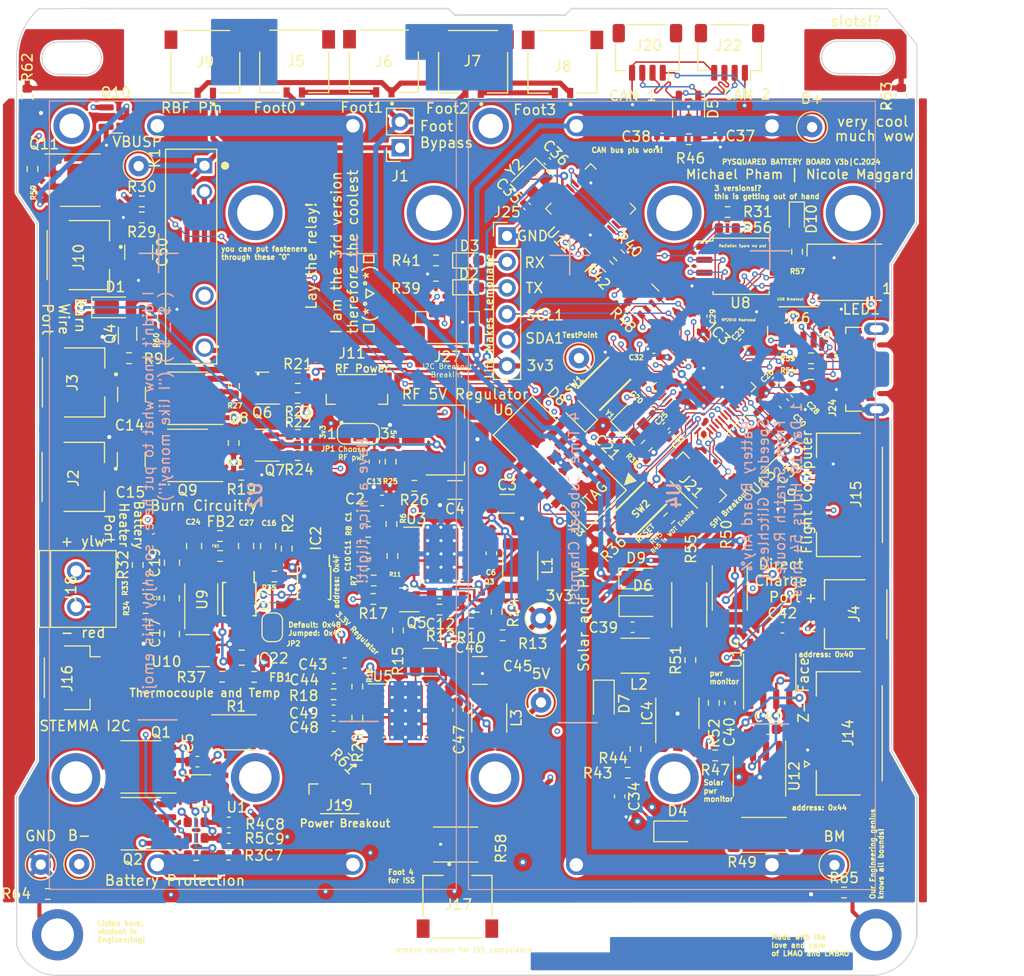
<source format=kicad_pcb>
(kicad_pcb (version 20240108) (generator "pcbnew") (generator_version "8.0")
  (layers (0 "F.Cu" signal) (1 "In1.Cu" signal) (2 "In2.Cu" signal) (31 "B.Cu" signal) (34 "B.Paste" user) (35 "F.Paste" user) (36 "B.SilkS" user "B.Silkscreen") (37 "F.SilkS" user "F.Silkscreen") (38 "B.Mask" user) (39 "F.Mask" user) (44 "Edge.Cuts" user))
  (net 0 "")
  (net 1 "VSOLAR_I")
  (net 2 "+3V3")
  (net 3 "VBUSP")
  (net 4 "Net-(C5-Pad1)")
  (net 5 "Net-(U3-SW1)")
  (net 6 "Net-(U3-VBST)")
  (net 7 "B-")
  (net 8 "Net-(U1-V-)")
  (net 9 "Net-(U1-VC)")
  (net 10 "/VDD")
  (net 11 "Net-(U3-SS)")
  (net 12 "Net-(U3-VREG5)")
  (net 13 "Net-(Q5A-C1)")
  (net 14 "Net-(Q3B-B2)")
  (net 15 "BURN")
  (net 16 "GND")
  (net 17 "/V_RF")
  (net 18 "AVDD")
  (net 19 "AGND")
  (net 20 "VBatt")
  (net 21 "Net-(JP1-B)")
  (net 22 "Net-(U5-SW1)")
  (net 23 "Net-(U5-VBST)")
  (net 24 "Net-(U5-SS)")
  (net 25 "Net-(IC3-XIN)")
  (net 26 "Net-(C21-Pad2)")
  (net 27 "1.2V")
  (net 28 "Net-(D4-K)")
  (net 29 "CANL")
  (net 30 "CANH")
  (net 31 "Net-(D7-K)")
  (net 32 "Net-(D6-K)")
  (net 33 "FC_RESET")
  (net 34 "Net-(U5-VREG5)")
  (net 35 "5V_enable")
  (net 36 "Net-(U5-VFB)")
  (net 37 "VBatt1")
  (net 38 "Net-(U5-PG)")
  (net 39 "BURN_RELAY_A")
  (net 40 "Net-(K1-PadNO)")
  (net 41 "Heater")
  (net 42 "PACK-")
  (net 43 "ENAB_HEATER")
  (net 44 "Jetson_pwr")
  (net 45 "Net-(Q4-E)")
  (net 46 "SCL0")
  (net 47 "SDA0")
  (net 48 "Net-(IC2-OS)")
  (net 49 "FC_RX")
  (net 50 "/NEOPIX")
  (net 51 "/3V3_EN")
  (net 52 "SDA1")
  (net 53 "SCL1")
  (net 54 "BM")
  (net 55 "PACK+")
  (net 56 "SPI0_MISO")
  (net 57 "SPI0_CS0")
  (net 58 "ENAB_BURN")
  (net 59 "VBUS_RESET")
  (net 60 "SPI0_SCK")
  (net 61 "SPI0_MOSI")
  (net 62 "Net-(Q10-G)")
  (net 63 "Net-(Q10-D)")
  (net 64 "Jetson")
  (net 65 "VBATT_SENSE")
  (net 66 "/USBBOOT")
  (net 67 "Net-(IC3-XOUT)")
  (net 68 "SWCLK")
  (net 69 "SWDIO")
  (net 70 "/~{RESET}")
  (net 71 "SPI1_MISO")
  (net 72 "ENAB_RF")
  (net 73 "VSOLAR")
  (net 74 "CHRG'")
  (net 75 "SPI1_CS0")
  (net 76 "SPI1_SCK")
  (net 77 "SPI1_MOSI")
  (net 78 "D0")
  (net 79 "WDT_WDI")
  (net 80 "/NEO_PWR")
  (net 81 "/A0")
  (net 82 "/A1")
  (net 83 "USB_D-")
  (net 84 "USB_D+")
  (net 85 "/QSPI_DATA[3]")
  (net 86 "/QSPI_SCK")
  (net 87 "/QSPI_DATA[0]")
  (net 88 "/QSPI_DATA[2]")
  (net 89 "/QSPI_DATA[1]")
  (net 90 "/QSPI_CS")
  (net 91 "Net-(IC4-VIN_REG)")
  (net 93 "Net-(IC4-VFB)")
  (net 95 "Net-(IC4-SENSE)")
  (net 96 "Net-(J5-Pin_1)")
  (net 97 "Net-(J7-Pin_1)")
  (net 98 "+5V")
  (net 99 "VBUS")
  (net 100 "Net-(JP2-A)")
  (net 101 "Net-(D1-A)")
  (net 103 "Net-(Q1-G)")
  (net 104 "Net-(Q1-D-Pad5)")
  (net 105 "Net-(Q2-G)")
  (net 106 "Net-(Q3A-B1)")
  (net 107 "Net-(Q5A-B1)")
  (net 108 "Net-(Q5B-B2)")
  (net 109 "Net-(Q6-G)")
  (net 110 "Net-(Q6-D)")
  (net 111 "Net-(Q7-G)")
  (net 112 "Net-(Q7-D)")
  (net 113 "Net-(U3-VFB)")
  (net 114 "Net-(U3-PG)")
  (net 115 "Net-(R13-Pad2)")
  (net 116 "Net-(U6-SENSE{slash}ADJ)")
  (net 117 "Net-(D2-PadC)")
  (net 118 "Net-(D3-PadC)")
  (net 119 "Net-(D8-PadA)")
  (net 120 "Net-(D10-PadA)")
  (net 132 "OUT")
  (net 133 "TXCAN")
  (net 134 "RXCAN")
  (net 135 "D-")
  (net 136 "D+")
  (net 137 "Net-(U9--IN)")
  (net 138 "Net-(U9-+IN)")
  (net 139 "Net-(U9-+Vs)")
  (net 140 "Net-(U11-OSC1)")
  (net 141 "Net-(U11-OSC2)")
  (net 142 "Net-(U10-K)")
  (net 143 "Net-(U11-RESET)")
  (net 144 "Net-(U13-~{RESET})")
  (net 155 "Net-(U13-~{MR})")
  (net 157 "Net-(J18-Pin_2)")
  (net 158 "Net-(J18-Pin_1)")
  (net 163 "FC_TX")
  (net 164 "Chassis Ground")
  (footprint "Resistor_SMD:R_0603_1608Metric" (layer "F.Cu") (at 186.79 64.76 90)
    (property "Reference" "R57")
    (property "Value" "10k")
  )
  (footprint "Battery Board:JST_BM04B-SRSS-TB(LF)(SN)" (layer "F.Cu") (at 176.211472 88.008528 135)
    (property "Reference" "J21")
    (property "Value" "BM04B-SRSS-TB(LF)(SN)")
  )
  (footprint "" (layer "F.Cu") (at 194.5 131.53)
    (property "Reference" "")
    (property "Value" "")
  )
  (footprint "Capacitor_SMD:C_0603_1608Metric" (layer "F.Cu") (at 144.8575 90.615)
    (property "Reference" "C1")
    (property "Value" "22uF")
  )
  (footprint "Inductor_SMD:L_1812_4532Metric" (layer "F.Cu") (at 156.7 110.3375 -90)
    (property "Reference" "L3")
    (property "Value" "4.7uH")
  )
  (footprint "TestPoint:TestPoint_Loop_D1.80mm_Drill1.0mm_Beaded" (layer "F.Cu") (at 122.428 56.388)
    (property "Reference" "TP6")
    (property "Value" "VBUSP")
  )
  (footprint "LED_SMD:LED_WS2812B_PLCC4_5.0x5.0mm_P3.2mm" (layer "F.Cu") (at 191.42 66.77 180)
    (property "Reference" "LED1")
    (property "Value" "WS2812B_SK6812_1515")
  )
  (footprint "Package_SO:SOIC-8_3.9x4.9mm_P1.27mm" (layer "F.Cu") (at 122.649999 120.68 180)
    (property "Reference" "Q2")
    (property "Value" "IRF7458")
  )
  (footprint "Connector_JST:JST_SH_BM04B-SRSS-TB_1x04-1MP_P1.00mm_Vertical" (layer "F.Cu") (at 152.61 71.72 180)
    (property "Reference" "J27")
    (property "Value" "I2C0 Breakout")
  )
  (footprint "Package_TO_SOT_SMD:SOT-363_SC-70-6" (layer "F.Cu") (at 155.0075 98.83)
    (property "Reference" "Q3")
    (property "Value" "MBT2222ADW1T1")
  )
  (footprint "Resistor_SMD:R_0603_1608Metric" (layer "F.Cu") (at 128.05 120.53)
    (property "Reference" "R4")
    (property "Value" "330")
  )
  (footprint "Package_SO:SOIC-8-1EP_3.9x4.9mm_P1.27mm_EP2.514x3.2mm" (layer "F.Cu") (at 127.202502 84.669999 180)
    (property "Reference" "Q9")
    (property "Value" "NDS8434")
  )
  (footprint "Package_TO_SOT_SMD:SOT-23-6" (layer "F.Cu") (at 128.68 117.45)
    (property "Reference" "U1")
    (property "Value" "R5460N208AA")
  )
  (footprint "Capacitor_SMD:C_0402_1005Metric" (layer "F.Cu") (at 185.3 85.4 -135)
    (property "Reference" "C31")
    (property "Value" "0.1uF")
  )
  (footprint "Battery Board:MOLEX_504050-0291" (layer "F.Cu") (at 155.12 46.185 180)
    (property "Reference" "J7")
    (property "Value" "Foot2")
  )
  (footprint "Capacitor_SMD:C_0402_1005Metric" (layer "F.Cu") (at 172.3 80.21 -45)
    (property "Reference" "C20")
    (property "Value" "22pF")
  )
  (footprint "Resistor_SMD:R_0603_1608Metric" (layer "F.Cu") (at 130.39 94.502499 180)
    (property "Reference" "FB3")
    (property "Value" "FerriteBead")
  )
  (footprint "Resistor_SMD:R_0603_1608Metric" (layer "F.Cu") (at 132.46 86.564998 180)
    (property "Reference" "R19")
    (property "Value" "634k")
  )
  (footprint "Capacitor_SMD:C_0603_1608Metric" (layer "F.Cu") (at 180.22 108.86 -90)
    (property "Reference" "C40")
    (property "Value" "10uF")
  )
  (footprint "Resistor_SMD:R_0603_1608Metric" (layer "F.Cu") (at 123.75 71.13 90)
    (property "Reference" "R60")
    (property "Value" "100")
  )
  (footprint "Resistor_SMD:R_Array_Convex_4x0603" (layer "F.Cu") (at 171.75 69.45 135)
    (property "Reference" "R48")
    (property "Value" "10k")
  )
  (footprint "Battery Board:MOLEX_504050-0291" (layer "F.Cu") (at 163.86 46.205 180)
    (property "Reference" "J8")
    (property "Value" "Foot3")
  )
  (footprint "Capacitor_SMD:C_1210_3225Metric" (layer "F.Cu") (at 122.43 64.8 -90)
    (property "Reference" "C50")
    (property "Value" "100uF")
  )
  (footprint "Resistor_SMD:R_0603_1608Metric" (layer "F.Cu") (at 180 60.88 180)
    (property "Reference" "R31")
    (property "Value" "10k")
  )
  (footprint "Resistor_SMD:R_0603_1608Metric" (layer "F.Cu") (at 170.24 115.69)
    (property "Reference" "R43")
    (property "Value" "200k")
  )
  (footprint "Resistor_SMD:R_0603_1608Metric" (layer "F.Cu") (at 169.38014 65.100232 135)
    (property "Reference" "R40")
    (property "Value" "10k")
  )
  (footprint "Capacitor_SMD:C_0603_1608Metric" (layer "F.Cu") (at 145.4675 85.28 90)
    (property "Reference" "C13")
    (property "Value" "10uF")
  )
  (footprint "Capacitor_SMD:C_0805_2012Metric" (layer "F.Cu") (at 125.665 98.632499 -90)
    (property "Reference" "C18")
    (property "Value" "0.1uF")
  )
  (footprint "Package_SO:SOIC-8_3.9x4.9mm_P1.27mm" (layer "F.Cu") (at 184.12 106.02 90)
    (property "Reference" "U14")
    (property "Value" "INA219AxD")
  )
  (footprint "Package_TO_SOT_SMD:SOT-223-6" (layer "F.Cu") (at 152.4075 83.17)
    (property "Reference" "U6")
    (property "Value" "TPS7A4501DCQT")
  )
  (footprint "Package_SO:SO-8_3.9x4.9mm_P1.27mm" (layer "F.Cu") (at 182.79 83.24 -135)
    (property "Reference" "U13")
    (property "Value" "MAX706RESA")
  )
  (footprint "Battery Board:BTN_KMR2_4.6X2.8" (layer "F.Cu") (at 167.93 77.67 -135)
    (property "Reference" "SW1")
    (property "Value" "KMR2")
  )
  (footprint "Battery Board:MOLEX_5040500591" (layer "F.Cu") (at 191.89 111.845 -90)
    (property "Reference" "J14")
    (property "Value" "Solar")
  )
  (footprint "Resistor_SMD:R_0603_1608Metric" (layer "F.Cu") (at 133.715 106.322499)
    (property "Reference" "FB1")
    (property "Value" "FerriteBead")
  )
  (footprint "Capacitor_SMD:C_0603_1608Metric" (layer "F.Cu") (at 141.48 109.58 180)
    (property "Reference" "C49")
    (property "Value" "1uF")
  )
  (footprint "Battery Board:BTN_KMR2_4.6X2.8" (layer "F.Cu") (at 171.43 89.86 45)
    (property "Reference" "SW2")
    (property "Value" "KMR2")
  )
  (footprint "Resistor_SMD:R_0603_1608Metric" (layer "F.Cu") (at 112.05 56.66 90)
    (property "Reference" "R59")
    (property "Value" "100k")
  )
  (footprint "TestPoint:TestPoint_Loop_D1.80mm_Drill1.0mm_Beaded" (layer "F.Cu") (at 161.72 100.59)
    (property "Reference" "TP1")
    (property "Value" "3v3")
  )
  (footprint "Capacitor_SMD:C_0603_1608Metric" (layer "F.Cu") (at 151.8275 98.16)
    (property "Reference" "C12")
    (property "Value" "10uF")
  )
  (footprint "Capacitor_SMD:C_0603_1608Metric" (layer "F.Cu") (at 142.57 104.97)
    (property "Reference" "C43")
    (property "Value" "22uF")
  )
  (footprint "Package_SO:SOIC-8-1EP_3.9x4.9mm_P1.27mm_EP2.514x3.2mm" (layer "F.Cu") (at 116.7125 57.765)
    (property "Reference" "Q11")
    (property "Value" "NDS8434")
  )
  (footprint "Capacitor_SMD:C_0603_1608Metric" (layer "F.Cu") (at 156.9075 94.24 90)
    (property "Reference" "C6")
    (property "Value" "0.1uF")
  )
  (footprint "Package_TO_SOT_SMD:SOT-23" (layer "F.Cu") (at 134.470001 83.669998 180)
    (property "Reference" "Q7")
    (property "Value" "IRLML2803")
  )
  (footprint "TestPoint:TestPoint_Loop_D1.80mm_Drill1.0mm_Beaded" (layer "F.Cu") (at 116.62 124.62)
    (property "Reference" "TP2")
    (property "Value" "B-")
  )
  (footprint "Resistor_SMD:R_0603_1608Metric" (layer "F.Cu") (at 188.165 76.72)
    (property "Reference" "R54")
    (property "Value" "22")
  )
  (footprint "Resistor_SMD:R_2512_6332Metric" (layer "F.Cu") (at 131.75 111.74 180)
    (property "Reference" "R1")
    (property "Value" "0.01")
  )
  (footprint "Capacitor_SMD:C_1210_3225Metric" (layer "F.Cu") (at 150.97 104.9 180)
    (property "Reference" "C46")
    (property "Value" "100uF")
  )
  (footprint "Connector_PinHeader_2.54mm:PinHeader_1x06_P2.54mm_Vertical" (layer "F.Cu") (at 158.44 63.22)
    (property "Reference" "J25")
    (property "Value" "Life Makes Lemonade")
  )
  (footprint "Connector_JST:JST_SH_SM04B-SRSS-TB_1x04-1MP_P1.00mm_Horizontal" (layer "F.Cu") (at 172.16 45.27 180)
    (property "Reference" "J20")
    (property "Value" "CAN1")
  )
  (footprint "Resistor_SMD:R_0603_1608Metric" (layer "F.Cu") (at 111.54 49.64 90)
    (property "Reference" "R62")
    (property "Value" "1M")
  )
  (footprint "Battery Board:ScrewTerminal" (layer "F.Cu") (at 116.315001 97.7225 -90)
    (property "Reference" "J18")
    (property "Value" "Screw_Terminal_01x02")
  )
  (footprint "Package_SO:HTSSOP-14-1EP_4.4x5mm_P0.65mm_EP3.4x5mm_Mask3x3.1mm_ThermalVias" (layer "F.Cu") (at 151.9775 94.3)
    (property "Reference" "U3")
    (property "Value" "TPS54226PWPRPWP14_2P31X2P46-L")
  )
  (footprint "Resistor_SMD:R_0603_1608Metric" (layer "F.Cu") (at 174.3 90.82 45)
    (property "Reference" "R45")
    (property "Value" "10k")
  )
  (footprint "Connector_PinSocket_2.54mm:PinSocket_1x02_P2.54mm_Vertical" (layer "F.Cu") (at 147.99 54.6 180)
    (property "Reference" "J1")
    (property "Value" "Bypass")
  )
  (footprint "Resistor_SMD:R_0603_1608Metric" (layer "F.Cu") (at 178.65 108.86 90)
    (property "Reference" "R52")
    (property "Value" "412k")
  )
  (footprint "Resistor_SMD:R_0603_1608Metric" (layer "F.Cu") (at 154.9375 101.06 180)
    (property "Reference" "R10")
    (property "Value" "100K")
  )
  (footprint "Capacitor_SMD:C_0805_2012Metric" (layer "F.Cu") (at 132.924999 93.5225 -90)
    (property "Reference" "C27")
    (property "Value" "0.1uF")
  )
  (footprint "Resistor_SMD:R_0603_1608Metric" (layer "F.Cu") (at 188.165 75.18)
    (property "Reference" "R53")
    (property "Value" "22")
  )
  (footprint "Resistor_SMD:R_0603_1608Metric" (layer "F.Cu") (at 121.4775 75.17 180)
    (property "Reference" "R9")
    (property "Value" "10k")
  )
  (footprint "Resistor_SMD:R_0603_1608Metric" (layer "F.Cu") (at 167.783363 92.526637 45)
    (property "Reference" "R36")
    (property "Value" "10k")
  )
  (footprint "Diode_SMD:D_0603_1608Metric_Pad1.05x0.95mm_HandSolder" (layer "F.Cu") (at 186.77 61.56 -90)
    (property "Reference" "D10")
    (property "Value" "Blue")
  )
  (footprint "Resistor_SMD:R_2512_6332Metric" (layer "F.Cu") (at 183.56 121.77)
    (property "Reference" "R49")
    (property "Value" "0.002")
  )
  (footprint "Diode_SMD:D_PowerDI-123" (layer "F.Cu") (at 175.1 121.42)
    (property "Reference" "D4")
    (property "Value" "DFLS130L-7")
  )
  (footprint "Capacitor_SMD:C_0402_1005Metric" (layer "F.Cu") (at 169.05 83.04 135)
    (property "Reference" "C21")
    (property "Value" "22pF")
  )
  (footprint "Diode_SMD:D_SOD-323F" (layer "F.Cu") (at 165.55 80.65 135)
    (property "Reference" "D8")
    (property "Value" "NSR0320")
  )
  (footprint "Package_TO_SOT_SMD:SOT-23-3" (layer "F.Cu") (at 176.18 50.8125 -90)
    (property "Reference" "D5")
    (property "Value" "PESD1CAN")
  )
  (footprint "Package_SO:SOIC-8_3.9x4.9mm_P1.27mm" (layer "F.Cu") (at 183.12 116.03 -90)
    (property "Reference" "U12")
    (property "Value" "INA219AxD")
  )
  (footprint "Capacitor_SMD:C_1210_3225Metric" (layer "F.Cu") (at 155.78 105.69)
    (property "Reference" "C45")
    (property "Value" "100uF")
  )
  (footprint "Resistor_SMD:R_0603_1608Metric" (layer "F.Cu") (at 147.1375 91.385 90)
    (property "Reference" "R6")
    (property "Value" "73.2K")
  )
  (footprint "Resistor_SMD:R_0603_1608Metric" (layer "F.Cu") (at 172.1 83.72 -135)
    (property "Reference" "R38")
    (property "Value" "1k")
  )
  (footprint "Diode_SMD:D_0603_1608Metric_Pad1.05x0.95mm_HandSolder" (layer "F.Cu") (at 154.795 68.24)
    (property "Reference" "D2")
    (property "Value" "green")
  )
  (footprint "Package_TO_SOT_SMD:SOT-523" (layer "F.Cu") (at 121.341957 72.780562 90)
    (property "Reference" "Q4")
    (property "Value" "MMBT2222AT")
  )
  (footprint "Resistor_SMD:R_2512_6332Metric" (layer "F.Cu") (at 176.25 99.27 -90)
    (property "Reference" "R55")
    (property "Value" "0.1")
  )
  (footprint "Resistor_SMD:R_0603_1608Metric" (layer "F.Cu") (at 130.585 106.302499)
    (property "Reference" "R37")
    (property "Value" "1k")
  )
  (footprint "Resistor_SMD:R_0603_1608Metric" (layer "F.Cu") (at 147.0575 85.28 -90)
    (property "Reference" "R25")
    (property "Value" "10K")
  )
  (footprint "Resistor_SMD:R_0603_1608Metric" (layer "F.Cu") (at 149.3775 87.64)
    (property "Reference" "R26")
    (property "Value" "3.3K")
  )
  (footprint "TestPoint:TestPoint_Loop_D1.80mm_Drill1.0mm_Beaded" (layer "F.Cu") (at 161.76 108.82)
    (property "Reference" "TP9")
    (property "Value" "5V")
  )
  (footprint "Capacitor_SMD:C_0402_1005Metric" (layer "F.Cu") (at 160.389277 60.323726 -45)
    (property "Reference" "C35")
    (property "Value" "22pf")
  )
  (footprint "Battery Board:MOLEX_504050-0291" (layer "F.Cu") (at 116.53 65.09 -90)
    (property "Reference" "J10")
    (property "Value" "Jetson")
  )
  (footprint "Capacitor_SMD:C_0603_1608Metric" (layer "F.Cu") (at 169.45 118.01 -90)
    (property "Reference" "C34")
    (property "Value" "10uF")
  )
  (footprint "Battery Board:MOLEX_504050-0291" (layer "F.Cu") (at 137.64 46.1525 180)
    (property "Reference" "J5")
    (property "Value" "Foot0")
  )
  (footprint "Capacitor_SMD:C_0402_1005Metric" (layer "F.Cu") (at 162.376247 55.904308 -45)
    (property "Reference" "C36")
    (property "Value" "22pf")
  )
  (footprint "Capacitor_SMD:C_0805_2012Metric" (layer "F.Cu") (at 135.085 93.542499 -90)
    (property "Reference" "C16")
    (property "Value" "10uF")
  )
  (footprint "Package_SO:MSOP-8_3x3mm_P0.65mm" (layer "F.Cu") (at 128.545 98.7225 90)
    (property "Reference" "U9")
    (property "Value" "AD8495")
  )
  (footprint "Resistor_SMD:R_0603_1608Metric" (layer "F.Cu") (at 178.79 114 180)
    (property "Reference" "R47")
    (property "Value" "10K")
  )
  (footprint "Capacitor_SMD:C_0402_1005Metric" (layer "F.Cu") (at 174 81.8 -135)
    (property "Reference" "C33")
    (property "Value" "0.1uF")
  )
  (footprint "Capacitor_SMD:C_1206_3216Metric" (layer "F.Cu") (at 153.3475 88.05 180)
    (property "Reference" "C4")
    (property "Value" "100uF")
  )
  (footprint "Capacitor_SMD:C_0603_1608Metric" (layer "F.Cu") (at 131.22 123.72 180)
    (property "Reference" "C7")
    (property "Value" "0.1uF")
  )
  (footprint "Resistor_SMD:R_0603_1608Metric" (layer "F.Cu") (at 143.8 110.305 90)
    (property "Reference" "R20")
    (property "Value" "100K")
  )
  (footprint "Capacitor_SMD:C_0402_1005Metric" (layer "F.Cu") (at 184.67 77.37 -135)
    (property "Reference" "C26")
    (property "Value" "0.1uF")
  )
  (footprint "Resistor_SMD:R_0603_1608Metric" (layer "F.Cu") (at 151.8375 99.75)
    (property "Reference" "R12")
    (property "Value" "20K")
  )
  (footprint "Resistor_SMD:R_0603_1608Metric" (layer "F.Cu") (at 137.992501 82.669999 180)
    (property "Reference" "R22")
    (property "Value" "10k")
  )
  (footprint "Package_SO:SOIC-8_5.275x5.275mm_P1.27mm" (layer "F.Cu") (at 181.32 66.18)
    (property "Reference" "U8")
    (property "Value" "W25Q128JV")
  )
  (footprint "Diode_SMD:D_PowerDI-123" (layer "F.Cu") (at 171.7 99.4)
    (property "Reference" "D6")
    (property "Value" "DFLS130L")
  )
  (footprint "Resistor_SMD:R_0603_1608Metric" (layer "F.Cu") (at 147.7775 101.77 90)
    (property "Reference" "R15")
    (property "Value" "100K")
  )
  (footprint "Resistor_SMD:R_0603_1608Metric" (layer "F.Cu") (at 122.74 59.84)
    (property "Reference" "R30")
    (property "Value" "4.7k")
  )
  (footprint "Resistor_SMD:R_0603_1608Metric" (layer "F.Cu") (at 179.98 62.45)
    (property "Reference" "R56")
    (property "Value" "1k")
  )
  (footprint "TestPoint:TestPoint_Loop_D1.80mm_Drill1.0mm_Beaded" (layer "F.Cu") (at 165.47 75.16)
    (property "Reference" "TP8")
    (property "Value" "TestPoint")
  )
  (footprint "Capacitor_SMD:C_0603_1608Metric" (layer "F.Cu") (at 144.8475 95.26 180)
    (property "Reference" "C10")
    (property "Value" "3.3nF")
  )
  (footprint "Package_TO_SOT_SMD:SOT-363_SC-70-6" (layer "F.Cu") (at 148.6375 98.79 180)
    (property "Reference" "Q5")
    (property "Value" "MBT2222ADW1T1")
  )
  (footprint "Package_TO_SOT_SMD:SOT-23" (layer "F.Cu") (at 134.502502 78.089999 180)
    (property "Reference" "Q6")
    (property "Value" "IRLML2803")
  )
  (footprint "Resistor_SMD:R_0603_1608Metric" (layer "F.Cu") (at 130.385 92.5525 180)
    (property "Reference" "FB2")
    (property "Value" "FerriteBead")
  )
  (footprint "Capacitor_SMD:C_0603_1608Metric" (layer "F.Cu") (at 144.8525 93.73 180)
    (property "Reference" "C11")
    (property "Value" "1uF")
  )
  (footprint "Package_TO_SOT_SMD:SOT-23" (layer "F.Cu") (at 128.705 103.7525)
    (property "Reference" "U10")
    (property "Value" "TLVH431 DBZ SOT-23")
  )
  (footprint "Capacitor_SMD:C_0603_1608Metric" (layer "F.Cu") (at 131.240001 120.54 180)
    (property "Reference" "C8")
    (property "Value" "0.1uF")
  )
  (footprint "Resistor_SMD:R_0603_1608Metric" (layer "F.Cu") (at 113.55 127.54 180)
    (property "Reference" "R64")
    (property "Value" "1M")
  )
  (footprint "Resistor_SMD:R_0603_1608Metric" (layer "F.Cu") (at 128.06 123.74 180)
    (property "Reference" "R3")
    (property "Value" "1K")
  )
  (footprint "Resistor_SMD:R_0603_1608Metric" (layer "F.Cu") (at 122.73 61.4 180)
    (property "Reference" "R29")
    (property "Value" "10k")
  )
  (footprint "Connector_JST:JST_SH_SM04B-SRSS-TB_1x04-1MP_P1.00mm_Horizontal" (layer "F.Cu") (at 115.89 106.41 -90)
    (property "Reference" "J16")
    (property "Value" "I2C Multiplexer Breakout")
  )
  (footprint "Resistor_SMD:R_0603_1608Metric" (layer "F.Cu") (at 158.0075 102.26)
    (property "Reference" "R13")
    (property "Value" "100K")
  )
  (footprint "Capacitor_SMD:C_0603_1608Metric" (layer "F.Cu") (at 141.49 106.49)
    (property "Reference" "C44")
    (property "Value" "22uF")
  )
  (footprint "TestPoint:TestPoint_Loop_D1.80mm_Drill1.0mm_Beaded" (layer "F.Cu") (at 188.26 52.58)
    (property "Reference" "TP5")
    (property "Value" "B+")
  )
  (footprint "Capacitor_SMD:C_0603_1608Metric" (layer "F.Cu") (at 185.35 101.52)
    (property "Reference" "C42")
    (property "Value" "0.1uF")
  )
  (footprint "Jumper:SolderJumper-3_P1.3mm_Open_RoundedPad1.0x1.5mm_NumberLabels" (layer "F.Cu") (at 143.9075 82.55)
    (property "Reference" "JP1")
    (property "Value" "SolderJumper_3_Open")
  )
  (footprint "Capacitor_SMD:C_0603_1608Metric" (layer "F.Cu") (at 131.23 122.09 180)
    (property "Reference" "C9")
    (property "Value" "0.1uF")
  )
  (footprint "Capacitor_SMD:C_1210_3225Metric" (layer "F.Cu") (at 121.7325 78.709998 90)
    (property "Reference" "C14")
    (property "Value" "200uF")
  )
  (footprint "Capacitor_SMD:C_0402_1005Metric" (layer "F.Cu") (at 177.63 71.05 90)
    (property "Reference" "C29")
    (property "Value" "0.1uF")
  )
  (footprint "Resistor_SMD:R_2512_6332Metric" (layer "F.Cu") (at 180.21 97.63 90)
    (property "Reference" "R50")
    (property "Value" "0.002")
  )
  (footprint "Capacitor_SMD:C_0402_1005Metric" (layer "F.Cu") (at 178.7775 53.4925)
    (property "Reference" "C37")
    (property "Value" "47pf")
  )
  (footprint "Resistor_SMD:R_0603_1608Metric" (layer "F.Cu") (at 143.453363 113.563363 135)
    (property "Reference" "R61")
    (property "Value" "10K")
  )
  (footprint "FC_DEV_BOARD:MOLEX_105164-0001" (layer "F.Cu") (at 196 76.2475 90)
    (property "Reference" "J24")
    (property "Value" "USB_B_Micro")
    (fp_line (start 2.825 -1.15) (end 2.825 -0.5) (stroke (width 0.01)) (layer "Edge.Cuts"))
    (fp_line (start 1.925 -1.15) (end 1.925 -0.5) (stroke (width 0.01)) (layer "Edge.Cuts"))
    (fp_line (start -1.925 -1.15) (end -1.925 -0.5) (stroke (width 0.01)) (layer "Edge.Cuts"))
    (fp_line (start -2.825 -1.15) (end -2.825 -0.5) (stroke (width 0.01)) (layer "Edge.Cuts"))
    (fp_line (start 4.9 0) (end 3.4 0) (stroke (width 0.01)) (layer "Edge.Cuts"))
    (fp_line (start 3.4 0) (end 2.825 -0.5) (stroke (width 0.01)) (layer "Edge.Cuts"))
    (fp_line (start -3.4 0) (end -2.825 -0.5) (stroke (width 0.01)) (layer "Edge.Cuts"))
    (fp_line (start -4.9 0) (end -3.4 0) (stroke (width 0.01)) (layer "Edge.Cuts"))
    (fp_line (start 0.00053 0.004943) (end 1.3 0) (stroke (width 0.01)) (layer "Edge.Cuts"))
    (fp_line (start 0.00053 0.004943) (end -1.29947 0.004943) (stroke (width 0.01)) (layer "Edge.Cuts"))
    (fp_arc (start 1.925 -1.15) (mid 2.375 -1.6) (end 2.825 -1.15) (stroke (width 0.01)) (layer "Edge.Cuts"))
    (fp_arc (start -2.825 -1.15) (mid -2.375 -1.6) (end -1.925 -1.15) (stroke (width 0.01)) (layer "Edge.Cuts"))
    (fp_arc (start 1.925529 -0.504943) (mid 1.717412 -0.122833) (end 1.3 0) (stroke (width 0.01)) (layer "Edge.Cuts"))
    (fp_arc (start -1.29947 0.004943) (mid -1.716881 -0.117891) (end -1.924999 -0.5) (stroke (width 0.01)) (layer "Edge.Cuts"))
  )
  (footprint "Capacitor_SMD:C_0603_1608Metric" (layer "F.Cu") (at 153.64 109.55 90)
    (property "Reference" "C47")
    (property "Value" "0.1uF")
  )
  (footprint "Resistor_SMD:R_0603_1608Metric" (layer "F.Cu") (at 196.97 49.57 90)
    (property "Reference" "R63")
    (property "Value" "1M")
  )
  (footprint "Diode_SMD:D_PowerDI-123" (layer "F.Cu") (at 167.9 108.95 -90)
    (property "Reference" "D7")
    (property "Value" "DFLS130L-7")
  )
  (footprint "Resistor_SMD:R_0603_1608Metric" (layer "F.Cu") (at 131.742501 77.879999 -90)
    (property "Reference" "R27")
    (property "Value" "100k")
  )
  (footprint "Battery Board:MOLEX_504050-0291" (layer "F.Cu") (at 192.52 100.2 90)
    (property "Reference" "J4")
    (property "Value" "CHARGE")
  )
  (footprint "Capacitor_SMD:C_0603_1608Metric" (layer "F.Cu") (at 146.2225 89.075)
    (property "Reference" "C2")
    (property "Value" "22uF")
  )
  (footprint "Resistor_SMD:R_0603_1608Metric" (layer "F.Cu") (at 151.485 68.16 180)
    (property "Reference" "R39")
    (property "Value" "1k")
  )
  (footprint "Resistor_SMD:R_0603_1608Metric" (layer "F.Cu") (at 137.972502 79.059999)
    (property "Reference" "R23")
    (property "Value" "4.7k")
  )
  (footprint "Package_SO:HTSSOP-14-1EP_4.4x5mm_P0.65mm_EP3.4x5mm_Mask3x3.1mm_ThermalVias" (layer "F.Cu") (at 148.51 109.62)
    (property "Reference" "U5")
    (property "Value" "TPS54226PWPRPWP14_2P31X2P46-L")
  )
  (footprint "Connector_JST:JST_SH_SM04B-SRSS-TB_1x04-1MP_P1.00mm_Horizontal" (layer "F.Cu") (at 180.19 45.27 180)
    (property "Reference" "J22")
    (property "Value" "CAN2")
  )
  (footprint "Capacitor_SMD:C_0402_1005Metric" (layer "F.Cu") (at 172.79 75.05 180)
    (property "Reference" "C32")
    (property "Value" "0.1uF")
  )
  (footprint "Battery Board:MOLEX_504050-0291" (layer "F.Cu") (at 116.0375 86.77 -90)
    (property "Reference" "J2")
    (property "Value" "Heater")
  )
  (footprint "Package_DFN_QFN:QFN-56-1EP_7x7mm_P0.4mm_EP3.2x3.2mm" (layer "F.Cu") (at 177.666528 77.997887 -45)
    (property "Reference" "IC3")
    (property "Value" "RP2040_QFN56")
  )
  (footprint "Capacitor_SMD:C_1210_3225Metric" (layer "F.Cu") (at 121.7025 85.089998 90)
    (property "Reference" "C15")
    (property "Value" "200uF")
  )
  (footprint "Battery Board:MOLEX_5040500591" (layer "F.Cu") (at 191.91 88.53 -90)
    (property "Reference" "J15")
    (property "Value" "FC")
  )
  (footprint "Resistor_SMD:R_0603_1608Metric" (layer "F.Cu") (at 141.49 108.02)
    (property "Reference" "R18")
    (property "Value" "22.1K")
  )
  (footprint "Resistor_SMD:R_0603_1608Metric" (layer "F.Cu") (at 144.8575 92.145)
    (property "Reference" "R8")
    (property "Value" "22.1K")
  )
  (footprint "Capacitor_SMD:C_0805_2012Metric" (layer "F.Cu") (at 125.675 102.132499 90)
    (property "Reference" "C17")
    (property "Value" "0.01uF")
  )
  (footprint "Package_SO:TSSOP-10_3x3mm_P0.5mm" (layer "F.Cu") (at 132.265001 98.7225 -90)
    (property "Reference" "U7")
    (property "Value" "ADS1015IDGS")
  )
  (footprint "Capacitor_SMD:C_0402_1005Metric" (layer "F.Cu") (at 173.5775 53.5325)
    (property "Reference" "C38")
    (property "Value" "47pf")
  )
  (footprint "Battery Board:JST_BM04B-SRSS-TB(LF)(SN)" (layer "F.Cu") (at 143.764 77.47)
    (property "Reference" "J11")
    (property "Value" "BM04B-SRSS-TB(LF)(SN)")
  )
  (footprint "Inductor_SMD:L_1812_4532Metric" (layer "F.Cu") (at 170.96 104.25)
    (property "Reference" "L2")
    (property "Value" "10uH")
  )
  (footprint "Resistor_SMD:R_0603_1608Metric" (layer "F.Cu") (at 123.095001 99.592499)
    (property "Reference" "R33")
    (property "Value" "100-Ohm")
  )
  (footprint "Package_DFN_QFN:QFN-28-1EP_6x6mm_P0.65mm_EP4.25x4.25mm" (layer "F.Cu") (at 166.611817 60.55 135)
    (property "Reference" "U11")
    (property "Value" "MCP25625-E/ML")
  )
  (footprint "Battery Board:JTAG_2X05_1.27MM_BOX_NOCREAM" (layer "F.Cu") (at 163.592962 85.382962 135)
    (property "Reference" "J23")
    (property "Value" "Conn_ARM_JTAG_SWD_10")
  )
  (footprint "Resistor_SMD:R_0603_1608Metric" (layer "F.Cu") (at 145.4075 96.9)
    (property "Reference" "R7")
    (property "Value" "73.2K")
  )
  (footprint "Capacitor_SMD:C_0805_2012Metric" (layer "F.Cu") (at 127.845 93.5325 90)
    (property "Reference" "C24")
    (property "Value" "10uF")
  )
  (footprint "Package_SO:SOIC-8_3.9x4.9mm_P1.27mm" (layer "F.Cu") (at 122.639999 115.12 180)
    (property "Reference" "Q1")
    (property "Value" "IRF7458")
  )
  (footprint "Resistor_SMD:R_0603_1608Metric" (layer "F.Cu") (at 191.385 127.4)
    (property "Reference" "R65")
    (property "Value" "1M")
  )
  (footprint "Resistor_SMD:R_0603_1608Metric" (layer "F.Cu") (at 145.3575 98.7 180)
    (property "Reference" "R17")
    (property "Value" "10K")
  )
  (footprint "Resistor_SMD:R_0603_1608Metric" (layer "F.Cu") (at 171 113.38 -90)
    (property "Reference" "R44")
    (property "Value" "85k")
  )
  (footprint "Package_TO_SOT_SMD:SOT-23" (layer "F.Cu") (at 120.19 51.6)
    (property "Reference" "Q10")
    (property "Value" "IRLML2803")
  )
  (footprint "APAN3105:RELAY_APAN3105" (layer "F.Cu") (at 128.8625 56.35 -90)
    (property "Reference" "K1")
    (property "Value" "APAN3105")
  )
  (footprint "Resistor_SMD:R_0603_1608Metric" (layer "F.Cu") (at 128.060001 122.07)
    (property "Reference" "R5")
    (property "Value" "330")
  )
  (footprint "Resistor_SMD:R_0603_1608Metric" (layer "F.Cu") (at 137.982501 77.109998 180)
    (property "Reference" "R21")
    (property "Value" "10k")
  )
  (footprint "Battery Board:MOLEX_504050-0291" (layer "F.Cu") (at 128.94 46.1825 180)
    (property "Reference" "J9")
    (property "Value" "RBF")
  )
  (footprint "Resistor_SMD:R_0603_1608Metric" (layer "F.Cu") (at 176.2075 53.7625 180)
    (property "Reference" "R46")
    (property "Value" "120")
  )
  (footprint "Package_SO:TSSOP-8_3x3mm_P0.65mm" (layer "F.Cu") (at 139.57 97.132499 -90)
    (property "Reference" "IC2")
    (property "Value" "PCT2075DP,118")
  )
  (footprint "Diode_SMD:D_PowerDI-123" (layer "F.Cu") (at 120.15 70.2)
    (property "Reference" "D1")
    (property "Value" "DFLS130L")
  )
  (footprint "Battery Board:JST_BM04B-SRSS-TB(LF)(SN)" (layer "F.Cu") (at 142.08 118.99 180)
    (property "Reference" "J19")
    (property "Value" "BM04B-SRSS-TB(LF)(SN)")
  )
  (footprint "Capacitor_SMD:C_0603_1608Metric" (layer "F.Cu") (at 181.59 73.74 45)
    (property "Reference" "C23")
    (property "Value" "1uF")
  )
  (footprint "Capacitor_SMD:C_0603_1608Metric" (layer "F.Cu") (at 186.62 78.51 -45)
    (property "Reference" "C28")
    (property "Value" "1uF")
  )
  (footprint "Resistor_SMD:R_0603_1608Metric" (layer "F.Cu") (at 122.335 95.382501 90)
    (property "Reference" "R32")
    (property "Value" "1-MOhm")
  )
  (footprint "Capacitor_SMD:C_1206_3216Metric" (layer "F.Cu") (at 158.45 89.4)
    (property "Reference" "C3")
    (property "Value" "100uF")
  )
  (footprint "Resistor_SMD:R_0603_1608Metric" (layer "F.Cu") (at 136.9 93.782499 90)
    (property "Reference" "R2")
    (property "Value" "10K")
  )
  (footprint "Package_SO:SOIC-8-1EP_3.9x4.9mm_P1.27mm_EP2.514x3.2mm" (layer "F.Cu") (at 127.22 79.085 180)
    (property "Reference" "Q8")
    (property "Value" "NDS8434")
  )
  (footprint "Resistor_SMD:R_0603_1608Metric" (layer "F.Cu") (at 143.8 107.26 90)
    (property "Reference" "R16")
    (property "Value" "121k")
  )
  (footprint "Capacitor_SMD:C_0805_2012Metric" (layer "F.Cu") (at 125.685001 95.1525 90)
    (property "Reference" "C19")
    (property "Value" "0.01uF")
  )
  (footprint "Resistor_SMD:R_2512_6332Metric" (layer "F.Cu") (at 153.42 122.71)
    (property "Reference" "R58")
    (property "Value" "0.002")
  )
  (footprint "" (layer "F.Cu") (at 114.5 131.53)
    (property "Reference" "")
    (property "Value" "")
  )
  (footprint "TestPoint:TestPoint_Loop_D1.80mm_Drill1.0mm_Beaded" (layer "F.Cu") (at 112.86 124.67)
    (property "Reference" "TP4")
    (property "Value" "GND")
  )
  (footprint "Inductor_SMD:L_1812_4532Metric" (layer "F.Cu") (at 159.7275 95.45 -90)
    (property "Reference" "L1")
    (property "Value" "3.3uH")
  )
  (footprint "TestPoint:TestPoint_Loop_D1.80mm_Drill1.0mm_Beaded" (layer "F.Cu") (at 190.45 124.72)
    (property "Reference" "TP3")
    (property "Value" "BM")
  )
  (footprint "Capacitor_SMD:C_0603_1608Metric" (layer "F.Cu") (at 141.48 111.14 180)
    (property "Reference" "C48")
    (property "Value" "3.3nF")
  )
  (footprint "Package_SO:MSOP-12-1EP_3x4mm_P0.65mm_EP1.65x2.85mm" (layer "F.Cu") (at 175.09 109.88 90)
    (property "Reference" "IC4")
    (property "Value" "LT3652IMSE#PBF")
  )
  (footprint "Crystal:Crystal_SMD_2520-4Pin_2.5x2.0mm" (layer "F.Cu") (at 170.73 81.53 -45)
    (property "Reference" "Y1")
    (property "Value" "Crystal_GND24")
  )
  (footprint "Resistor_SMD:R_0603_1608Metric" (layer "F.Cu") (at 147.2375 94.5 90)
    (property "Reference" "R11")
    (property "Value" "100K")
  )
  (footprint "Battery Board:MOLEX_504050-0291" (layer "F.Cu") (at 153.59 128.78)
    (property "Reference" "J17")
    (property "Value" "ISS Foot")
  )
  (footprint "Resistor_SMD:R_0603_1608Metric" (layer "F.Cu") (at 135.705 96.502499 180)
    (property "Reference" "R35")
    (property "Value" "10k-Ohm")
  )
  (footprint "Diode_SMD:D_PowerDI-123" (layer "F.Cu") (at 171.675 96.7)
    (property "Reference" "D9")
    (property "Value" "DFLS130L")
  )
  (footprint "Resistor_SMD:R_0603_1608Metric" (layer "F.Cu") (at 123.085001 97.682499 180)
    (property "Reference" "R34")
    (property "Value" "100-Ohm")
  )
  (footprint "Resistor_SMD:R_0603_1608Metric" (layer "F.Cu") (at 176.36 104.68 90)
    (property "Reference" "R51")
    (property "Value" "634k")
  )
  (footprint "Resistor_SMD:R_0603_1608Metric" (layer "F.Cu") (at 137.972501 84.639998)
    (property "Reference" "R24")
    (property "Value" "4.7k")
  )
  (footprint "Capacitor_SMD:C_0603_1608Metric" (layer "F.Cu") (at 170.71 101.47)
    (property "Reference" "C39")
    (property "Value" "1uF")
  )
  (footprint "Capacitor_SMD:C_0805_2012Metric" (layer "F.Cu") (at 132.505 104.442499)
    (property "Reference" "C22")
    (property "Value" "1uF")
  )
  (footprint "Capacitor_SMD:C_0603_1608Metric" (layer "F.Cu") (at 128.17 114.61)
    (property "Reference" "C5")
    (property "Value" "0.1uF")
  )
  (footprint "Battery Board:MOLEX_504050-0291" (layer "F.Cu") (at 146.395 46.135 180)
    (property "Reference" "J6")
    (property "Value" "Foot1")
  )
  (footprint "Capacitor_SMD:C_0603_1608Metric" (layer "F.Cu") (at 183.99 111.43)
    (property "Reference" "C41")
    (property "Value" "0.1uF")
  )
  (footprint "Capacitor_SMD:C_0402_1005Metric" (layer "F.Cu") (at 174.58 82.67 45)
    (property "Reference" "C25")
    (property "Value" "0.1uF")
  )
  (footprint "Battery Board:MOLEX_504050-0291" (layer "F.Cu") (at 116.0675 77.54 -90)
    (property "Reference" "J3")
    (property "Value" "BURN")
  )
  (footprint "Resistor_SMD:R_0603_1608Metric" (layer "F.Cu") (at 168.280589 66.206854 135)
    (property "Reference" "R42")
    (property "Value" "10k")
  )
  (footprint "Resistor_SMD:R_0603_1608Metric" (layer "F.Cu") (at 157.4275 99.96 90)
    (property "Reference" "R14")
    (property "Value" "100K")
  )
  (footprint "Resistor_SMD:R_0603_1608Metric" (layer "F.Cu") (at 131.7125 83.45 -90)
    (property "Reference" "R28")
    (property "Value" "100k")
  )
  (footprint "Crystal:Crystal_SMD_2520-4Pin_2.5x2.0mm" (layer "F.Cu") (at 161.046887 57.756928 -135)
    (property "Reference" "Y2")
    (property "Value" "Crystal_GND24")
  )
  (footprint "Battery Board:JST_BM04B-SRSS-TB(LF)(SN)" (layer "F.Cu") (at 186.91 70.84)
    (property "Reference" "J26")
    (property "Value" "BM04B-SRSS-TB(LF)(SN)")
  )
  (footprint "Jumper:SolderJumper-2_P1.3mm_Open_RoundedPad1.0x1.5mm" (layer "F.Cu") (at 135.485 101.472499 -90)
    (property "Reference" "JP2")
    (property "Value" "SolderJumper_2_Open")
  )
  (footprint "Diode_SMD:D_0603_1608Metric_Pad1.05x0.95mm_HandSolder" (layer "F.Cu") (at 154.78 65.61)
    (property "Reference" "D3")
    (property "Value" "red")
  )
  (footprint "Resistor_SMD:R_0603_1608Metric" (layer "F.Cu") (at 151.495 65.61 180)
    (property "Reference" "R41")
    (property "Value" "1k")
  )
  (footprint "Capacitor_SMD:C_0603_1608Metric" (layer "F.Cu") (at 185.51 79.59 -45)
    (property "Reference" "C30")
    (property "Value" "1uF")
  )
  (footprint "1049:1049" (layer "B.Cu") (at 133.5885 88.56 90)
    (property "Reference" "U2")
    (property "Value" "1049" (hide yes))
  )
  (footprint "1049:1049" (layer "B.Cu") (at 174.55 88.58 90)
    (property "Reference" "U4")
    (property "Value" "1049" (hide yes))
  )
  (footprint "LOGO" (layer "B.Cu") (at 132.753208 45.962133 180)
    (property "Reference" "G***" (hide yes))
    (property "Value" "LOGO" (hide yes))
  )
  (footprint "LOGO" (layer "B.Cu") (at 155.33 131.91 180)
    (property "Reference" "G***" (hide yes))
    (property "Value" "LOGO" (hide yes))
  )
  (gr_line (start 190.158162 40.989322) (end 195.598162 41.004322) (stroke (width 0.1)) (layer "Edge.Cuts"))
  (gr_line (start 196 81.1475) (end 196 113.5) (stroke (width 0.1)) (layer "Edge.Cuts"))
  (gr_line (start 117.133162 40.989322) (end 120.308162 40.989322) (stroke (width 0.15)) (layer "Edge.Cuts"))
  (gr_line (start 198.5 118) (end 196 113.5) (stroke (width 0.1)) (layer "Edge.Cuts"))
  (gr_arc (start 110.5 46) (mid 111.034894 43.270084) (end 112.66352 41.014845) (stroke (width 0.1)) (layer "Edge.Cuts"))
  (gr_line (start 164.123162 41.624322) (end 164.758162 40.989322) (stroke (width 0.15)) (layer "Edge.Cuts"))
  (gr_arc (start 117.173162 44.229322) (mid 118.773158 45.829322) (end 117.173162 47.429322) (stroke (width 0.1)) (layer "Edge.Cuts"))
  (gr_line (start 198.5 61.944322) (end 198.5 44.5) (stroke (width 0.1)) (layer "Edge.Cuts"))
  (gr_line (start 112.66352 41.014845) (end 117.133162 40.989322) (stroke (width 0.1)) (layer "Edge.Cuts"))
  (gr_line (start 110.5 46) (end 110.5 59) (stroke (width 0.1)) (layer "Edge.Cuts"))
  (gr_line (start 153.328162 41.624322) (end 152.693162 40.989322) (stroke (width 0.15)) (layer "Edge.Cuts"))
  (gr_line (start 198.5 131.5) (end 198.5 118) (stroke (width 0.15)) (layer "Edge.Cuts"))
  (gr_line (start 196 71.3475) (end 196 66) (stroke (width 0.1)) (layer "Edge.Cuts"))
  (gr_line (start 190.773162 47.329322) (end 194.623162 47.379322) (stroke (width 0.1)) (layer "Edge.Cuts"))
  (gr_line (start 110.5 59) (end 112.5 62) (stroke (width 0.1)) (layer "Edge.Cuts"))
  (gr_arc (start 198.5 131.5) (mid 197.176415 134.176415) (end 194.5 135.5) (stroke (width 0.1)) (layer "Edge.Cuts"))
  (gr_line (start 194.5 135.5) (end 114.5 135.5) (stroke (width 0.15)) (layer "Edge.Cuts"))
  (gr_line (start 110.5 118) (end 110.5 132.5) (stroke (width 0.1)) (layer "Edge.Cuts"))
  (gr_line (start 114.472939 44.255106) (end 117.173162 44.229322) (stroke (width 0.1)) (layer "Edge.Cuts"))
  (gr_line (start 195.598162 41.004322) (end 198.5 44.5) (stroke (width 0.1)) (layer "Edge.Cuts"))
  (gr_line (start 164.758162 40.989322) (end 190.158162 40.989322) (stroke (width 0.15)) (layer "Edge.Cuts"))
  (gr_line (start 198.5 61.944322) (end 196 66) (stroke (width 0.1)) (layer "Edge.Cuts"))
  (gr_line (start 194.623162 44.179322) (end 190.823137 44.180115) (stroke (width 0.1)) (layer "Edge.Cuts"))
  (gr_line (start 152.693162 40.989322) (end 120.308162 40.989322) (stroke (width 0.15)) (layer "Edge.Cuts"))
  (gr_line (start 112.5 62) (end 112.5 114.5) (stroke (width 0.1)) (layer "Edge.Cuts"))
  (gr_arc (start 114.5 135.5) (mid 111.987619 134.683175) (end 110.5 132.5) (stroke (width 0.1)) (layer "Edge.Cuts"))
  (gr_arc (start 194.623162 44.179322) (mid 196.223158 45.779322) (end 194.623162 47.379322) (stroke (width 0.1)) (layer "Edge.Cuts"))
  (gr_arc (start 114.422964 47.404313) (mid 112.978754 45.806395) (end 114.472939 44.255106) (stroke (width 0.1)) (layer "Edge.Cuts"))
  (gr_line (start 112.5 114.5) (end 110.5 118) (stroke (width 0.1)) (layer "Edge.Cuts"))
  (gr_arc (start 190.773162 47.329322) (mid 189.198356 45.729331) (end 190.823137 44.180115) (stroke (width 0.1)) (layer "Edge.Cuts"))
  (gr_line (start 114.422964 47.404313) (end 117.173162 47.429322) (stroke (width 0.1)) (layer "Edge.Cuts"))
  (gr_line (start 164.123162 41.624322) (end 153.328162 41.624322) (stroke (width 0.15)) (layer "Edge.Cuts"))
  (gr_text "+" (at 164.566817 64.715 0) (layer "B.SilkS") (effects (font (size 5 5)) (justify mirror)))
  (gr_text "+" (at 143.75 64.55 0) (layer "B.SilkS") (effects (font (size 5 5)) (justify mirror)))
  (gr_text "+" (at 124.375 64.516 0) (layer "B.SilkS") (effects (font (size 5 5)) (justify mirror)))
  (gr_text "Have a nice flight!" (at 144.89 82.84 90) (layer "B.SilkS") (effects (font (size 1 1)) (justify left bottom mirror)))
  (gr_text "4 Time Cubesat Champs!" (at 165.58 80.29 90) (layer "B.SilkS") (effects (font (size 1 1)) (justify left bottom mirror)))
  (gr_text "-" (at 165.35 110.4 0) (layer "B.SilkS") (effects (font (size 5 5)) (justify mirror)))
  (gr_text "-" (at 143.925 110.275 0) (layer "B.SilkS") (effects (font (size 5 5)) (justify mirror)))
  (gr_text "I didn't know what to put here, so enjoy this emoji:\n( $ _ $ ) ({dblquote}I like money!{dblquote})" (at 125.56 68.51 90) (layer "B.SilkS") (effects (font (size 1 1)) (justify left bottom mirror)))
  (gr_text "Battery Board Any% \nSpeedrun Glitchless|\nFrom Scratch Route:\n1 Day 19 Hours 54 mins" (at 184.32 89.02 90) (layer "B.SilkS") (effects (font (size 1 1)) (justify mirror)))
  (gr_text "-" (at 124.275 110.125 0) (layer "B.SilkS") (effects (font (size 5 5)) (justify mirror)))
  (gr_text "-" (at 184.05 110.525 0) (layer "B.SilkS") (effects (font (size 5 5)) (justify mirror)))
  (gr_text "+" (at 184.125 64.275 0) (layer "B.SilkS") (effects (font (size 5 5)) (justify mirror)))
  (gr_text "GND" (at 159.3 63.81 0) (layer "F.SilkS") (effects (font (size 1 1)) (justify left bottom)))
  (gr_text "very cool" (at 190.62 52.61 0) (layer "F.SilkS") (effects (font (size 1 1)) (justify left bottom)))
  (gr_text "+" (at 187.42 99.16 0) (layer "F.SilkS") (effects (font (size 1 1)) (justify left bottom)))
  (gr_text "CAN 1" (at 168.32 50.09 0) (layer "F.SilkS") (effects (font (size 1 1)) (justify left bottom)))
  (gr_text "RX" (at 160.05 66.42 0) (layer "F.SilkS") (effects (font (size 1 1)) (justify left bottom)))
  (gr_text "STEMMA I2C" (at 112.63 111.7 0) (layer "F.SilkS") (effects (font (size 1 1)) (justify left bottom)))
  (gr_text "TX" (at 160.15 68.89 0) (layer "F.SilkS") (effects (font (size 1 1)) (justify left bottom)))
  (gr_text "SPI Breakout" (at 178.56 91.9 45) (layer "F.SilkS") (effects (font (size 0.5 0.5) (thickness 0.125)) (justify left bottom)))
  (gr_text "Solar and PM" (at 165.93 100.68 90) (layer "F.SilkS") (effects (font (size 1 1))))
  (gr_text "address: 0x40" (at 186.87 104.42 0) (layer "F.SilkS") (effects (font (size 0.5 0.5) (thickness 0.125)) (justify left bottom)))
  (gr_text "Thermocouple and Temp" (at 128.9 107.88 0) (layer "F.SilkS") (effects (font (size 0.8 0.8))))
  (gr_text "5v" (at 147.03 82.1 -90) (layer "F.SilkS") (effects (font (size 0.5 0.5) (thickness 0.125)) (justify left bottom)))
  (gr_text "much wow" (at 190.38 54.02 0) (layer "F.SilkS") (effects (font (size 1 1)) (justify left bottom)))
  (gr_text "RF Power" (at 141.52 76.61 0) (layer "F.SilkS") (effects (font (size 0.75 0.75)) (justify left bottom)))
  (gr_text "Choose \nRF pwr" (at 141.86 85.16 0) (layer "F.SilkS") (effects (font (size 0.5 0.5) (thickness 0.1)) (justify left bottom)))
  (gr_text "address: 0x44" (at 186.21 119.4 0) (layer "F.SilkS") (effects (font (size 0.5 0.5) (thickness 0.125)) (justify left bottom)))
  (gr_text "SDA1" (at 160.12 73.81 0) (layer "F.SilkS") (effects (font (size 1 1)) (justify left bottom)))
  (gr_text "Foot 4\nfor ISS" (at 146.74 126.51 0) (layer "F.SilkS") (effects (font (size 0.5 0.5) (thickness 0.125) (bold yes)) (justify left bottom)))
  (gr_text "Foot \nBypass" (at 149.82 54.68 0) (layer "F.SilkS") (effects (font (size 1 1)) (justify left bottom)))
  (gr_text "Foot0" (at 135.75 50.69 0) (layer "F.SilkS") (effects (font (size 1 1))))
  (gr_text "SCL1" (at 160.19 71.55 0) (layer "F.SilkS") (effects (font (size 1 1)) (justify left bottom)))
  (gr_text "PYSQUARED BATTERY BOARD V3b|C.2024" (at 179.39 56.27 0) (layer "F.SilkS") (effects (font (size 0.5 0.5) (thickness 0.125)) (justify left bottom)))
  (gr_text "RF 5V Regulator" (at 154.34 78.69 0) (layer "F.SilkS") (effects (font (size 1 1))))
  (gr_text "Battery Protection" (at 125.97 126.22 0) (layer "F.SilkS") (effects (font (size 1 1))))
  (gr_text "slots!?" (at 189.96 42.81 0) (layer "F.SilkS") (effects (font (size 1 1)) (justify left bottom)))
  (gr_text "3v3" (at 140.72 83.13 90) (layer "F.SilkS") (effects (font (size 0.5 0.5) (thickness 0.125)) (justify left bottom)))
  (gr_text "Z- Face" (at 187.42 107.6 90) (layer "F.SilkS") (effects (font (size 1 1))))
  (gr_text "you can put fasteners\nthrough these ^0^" (at 130.43 65.58 0) (layer "F.SilkS") (effects (font (size 0.5 0.5) (thickness 0.125)) (justify left bottom)))
  (gr_text "R45 is WDT Enable" (at 172.71 94.36 45) (layer "F.SilkS") (effects (font (size 0.4 0.4) (thickness 0.1)) (justify left bottom)))
  (gr_text "+ ylw" (at 114.7 93.65 0) (layer "F.SilkS") (effects (font (size 1 1)) (justify left bottom)))
  (gr_text "Life Makes Lemonade" (at 157.11 77.25 90) (layer "F.SilkS") (effects (font (size 0.75 0.75)) (justify left bottom)))
  (gr_text "Burn Circuitry" (at 128.79 89.58 0) (layer "F.SilkS") (effects (font (size 1 1))))
  (gr_text "RESET" (at 171.3 93.35 45) (layer "F.SilkS") (effects (font (size 0.5 0.5) (thickness 0.125)) (justify left bottom)))
  (gr_text "Listen here,\nstudent in\nEngineering!" (at 118.35 132.32 0) (layer "F.SilkS") (effects (font (size 0.5 0.5) (thickness 0.125)) (justify left bottom)))
  (gr_text "- red" (at 114.71 102.57 0) (layer "F.SilkS") (effects (font (size 1 1)) (justify left bottom)))
  (gr_text "RP2040 Madness!" (at 179.36 71.57 0) (layer "F.SilkS") (effects (font (size 0.25 0.25) (thickness 0.0625)) (justify left bottom)))
  (gr_text "address: 0x4F" (at 142.05 99.73 90) (layer "F.SilkS") (effects (font (size 0.5 0.5) (thickness 0.125)) (justify left bottom)))
  (gr_text "Solar\npwr\nmonitor" (at 177.58 118.56 0) (layer "F.SilkS") (effects (font (size 0.5 0.5) (thickness 0.125)) (justify left bottom)))
  (gr_text "RBF Pin" (at 127.61 50.69 0) (layer "F.SilkS") (effects (font (size 1 1))))
  (gr_text "Radiation Spare me pls!" (at 179.1 64.33 0) (layer "F.SilkS") (effects (font (size 0.25 0.25) (thickness 0.0625)) (justify left bottom)))
  (gr_text "Foot3" (at 161.15 50.89 0) (layer "F.SilkS") (effects (font (size 1 1))))
  (gr_text "Our Engineering genius\nknows all bounds!" (at 195.28 128.12 90) (layer "F.SilkS") (effects (font (size 0.5 0.5) (thickness 0.125)) (justify left bottom)))
  (gr_text "JTAG" (at 165.98 90.33 45) (layer "F.SilkS") (effects (font (size 1 1)) (justify left bottom)))
  (gr_text "I am the 3rd version\ntherefore the coolest\n╰(*°▽°*)╯" (at 145.55 72.9 90) (layer "F.SilkS") (effects (font (size 1 1)) (justify left bottom)))
  (gr_text "I2C Breakout\nBreakin?" (at 152.6 77.07 0) (layer "F.SilkS") (effects (font (size 0.5 0.5) (thickness 0.075)) (justify bottom)))
  (gr_text "To \nFlight Computer" (at 186.93 88.25 90) (layer "F.SilkS") (effects (font (size 1 1))))
  (gr_text "Direct \nCharge \nPort" (at 185.59 96.92 0) (layer "F.SilkS") (effects (font (size 1 1))))
  (gr_text "3.3V Regulator" (at 143.8 102.06 -45) (layer "F.SilkS") (effects (font (size 0.5 0.5) (thickness 0.125))))
  (gr_text "CAN 2" (at 179.48 49.97 0) (layer "F.SilkS") (effects (font (size 1 1)) (justify left bottom)))
  (gr_text "Battery \nHeater \nPort" (at 121 91.82 -90) (layer "F.SilkS") (effects (font (size 0.9 0.9))))
  (gr_text "Lay the relay!" (at 139.89 70.51 90) (layer "F.SilkS") (effects (font (size 1 1)) (justify left bottom)))
  (gr_text "3 versions!? \nthis is getting out of hand" (at 178.63 59.65 0) (layer "F.SilkS") (effects (font (size 0.5 0.5) (thickness 0.125)) (justify left bottom)))
  (gr_text "-" (at 187.41 102.4 0) (layer "F.SilkS") (effects (font (size 1 1)) (justify left bottom)))
  (gr_text "Foot2" (at 152.59 50.75 0) (layer "F.SilkS") (effects (font (size 1 1))))
  (gr_text "Burn \nWire\nPort" (at 115.13 71.35 -90) (layer "F.SilkS") (effects (font (size 1 1))))
  (gr_text "Foot1" (at 144.24 50.65 0) (layer "F.SilkS") (effects (font (size 1 1))))
  (gr_text "CAN bus pls work!" (at 166.62 55.12 0) (layer "F.SilkS") (effects (font (size 0.5 0.5) (thickness 0.125)) (justify left bottom)))
  (gr_text "pwr\nmonitor" (at 178.17 107.07 0) (layer "F.SilkS") (effects (font (size 0.5 0.5) (thickness 0.125)) (justify left bottom)))
  (gr_text "Default: 0x48\nJumped: 0x49" (at 136.99 102.33 0) (layer "F.SilkS") (effects (font (size 0.5 0.5) (thickness 0.125)) (justify left bottom)))
  (gr_text "remove resistor for ISS compliance" (at 147.39 133.3 0) (layer "F.SilkS") (effects (font (size 0.5 0.5) (thickness 0.075)) (justify left bottom)))
  (gr_text "Power Breakout" (at 138.09 121.07 0) (layer "F.SilkS") (effects (font (size 0.75 0.75)) (justify left bottom)))
  (gr_text "3v3" (at 160.26 76.48 0) (layer "F.SilkS") (effects (font (size 1 1)) (justify left bottom)))
  (gr_text "USB Breakout" (at 184.79 69.54 0) (layer "F.SilkS") (effects (font (size 0.25 0.25) (thickness 0.0625)) (justify left bottom)))
  (gr_text "Michael Pham | Nicole Maggard" (at 187.06 57.2 0) (layer "F.SilkS") (effects (font (size 0.9 0.9))))
  (gr_text "Made with the \nlove and care \nof LMAO and LMBAO" (at 184.21 133.65 0) (layer "F.SilkS") (effects (font (size 0.5 0.5) (thickness 0.125)) (justify left bottom)))
  (segment (start 180.5975 121.77) (end 180.2475 121.42) (width 0.5) (layer "F.Cu") (net 1))
  (segment (start 180.2475 121.42) (end 176.625 121.42) (width 0.5) (layer "F.Cu") (net 1))
  (segment (start 181.043528 121.77) (end 180.5975 121.77) (width 0.5) (layer "F.Cu") (net 1))
  (segment (start 183.755 119.058528) (end 181.043528 121.77) (width 0.5) (layer "F.Cu") (net 1))
  (segment (start 183.755 118.505) (end 183.755 119.058528) (width 0.5) (layer "F.Cu") (net 1))
  (segment (start 153.11 70.395) (end 153.11 70.035223) (width 0.127) (layer "F.Cu") (net 2))
  (segment (start 181.69 47.27) (end 181.69 50.44) (width 0.1524) (layer "F.Cu") (net 2))
  (segment (start 173.66 47.27) (end 174.82 47.27) (width 0.1524) (layer "F.Cu") (net 2))
  (segment (start 136.9 94.607499) (end 136.9 95.06) (width 0.25) (layer "F.Cu") (net 2))
  (segment (start 180.295803 75.651455) (end 180.964725 75.651455) (width 0.127) (layer "F.Cu") (net 2))
  (segment (start 187.801992 77.961992) (end 187.86 78.02) (width 0.127) (layer "F.Cu") (net 2))
  (segment (start 153.11 70.035223) (end 153.818723 69.3265) (width 0.127) (layer "F.Cu") (net 2))
  (segment (start 186.071992 77.961992) (end 187.801992 77.961992) (width 0.127) (layer "F.Cu") (net 2))
  (segment (start 180.354428 82.1) (end 180.55 82.1) (width 0.127) (layer "F.Cu") (net 2))
  (segment (start 157.32 71.965223) (end 157.32 74.8) (width 0.127) (layer "F.Cu") (net 2))
  (segment (start 159.7275 97.5875) (end 159.7275 98.5975) (width 0.25) (layer "F.Cu") (net 2))
  (segment (start 146.9975 87.6175) (end 146.98 87.6) (width 0.127) (layer "F.Cu") (net 2))
  (segment (start 181.93618 74.68) (end 181.99 74.68) (width 0.127) (layer "F.Cu") (net 2))
  (segment (start 174.486669 81.460589) (end 174.339411 81.460589) (width 0.127) (layer "F.Cu") (net 2))
  (segment (start 174.82 47.27) (end 175.09 47.54) (width 0.1524) (layer "F.Cu") (net 2))
  (segment (start 174.528742 76.274314) (end 174.494314 76.274314) (width 0.127) (layer "F.Cu") (net 2))
  (segment (start 177.074326 73.375674) (end 177.62 72.83) (width 0.127) (layer "F.Cu") (net 2))
  (segment (start 134.54 106.322499) (end 134.54 104.982) (width 0.127) (layer "F.Cu") (net 2))
  (segment (start 185.639411 85.060589) (end 185.639411 84.362589) (width 0.25) (layer "F.Cu") (net 2))
  (segment (start 141.6815 81.534) (end 142.6075 82.46) (width 0.25) (layer "F.Cu") (net 2))
  (segment (start 180.521472 75.991472) (end 180.238629 75.708629) (width 0.127) (layer "F.Cu") (net 2))
  (segment (start 181.652842 77.122842) (end 181.935685 77.405685) (width 0.127) (layer "F.Cu") (net 2))
  (segment (start 175.37727 80.569988) (end 175.420012 80.569988) (width 0.127) (layer "F.Cu") (net 2))
  (segment (start 153.818723 69.3265) (end 154.681277 69.3265) (width 0.127) (layer "F.Cu") (net 2))
  (segment (start 169.9635 63.5635) (end 170.86 64.46) (width 0.127) (layer "F.Cu") (net 2))
  (segment (start 157.32 74.8) (end 158.44 75.92) (width 0.127) (layer "F.Cu") (net 2))
  (segment (start 173.27 75.05) (end 174.04 75.05) (width 0.127) (layer "F.Cu") (net 2))
  (segment (start 134.54 104.982) (end 134.62 104.902) (width 0.127) (layer "F.Cu") (net 2))
  (segment (start 184.510089 78.590089) (end 184.961992 79.041992) (width 0.127) (layer "F.Cu") (net 2))
  (segment (start 174.04 75.05) (end 174.07 75.08) (width 0.127) (layer "F.Cu") (net 2))
  (segment (start 141.224 81.534) (end 141.6815 81.534) (width 0.25) (layer "F.Cu") (net 2))
  (segment (start 168.706078 63.5635) (end 169.9635 63.5635) (width 0.127) (layer "F.Cu") (net 2))
  (segment (start 146.9975 89.075) (end 146.9975 87.6175) (width 0.127) (layer "F.Cu") (net 2))
  (segment (start 180.238629 75.708629) (end 180.295803 75.651455) (width 0.127) (layer "F.Cu") (net 2))
  (segment (start 177.074326 73.72873) (end 177.074326 73.375674) (width 0.127) (layer "F.Cu") (net 2))
  (segment (start 181.69 50.44) (end 181.66 50.47) (width 0.1524) (layer "F.Cu") (net 2))
  (segment (start 183.791911 78.590089) (end 184.510089 78.590089) (width 0.127) (layer "F.Cu") (net 2))
  (segment (start 175.420012 80.569988) (end 176.05 79.94) (width 0.127) (layer "F.Cu") (net 2))
  (segment (start 159.7275 98.5975) (end 161.72 100.59) (width 0.25) (layer "F.Cu") (net 2))
  (segment (start 175.37727 80.569988) (end 174.486669 81.460589) (width 0.127) (layer "F.Cu") (net 2))
  (segment (start 179.390101 81.135673) (end 180.354428 82.1) (width 0.127) (layer "F.Cu") (net 2))
  (segment (start 174.494314 76.274314) (end 173.27 75.05) (width 0.127) (layer "F.Cu") (net 2))
  (segment (start 168.158613 63.016035) (end 168.706078 63.5635) (width 0.127) (layer "F.Cu") (net 2))
  (segment (start 154.681277 69.3265) (end 157.32 71.965223) (width 0.127) (layer "F.Cu") (net 2))
  (segment (start 183.791911 78.590089) (end 181.935685 78.590089) (width 0.127) (layer "F.Cu") (net 2))
  (segment (start 169.963503 65.683595) (end 169.963503 65.356497) (width 0.127) (layer "F.Cu") (net 2))
  (segment (start 169.963503 65.356497) (end 170.86 64.46) (width 0.127) (layer "F.Cu") (net 2))
  (segment (start 185.639411 84.362589) (end 185.828207 84.173793) (width 0.25) (layer "F.Cu") (net 2))
  (segment (start 181.935685 78.590089) (end 181.935685 77.405685) (width 0.127) (layer "F.Cu") (net 2))
  (segment (start 180.964725 75.651455) (end 181.93618 74.68) (width 0.127) (layer "F.Cu") (net 2))
  (segment (start 136.9 95.06) (end 137.44 95.6) (width 0.25) (layer "F.Cu") (net 2))
  (via (at 175.09 47.54) (size 0.56) (drill 0.3) (layers "F.Cu" "B.Cu") (net 2))
  (via (at 180.55 82.1) (size 0.56) (drill 0.3) (layers "F.Cu" "B.Cu") (net 2))
  (via (at 136.94 121.95) (size 0.56) (drill 0.3) (layers "F.Cu" "B.Cu") (net 2))
  (via (at 176.05 79.94) (size 0.56) (drill 0.3) (layers "F.Cu" "B.Cu") (net 2))
  (via (at 167.82 81.75) (size 0.56) (drill 0.3) (layers "F.Cu" "B.Cu") (net 2))
  (via (at 181.99 74.68) (size 0.56) (drill 0.3) (layers "F.Cu" "B.Cu") (net 2))
  (via (at 183.791911 78.590089) (size 0.56) (drill 0.3) (layers "F.Cu" "B.Cu") (net 2))
  (via (at 137.44 95.6) (size 0.8) (drill 0.4) (layers "F.Cu" "B.Cu") (net 2))
  (via (at 170.86 64.46) (size 0.56) (drill 0.3) (layers "F.Cu" "B.Cu") (net 2))
  (via (at 153.3 127.28) (size 0.56) (drill 0.3) (layers "F.Cu" "B.Cu") (net 2))
  (via (at 171.2 120.45) (size 0.8) (drill 0.4) (layers "F.Cu" "B.Cu") (net 2))
  (via (at 125.59 127.61) (size 0.56) (drill 0.3) (layers "F.Cu" "B.Cu") (net 2))
  (via (at 172.6 119.05) (size 0.8) (drill 0.4) (layers "F.Cu" "B.Cu") (net 2))
  (via (at 140.7 127.3) (size 0.56) (drill 0.3) (layers "F.Cu" "B.Cu") (net 2))
  (via (at 174.07 75.08) (size 0.56) (drill 0.3) (layers "F.Cu" "B.Cu") (net 2))
  (via (at 177.62 72.83) (size 0.56) (drill 0.3) (layers "F.Cu" "B.Cu") (net 2))
  (via (at 181.66 50.47) (size 0.56) (drill 0.3) (layers "F.Cu" "B.Cu") (net 2))
  (via (at 181.1 116.1) (size 0.8) (drill 0.4) (layers "F.Cu" "B.Cu") (net 2))
  (via (at 146.98 87.6) (size 0.56) (drill 0.3) (layers "F.Cu" "B.Cu") (net 2))
  (via (at 145.08 123.51) (size 0.56) (drill 0.3) (layers "F.Cu" "B.Cu") (net 2))
  (via (at 134.62 104.902) (size 0.8) (drill 0.4) (layers "F.Cu" "B.Cu") (net 2))
  (via (at 187.86 78.02) (size 0.56) (drill 0.3) (layers "F.Cu" "B.Cu") (net 2))
  (via (at 159.98 124.43) (size 0.8) (drill 0.4) (layers "F.Cu" "B.Cu") (net 2))
  (via (at 141.224 81.534) (size 0.56) (drill 0.3) (layers "F.Cu" "B.Cu") (net 2))
  (via (at 185.828207 84.173793) (size 0.8) (drill 0.4) (layers "F.Cu" "B.Cu") (net 2))
  (segment (start 181.66 48.653414) (end 181.66 50.47) (width 0.1524) (layer "B.Cu") (net 2))
  (segment (start 184.362 78.02) (end 187.86 78.02) (width 0.127) (layer "B.Cu") (net 2))
  (segment (start 180.546586 47.54) (end 181.66 48.653414) (width 0.1524) (layer "B.Cu") (net 2))
  (segment (start 175.09 47.54) (end 180.546586 47.54) (width 0.1524) (layer "B.Cu") (net 2))
  (segment (start 183.791911 78.590089) (end 184.362 78.02) (width 0.127) (layer "B.Cu") (net 2))
  (segment (start 154.2275 102.595) (end 152.69 102.595) (width 0.25) (layer "F.Cu") (net 3))
  (segment (start 150.05 81.9) (end 149.27 81.9) (width 0.25) (layer "F.Cu") (net 3))
  (segment (start 116.82 70.2) (end 119.219999 70.2) (width 0.25) (layer "F.Cu") (net 3))
  (segment (start 159.5575 100.2475) (end 158.87 99.56) (width 0.25) (layer "F.Cu") (net 3))
  (segment (start 145.37 100.1875) (end 147.7775 102.595) (width 0.25) (layer "F.Cu") (net 3))
  (segment (start 152.445 104.9) (end 152.445 102.84) (width 0.25) (layer "F.Cu") (net 3))
  (segment (start 153.235 105.69) (end 152.445 104.9) (width 0.25) (layer "F.Cu") (net 3))
  (segment (start 124.755 68.755) (end 120.664999 68.755) (width 0.5) (layer "F.Cu") (net 3))
  (segment (start 156.9425 90.78) (end 156.9425 89.4325) (width 0.25) (layer "F.Cu") (net 3))
  (segment (start 147.99 54.6) (end 130.6125 54.6) (width 0.5) (layer "F.Cu") (net 3))
  (segment (start 151.53 83.38) (end 151.57 83.42) (width 0.25) (layer "F.Cu") (net 3))
  (segment (start 158.24125 92.07875) (end 156.9425 90.78) (width 0.25) (layer "F.Cu") (net 3))
  (segment (start 157.97 92.35) (end 154.84 92.35) (width 0.25) (layer "F.Cu") (net 3))
  (segment (start 155.3725 92.35) (end 156.9425 90.78) (width 0.25) (layer "F.Cu") (net 3))
  (segment (start 130.6125 54.6) (end 128.8625 56.35) (width 0.5) (layer "F.Cu") (net 3))
  (segment (start 129.69 49.2225) (end 129.69 53.6775) (width 0.5) (layer "F.Cu") (net 3))
  (segment (start 122.17 56.45) (end 122.17 57) (width 0.5) (layer "F.Cu") (net 3))
  (segment (start 156.9425 89.4325) (end 156.975 89.4) (width 0.25) (layer "F.Cu") (net 3))
  (segment (start 156.0725 90.78) (end 154.8225 89.53) (width 0.25) (layer "F.Cu") (net 3))
  (segment (start 129.69 53.6775) (end 130.6125 54.6) (width 0.5) (layer "F.Cu") (net 3))
  (segment (start 119.219999 70.2) (end 119.265001 70.154998) (width 0.25) (layer "F.Cu") (net 3))
  (segment (start 151.3725 108.32) (end 151.3725 107.67) (width 0.25) (layer "F.Cu") (net 3))
  (segment (start 154.305 105.69) (end 153.235 105.69) (width 0.25) (layer "F.Cu") (net 3))
  (segment (start 157.1825 102.26) (end 157.9825 103.06) (width 0.25) (layer "F.Cu") (net 3))
  (segment (start 151.57 83.42) (end 151.57 83.6) (width 0.25) (layer "F.Cu") (net 3))
  (segment (start 120.664999 68.755) (end 119.265001 70.154998) (width 0.5) (layer "F.Cu") (net 3))
  (segment (start 159.5575 102.7525) (end 159.5575 100.2475) (width 0.25) (layer "F.Cu") (net 3))
  (segment (start 151.3725 107.67) (end 152.445 106.5975) (width 0.25) (layer "F.Cu") (net 3))
  (segment (start 127.16 66.35) (end 124.755 68.755) (width 0.5) (layer "F.Cu") (net 3))
  (segment (start 158.24125 92.07875) (end 157.97 92.35) (width 0.25) (layer "F.Cu") (net 3))
  (segment (start 151.53 83.38) (end 150.05 81.9) (width 0.25) (layer "F.Cu") (net 3))
  (segment (start 152.445 106.5975) (end 152.445 104.9) (width 0.25) (layer "F.Cu") (net 3))
  (segment (start 157.1825 102.26) (end 156.9625 102.26) (width 0.25) (layer "F.Cu") (net 3))
  (segment (start 156.9425 90.78) (end 156.0725 90.78) (width 0.25) (layer "F.Cu") (net 3))
  (segment (start 155.7625 101.06) (end 154.2275 102.595) (width 0.25) (layer "F.Cu") (net 3))
  (segment (start 154.84 92.35) (end 155.3725 92.35) (width 0.25) (layer "F.Cu") (net 3))
  (segment (start 156.9625 102.26) (end 155.7625 101.06) (width 0.25) (layer "F.Cu") (net 3))
  (segment (start 127.16 58.0525) (end 127.16 66.35) (width 0.5) (layer "F.Cu") (net 3))
  (segment (start 154.8225 89.53) (end 154.8225 86.6725) (width 0.25) (layer "F.Cu") (net 3))
  (segment (start 144.5825 96.9) (end 145.37 97.6875) (width 0.25) (layer "F.Cu") (net 3))
  (segment (start 157.9825 103.06) (end 159.25 103.06) (width 0.25) (layer "F.Cu") (net 3))
  (segment (start 159.25 103.06) (end 159.5575 102.7525) (width 0.25) (layer "F.Cu") (net 3))
  (segment (start 154.84 93) (end 154.84 92.35) (width 0.25) (layer "F.Cu") (net 3))
  (segment (start 152.445 102.84) (end 152.69 102.595) (width 0.25) (layer "F.Cu") (net 3))
  (segment (start 154.8225 86.6725) (end 151.53 83.38) (width 0.25) (layer "F.Cu") (net 3))
  (segment (start 145.37 97.6875) (end 145.37 100.1875) (width 0.25) (layer "F.Cu") (net 3))
  (segment (start 128.8625 56.35) (end 127.16 58.0525) (width 0.5) (layer "F.Cu") (net 3))
  (segment (start 152.69 102.595) (end 147.7775 102.595) (width 0.25) (layer "F.Cu") (net 3))
  (via (at 151.57 83.6) (size 0.8) (drill 0.4) (layers "F.Cu" "B.Cu") (net 3))
  (via (at 158.87 99.56) (size 0.8) (drill 0.4) (layers "F.Cu" "B.Cu") (net 3))
  (via (at 116.82 70.2) (size 0.8) (drill 0.4) (layers "F.Cu" "B.Cu") (net 3))
  (via (at 158.24125 92.07875) (size 0.8) (drill 0.4) (layers "F.Cu" "B.Cu") (net 3))
  (via (at 156.9425 90.78) (size 0.8) (drill 0.4) (layers "F.Cu" "B.Cu") (net 3))
  (via (at 152.69 102.595) (size 0.8) (drill 0.4) (layers "F.Cu" "B.Cu") (net 3))
  (segment (start 158.87 92.7075) (end 156.9425 90.78) (width 0.25) (layer "B.Cu") (net 3))
  (segment (start 152.69 101.354695) (end 158.24125 95.803445) (width 0.25) (layer "B.Cu") (net 3))
  (segment (start 123.200088 70.2) (end 116.82 70.2) (width 0.25) (layer "B.Cu") (net 3))
  (segment (start 136.600088 83.6) (end 123.200088 70.2) (width 0.25) (layer "B.Cu") (net 3))
  (segment (start 158.87 99.56) (end 158.87 92.7075) (width 0.25) (layer "B.Cu") (net 3))
  (segment (start 151.57 83.6) (end 136.600088 83.6) (width 0.25) (layer "B.Cu") (net 3))
  (segment (start 152.69 102.595) (end 152.69 101.354695) (width 0.25) (layer "B.Cu") (net 3))
  (segment (start 122.27 56.35) (end 122.17 56.45) (width 0.5) (layer "B.Cu") (net 3))
  (segment (start 128.8625 56.35) (end 122.27 56.35) (width 0.5) (layer "B.Cu") (net 3))
  (segment (start 158.24125 95.803445) (end 158.24125 92.07875) (width 0.25) (layer "B.Cu") (net 3))
  (segment (start 128.7875 111.74) (end 128.7875 113.2175) (width 0.5) (layer "F.Cu") (net 4))
  (segment (start 127.27 114.485) (end 127.395 114.61) (width 0.5) (layer "F.Cu") (net 4))
  (segment (start 125.114999 114.485) (end 127.27 114.485) (width 0.5) (layer "F.Cu") (net 4))
  (segment (start 128.7875 113.2175) (end 127.395 114.61) (width 0.5) (layer "F.Cu") (net 4))
  (segment (start 125.114999 114.485) (end 125.114999 117.025) (width 0.5) (layer "F.Cu") (net 4))
  (segment (start 156.9075 95.015) (end 158.025 95.015) (width 0.25) (layer "F.Cu") (net 5))
  (segment (start 154.84 94.3) (end 154.84 94.95) (width 0.25) (layer "F.Cu") (net 5))
  (segment (start 154.84 94.95) (end 156.8425 94.95) (width 0.25) (layer "F.Cu") (net 5))
  (segment (start 156.8425 94.95) (end 156.9075 95.015) (width 0.25) (layer "F.Cu") (net 5))
  (segment (start 158.025 95.015) (end 159.7275 93.3125) (width 0.25) (layer "F.Cu") (net 5))
  (segment (start 156.9075 93.465) (end 156.7225 93.65) (width 0.25) (layer "F.Cu") (net 6))
  (segment (start 156.7225 93.65) (end 154.84 93.65) (width 0.25) (layer "F.Cu") (net 6))
  (segment (start 130.9935 119.518499) (end 132.015001 120.54) (width 0.5) (layer "F.Cu") (net 7))
  (segment (start 134.239204 111.74) (end 134.7125 111.74) (width 0.5) (layer "F.Cu") (net 7))
  (segment (start 132.015001 120.54) (end 132.015001 123.699999) (width 0.5) (layer "F.Cu") (net 7))
  (segment (start 130.56 116.5) (end 130.9935 116.9335) (width 0.5) (layer "F.Cu") (net 7))
  (segment (start 130.9935 116.9335) (end 130.9935 119.518499) (width 0.5) (layer "F.Cu") (net 7))
  (segment (start 129.8175 116.161704) (end 134.239204 111.74) (width 0.5) (layer "F.Cu") (net 7))
  (segment (start 130.045 125.67) (end 125.2485 125.67) (width 0.5) (layer "F.Cu") (net 7))
  (segment (start 129.8175 116.5) (end 130.56 116.5) (width 0.5) (layer "F.Cu") (net 7))
  (segment (start 131.995 123.72) (end 130.045 125.67) (width 0.5) (layer "F.Cu") (net 7))
  (segment (start 132.015001 123.699999) (end 131.995 123.72) (width 0.5) (layer "F.Cu") (net 7))
  (segment (start 129.8175 116.5) (end 129.8175 116.161704) (width 0.5) (layer "F.Cu") (net 7))
  (segment (start 125.2485 125.67) (end 124.2485 124.67) (width 0.5) (layer "F.Cu") (net 7))
  (segment (start 124.2485 124.67) (end 143.3785 124.67) (width 2) (layer "B.Cu") (net 7))
  (segment (start 128.95 123.74) (end 129.63 123.06) (width 0.25) (layer "F.Cu") (net 8))
  (segment (start 130.445 123.72) (end 128.905 123.72) (width 0.5) (layer "F.Cu") (net 8))
  (segment (start 127.5425 118.4) (end 127.5425 119.0425) (width 0.25) (layer "F.Cu") (net 8))
  (segment (start 127.5425 119.0425) (end 127.98 119.48) (width 0.25) (layer "F.Cu") (net 8))
  (segment (start 128.905 123.72) (end 128.885 123.74) (width 0.5) (layer "F.Cu") (net 8))
  (segment (start 128.885 123.74) (end 128.95 123.74) (width 0.25) (layer "F.Cu") (net 8))
  (via (at 127.98 119.48) (size 0.8) (drill 0.4) (layers "F.Cu" "B.Cu") (net 8))
  (via (at 129.63 123.06) (size 0.8) (drill 0.4) (layers "F.Cu" "B.Cu") (net 8))
  (segment (start 129.63 123.06) (end 128.127365 123.06) (width 0.25) (layer "B.Cu") (net 8))
  (segment (start 128.127365 123.06) (end 127.98 122.912635) (width 0.25) (layer "B.Cu") (net 8))
  (segment (start 127.98 122.912635) (end 127.98 119.48) (width 0.25) (layer "B.Cu") (net 8))
  (segment (start 128.885 120.54) (end 128.875 120.53) (width 0.5) (layer "F.Cu") (net 9))
  (segment (start 129.8175 119.892499) (end 130.465001 120.54) (width 0.5) (layer "F.Cu") (net 9))
  (segment (start 130.465001 120.54) (end 128.885 120.54) (width 0.5) (layer "F.Cu") (net 9))
  (segment (start 129.8175 118.4) (end 129.8175 119.892499) (width 0.5) (layer "F.Cu") (net 9))
  (segment (start 129.433249 117.45) (end 128.83 118.053249) (width 0.25) (layer "F.Cu") (net 10))
  (segment (start 129.69 122.09) (end 128.905001 122.09) (width 0.5) (layer "F.Cu") (net 10))
  (segment (start 129.647359 121.3895) (end 129.647359 122.047359) (width 0.25) (layer "F.Cu") (net 10))
  (segment (start 129.647359 122.047359) (end 129.69 122.09) (width 0.25) (layer "F.Cu") (net 10))
  (segment (start 128.83 119.145482) (end 128.957916 119.273398) (width 0.25) (layer "F.Cu") (net 10))
  (segment (start 128.905001 122.09) (end 128.885001 122.07) (width 0.5) (layer "F.Cu") (net 10))
  (segment (start 130.455 122.09) (end 129.69 122.09) (width 0.5) (layer "F.Cu") (net 10))
  (segment (start 128.83 118.053249) (end 128.83 119.145482) (width 0.25) (layer "F.Cu") (net 10))
  (segment (start 129.8175 117.45) (end 129.433249 117.45) (width 0.25) (layer "F.Cu") (net 10))
  (via (at 129.647359 121.3895) (size 0.8) (drill 0.4) (layers "F.Cu" "B.Cu") (net 10))
  (via (at 128.957916 119.273398) (size 0.8) (drill 0.4) (layers "F.Cu" "B.Cu") (net 10))
  (segment (start 128.957916 119.273398) (end 128.957916 120.700057) (width 0.25) (layer "B.Cu") (net 10))
  (segment (start 128.957916 120.700057) (end 129.647359 121.3895) (width 0.25) (layer "B.Cu") (net 10))
  (segment (start 149.015 94.4) (end 149.115 94.3) (width 0.25) (layer "F.Cu") (net 11))
  (segment (start 146.4825 94.4) (end 149.015 94.4) (width 0.25) (layer "F.Cu") (net 11))
  (segment (start 145.6225 95.26) (end 146.4825 94.4) (width 0.25) (layer "F.Cu") (net 11))
  (segment (start 145.7075 93.65) (end 145.6275 93.73) (width 0.25) (layer "F.Cu") (net 12))
  (segment (start 149.115 93.65) (end 145.7075 93.65) (width 0.25) (layer "F.Cu") (net 12))
  (segment (start 149.5875 98.14) (end 151.0325 98.14) (width 0.25) (layer "F.Cu") (net 13))
  (segment (start 148.9375 98.265) (end 149.0625 98.14) (width 0.25) (layer "F.Cu") (net 13))
  (segment (start 148.9375 98.765) (end 148.9375 98.265) (width 0.25) (layer "F.Cu") (net 13))
  (segment (start 147.6875 99.44) (end 148.2625 99.44) (width 0.25) (layer "F.Cu") (net 13))
  (segment (start 149.0625 98.14) (end 149.5875 98.14) (width 0.25) (layer "F.Cu") (net 13))
  (segment (start 151.0325 98.14) (end 151.0525 98.16) (width 0.25) (layer "F.Cu") (net 13))
  (segment (start 148.2625 99.44) (end 148.9375 98.765) (width 0.25) (layer "F.Cu") (net 13))
  (segment (start 147.6875 99.44) (end 147.6875 100.855) (width 0.25) (layer "F.Cu") (net 13))
  (segment (start 147.6875 100.855) (end 147.7775 100.945) (width 0.25) (layer "F.Cu") (net 13))
  (segment (start 155.237348 97.852653) (end 155.237348 98.634848) (width 0.25) (layer "F.Cu") (net 14))
  (segment (start 152.6025 98.16) (end 153.2375 97.525) (width 0.25) (layer "F.Cu") (net 14))
  (segment (start 155.237348 98.634848) (end 155.4325 98.83) (width 0.25) (layer "F.Cu") (net 14))
  (segment (start 153.2375 97.525) (end 154.909695 97.525) (width 0.25) (layer "F.Cu") (net 14))
  (segment (start 157.1225 98.83) (end 155.9575 98.83) (width 0.25) (layer "F.Cu") (net 14))
  (segment (start 155.4325 98.83) (end 155.9575 98.83) (width 0.25) (layer "F.Cu") (net 14))
  (segment (start 154.909695 97.525) (end 155.237348 97.852653) (width 0.25) (layer "F.Cu") (net 14))
  (segment (start 157.4275 99.135) (end 157.1225 98.83) (width 0.25) (layer "F.Cu") (net 14))
  (segment (start 121.7325 80.184998) (end 123.777498 80.184998) (width 0.5) (layer "F.Cu") (net 15))
  (segment (start 124.5825 77.18) (end 124.5825 80.99) (width 0.5) (layer "F.Cu") (net 15))
  (segment (start 121.002498 80.184998) (end 119.1075 78.29) (width 0.5) (layer "F.Cu") (net 15))
  (segment (start 123.777498 80.184998) (end 124.5825 80.99) (width 0.5) (layer "F.Cu") (net 15))
  (segment (start 121.7325 80.184998) (end 121.002498 80.184998) (width 0.5) (layer "F.Cu") (net 15))
  (segment (start 188.41 72.14) (end 189.71 70.84) (width 0.127) (layer "F.Cu") (net 16))
  (segment (start 120.94 61.4) (end 120.93 61.41) (width 0.5) (layer "F.Cu") (net 16))
  (segment (start 190.56 127.29) (end 188.44 127.29) (width 0.4) (layer "F.Cu") (net 16))
  (segment (start 161.243108 61.177557) (end 160.728688 60.663137) (width 0.127) (layer "F.Cu") (net 16))
  (segment (start 162.126889 57.666875) (end 160.146991 57.666875) (width 0.127) (layer "F.Cu") (net 16))
  (segment (start 171.205 112.555) (end 171 112.555) (width 0.25) (layer "F.Cu") (net 16))
  (segment (start 123.835 70.39) (end 123.75 70.305) (width 0.5) (layer "F.Cu") (net 16))
  (segment (start 135.440002 77.139999) (end 134.539999 77.139999) (width 0.127) (layer "F.Cu") (net 16))
  (segment (start 132.202501 103.19) (end 131.34 103.19) (width 0.25) (layer "F.Cu") (net 16))
  (segment (start 170.66 50.34) (end 170.7 50.38) (width 0.1524) (layer "F.Cu") (net 16))
  (segment (start 163.226543 61.177557) (end 163.8541 60.55) (width 0.127) (layer "F.Cu") (net 16))
  (segment (start 183.11 114.2) (end 183.755 113.555) (width 0.25) (layer "F.Cu") (net 16))
  (segment (start 145.4475 89.075) (end 145.4475 89.25) (width 0.25) (layer "F.Cu") (net 16))
  (segment (start 177.6388 46.2188) (end 171.0412 46.2188) (width 0.1524) (layer "F.Cu") (net 16))
  (segment (start 173.88 109.88) (end 171.205 112.555) (width 0.25) (layer "F.Cu") (net 16))
  (segment (start 180.17 109.685) (end 180.22 109.635) (width 0.25) (layer "F.Cu") (net 16))
  (segment (start 191.89 77.5475) (end 191.073 77.5475) (width 0.127) (layer "F.Cu") (net 16))
  (segment (start 184.575 101.52) (end 184.575 103.365) (width 0.25) (layer "F.Cu") (net 16))
  (segment (start 187.168008 79.058008) (end 187.59 79.48) (width 0.127) (layer "F.Cu") (net 16))
  (segment (start 172.571765 84.361714) (end 170.853744 82.643693) (width 0.127) (layer "F.Cu") (net 16))
  (segment (start 172.82776 79.926708) (end 173.084938 80.183886) (width 0.127) (layer "F.Cu") (net 16))
  (segment (start 131.34 103.19) (end 131.34 103.117999) (width 0.25) (layer "F.Cu") (net 16))
  (segment (start 121.905 61.4) (end 120.94 61.4) (width 0.5) (layer "F.Cu") (net 16))
  (segment (start 182.138008 72.811992) (end 184.11 70.84) (width 0.127) (layer "F.Cu") (net 16))
  (segment (start 145.6475 110.27) (end 147.86 110.27) (width 0.25) (layer "F.Cu") (net 16))
  (segment (start 142.58 118.47) (end 142.42 118.63) (width 0.1524) (layer "F.Cu") (net 16))
  (segment (start 142.58 116.465) (end 142.58 118.47) (width 0.1524) (layer "F.Cu") (net 16))
  (segment (start 172.888286 84.361714) (end 172.761714 84.361714) (width 0.127) (layer "F.Cu") (net 16))
  (segment (start 188.97 62.885) (end 186.77 60.685) (width 0.127) (layer "F.Cu") (net 16))
  (segment (start 150.67 68.15) (end 150.66 68.16) (width 0.127) (layer "F.Cu") (net 16))
  (segment (start 112.275 51.2) (end 111.54 50.465) (width 0.4) (layer "F.Cu") (net 16))
  (segment (start 146.558 78.3795) (end 146.558 79.6045) (width 0.25) (layer "F.Cu") (net 16))
  (segment (start 176.202944 88) (end 174.231573 86.028629) (width 0.127) (layer "F.Cu") (net 16))
  (segment (start 189.04 83.12) (end 186.058008 80.138008) (width 0.127) (layer "F.Cu") (net 16))
  (segment (start 189.04 85.53) (end 189.04 83.12) (width 0.127) (layer "F.Cu") (net 16))
  (segment (start 179.2575 54.4975) (end 179.29 54.53) (width 0.152) (layer "F.Cu") (net 16))
  (segment (start 147.6875 98.14) (end 147.92 98.14) (width 0.25) (layer "F.Cu") (net 16))
  (segment (start 151.8725 89.31) (end 150.2025 87.64) (width 0.25) (layer "F.Cu") (net 16))
  (segment (start 190.65 70.84) (end 191.11 70.38) (width 0.127) (layer "F.Cu") (net 16))
  (segment (start 188.44 127.29) (end 188.16 127.57) (width 0.4) (layer "F.Cu") (net 16))
  (segment (start 160.728688 60.931312) (end 158.44 63.22) (width 0.127) (layer "F.Cu") (net 16))
  (segment (start 140.715 111.13) (end 140.705 111.14) (width 0.25) (layer "F.Cu") (net 16))
  (segment (start 175.11 109.91) (end 175.09 109.88) (width 0.25) (layer "F.Cu") (net 16))
  (segment (start 151.91 122.71) (end 151.94 122.68) (width 0.5) (layer "F.Cu") (net 16))
  (segment (start 124.195001 94.2025) (end 123.84 94.557501) (width 0.25) (layer "F.Cu") (net 16))
  (segment (start 178.455 109.88) (end 178.65 109.685) (width 0.25) (layer "F.Cu") (net 16))
  (segment (start 154.84 96.25) (end 154.84 95.6) (width 0.25) (layer "F.Cu") (net 16))
  (segment (start 170.125129 82.643693) (end 170.853744 82.643693) (width 0.127) (layer "F.Cu") (net 16))
  (segment (start 128.87 100.835) (end 128.87 102.98) (width 0.25) (layer "F.Cu") (net 16))
  (segment (start 178.69 47.27) (end 177.6388 46.2188) (width 0.1524) (layer "F.Cu") (net 16))
  (segment (start 149.495 104.9) (end 149.495 106.705) (width 0.1524) (layer "F.Cu") (net 16))
  (segment (start 183.04 70.84) (end 182.83 70.63) (width 0.127) (layer "F.Cu") (net 16))
  (segment (start 182.138008 73.191992) (end 182.138008 72.811992) (width 0.127) (layer "F.Cu") (net 16))
  (segment (start 173.0975 53.5325) (end 173.0975 54.4725) (width 0.152) (layer "F.Cu") (net 16))
  (segment (start 180.22 109.635) (end 181.075 109.635) (width 0.25) (layer "F.Cu") (net 16))
  (segment (start 147.92 98.14) (end 148.43 97.63) (width 0.25) (layer "F.Cu") (net 16))
  (segment (start 190.18 65.12) (end 190.41 65.35) (width 0.127) (layer "F.Cu") (net 16))
  (segment (start 151.88 88.0575) (end 151.8725 88.05) (width 0.25) (layer "F.Cu") (net 16))
  (segment (start 129.565 94.502499) (end 125.985 94.502499) (width 0.25) (layer "F.Cu") (net 16))
  (segment (start 137.167501 81.577501) (end 137.03 81.44) (width 0.25) (layer "F.Cu") (net 16))
  (segment (start 135.407501 82.719998) (end 137.117502 82.719998) (width 0.25) (layer "F.Cu") (net 16))
  (segment (start 160.146991 57.666875) (end 159.933194 57.880672) (width 0.127) (layer "F.Cu") (net 16))
  (segment (start 139.28 118.99) (end 139.28 117.765) (width 0.25) (layer "F.Cu") (net 16))
  (segment (start 169.389411 83.379411) (end 170.125129 82.643693) (width 0.127) (layer "F.Cu") (net 16))
  (segment (start 155.57 83.17) (end 155.57 83.12) (width 0.25) (layer "F.Cu") (net 16))
  (segment (start 121.482502 83.614998) (end 119.0775 86.02) (width 0.5) (layer "F.Cu") (net 16))
  (segment (start 120.005 66.275) (end 119.57 65.84) (width 0.5) (layer "F.Cu") (net 16))
  (segment (start 119.2525 54.3225) (end 119.28 54.35) (width 0.5) (layer "F.Cu") (net 16))
  (segment (start 134.539999 77.139999) (end 134.11 76.71) (width 0.127) (layer "F.Cu") (net 16))
  (segment (start 170.546117 91.875254) (end 173.445254 88.976117) (width 0.127) (layer "F.Cu") (net 16))
  (segment (start 144.0825 90.615) (end 144.0825 95.25) (width 0.25) (layer "F.Cu") (net 16))
  (segment (start 172.31 75.05) (end 172.31 74.36) (width 0.127) (layer "F.Cu") (net 16))
  (segment (start 142.58 116.465) (end 142.58 116.94) (width 0.1524) (layer "F.Cu") (net 16))
  (segment (start 135.440002 77.139999) (end 137.1275 77.139999) (width 0.127) (layer "F.Cu") (net 16))
  (segment (start 154.11 71.61) (end 154.08 71.64) (width 0.127) (layer "F.Cu") (net 16))
  (segment (start 175.09 109.88) (end 178.455 109.88) (width 0.25) (layer "F.Cu") (net 16))
  (segment (start 128.87 102.98) (end 129.6425 103.7525) (width 0.25) (layer "F.Cu") (net 16))
  (segment (start 151.8725 89.53) (end 151.88 89.53) (width 0.25) (layer "F.Cu") (net 16))
  (segment (start 122.43 66.275) (end 122.43 67.54) (width 0.5) (layer "F.Cu") (net 16))
  (segment (start 130.205 103.19) (end 129.6425 103.7525) (width 0.25) (layer "F.Cu") (net 16))
  (segment (start 190.3 85.53) (end 190.32 85.51) (width 0.127) (layer "F.Cu") (net 16))
  (segment (start 159.925 89.4) (end 159.925 90.815) (width 0.3) (layer "F.Cu") (net 16))
  (segment (start 165.130863 77.77) (end 164.83 77.77) (width 0.127) (layer "F.Cu") (net 16))
  (segment (start 159.933194 57.880672) (end 159.933194 58.006806) (width 0.127) (layer "F.Cu") (net 16))
  (segment (start 140.58 111.265) (end 140.58 116.465) (width 0.25) (layer "F.Cu") (net 16))
  (segment (start 185.009411 77.943809) (end 186.12361 79.058008) (width 0.127) (layer "F.Cu") (net 16))
  (segment (start 133.455 104.442499) (end 132.202501 103.19) (width 0.25) (layer "F.Cu") (net 16))
  (segment (start 184.755 104.595) (end 183.485 105.865) (width 0.25) (layer "F.Cu") (net 16))
  (segment (start 141.795 104.97) (end 141.795 105.41) (width 0.25) (layer "F.Cu") (net 16))
  (segment (start 162.16058 56.798797) (end 162.715658 56.243719) (width 0.127) (layer "F.Cu") (net 16))
  (segment (start 119.2525 52.55) (end 119.2525 54.3225) (width 0.5) (layer "F.Cu") (net 16))
  (segment (start 120.6525 75.17) (end 120.6525 74.8325) (width 0.5) (layer "F.Cu") (net 16))
  (segment (start 174.240589 82.719411) (end 173.660589 82.139411) (width 0.127) (layer "F.Cu") (net 16))
  (segment (start 145.41 86.1125) (end 145.4675 86.055) (width 0.25) (layer "F.Cu") (net 16))
  (segment (start 114.375 126.185) (end 112.86 124.67) (width 0.4) (layer "F.Cu") (net 16))
  (segment (start 146.99 81.4725) (end 146.99 81.69) (width 0.4) (layer "F.Cu") (net 16))
  (segment (start 188.97 65.12) (end 190.18 65.12) (width 0.127) (layer "F.Cu") (net 16))
  (segment (start 163.226543 61.177557) (end 161.243108 61.177557) (width 0.127) (layer "F.Cu") (net 16))
  (segment (start 191.073 77.5475) (end 190.63 77.9905) (width 0.127) (layer "F.Cu") (net 16))
  (segment (start 154.787348 98.834848) (end 155.4325 99.48) (width 0.25) (layer "F.Cu") (net 16))
  (segment (start 184.575 103.365) (end 184.755 103.545) (width 0.25) (layer "F.Cu") (net 16))
  (segment (start 174.240589 83.009411) (end 172.888286 84.361714) (width 0.127) (layer "F.Cu") (net 16))
  (segment (start 175.09 109.88) (end 173.88 109.88) (width 0.25) (layer "F.Cu") (net 16))
  (segment (start 189.02 113.345) (end 187.945 113.345) (width 0.127) (layer "F.Cu") (net 16))
  (segment (start 185.009411 77.030589) (end 185.009411 77.943809) (width 0.127) (layer "F.Cu") (net 16))
  (segment (start 155.4325 99.48) (end 155.9575 99.48) (width 0.25) (layer "F.Cu") (net 16))
  (segment (start 183.755 113.555) (end 183.755 111.97) (width 0.25) (layer "F.Cu") (net 16))
  (segment (start 120.6525 76.154998) (end 121.7325 77.234998) (width 0.5) (layer "F.Cu") (net 16))
  (segment (start 183.485 111.16) (end 183.215 111.43) (width 0.25) (layer "F.Cu") (net 16))
  (segment (start 188.41 73.365) (end 188.41 72.14) (width 0.127) (layer "F.Cu") (net 16))
  (segment (start 165.97 82.5) (end 165.97 83.005924) (width 0.127) (layer "F.Cu") (net 16))
  (segment (start 170.820053 80.630104) (end 170.606256 80.416307) (width 0.127) (layer "F.Cu") (net 16))
  (segment (start 149.5875 99.44) (end 149.5875 100.6675) (width 0.25) (layer "F.Cu") (net 16))
  (segment (start 138.61 96.48) (end 138.587501 96.502499) (width 0.25) (layer "F.Cu") (net 16))
  (segment (start 172.31 74.36) (end 172.2 74.25) (width 0.127) (layer "F.Cu") (net 16))
  (segment (start 133.285 86.564998) (end 134.454998 86.564998) (width 0.25) (layer "F.Cu") (net 16))
  (segment (start 177.72 68.085) (end 176.535 68.085) (width 0.127) (layer "F.Cu") (net 16))
  (segment (start 145.264 78.82) (end 145.264 79.995) (width 0.4) (layer "F.Cu") (net 16))
  (segment (start 173.084938 80.183886) (end 174.066316 80.183886) (width 0.127) (layer "F.Cu") (net 16))
  (segment (start 144.63 118.99) (end 144.88 118.99) (width 0.1524) (layer "F.Cu") (net 16))
  (segment (start 145.5125 79.995) (end 146.99 81.4725) (width 0.4) (layer "F.Cu") (net 16))
  (segment (start 167.9 112.0925) (end 167.9 110.475) (width 0.25) (layer "F.Cu") (net 16))
  (segment (start 188.97 65.12) (end 188.97 62.885) (width 0.127) (layer "F.Cu") (net 16))
  (segment (start 163.8541 60.55) (end 166.611817 60.55) (width 0.127) (layer "F.Cu") (net 16))
  (segment (start 148.47 83.17) (end 146.99 81.69) (width 0.127) (layer "F.Cu") (net 16))
  (segment (start 178.191371 89.988427) (end 176.21 88.007056) (width 0.127) (layer "F.Cu") (net 16))
  (segment (start 187.59 79.48) (end 187.59 80.18) (width 0.127) (layer "F.Cu") (net 16))
  (segment (start 122.43 67.54) (end 122.41 67.56) (width 0.5) (layer "F.Cu") (net 16))
  (segment (start 195.925 50.395) (end 195.64 50.68) (width 0.4) (layer "F.Cu") (net 16))
  (segment (start 137.167501 82.669999) (end 137.167501 81.577501) (width 0.25) (layer "F.Cu") (net 16))
  (segment (start 145.41 87.76) (end 145.41 86.1125) (width 0.25) (layer "F.Cu") (net 16))
  (segment (start 183.485 105.865) (end 183.485 108.495) (width 0.25) (layer "F.Cu") (net 16))
  (segment (start 134.454998 86.564998) (end 134.46 86.57) (width 0.25) (layer "F.Cu") (net 16))
  (segment (start 183.485 110.095) (end 183.485 111.16) (width 0.25) (layer "F.Cu") (net 16))
  (segment (start 189.04 85.53) (end 190.3 85.53) (width 0.127) (layer "F.Cu") (net 16))
  (segment (start 150.67 65.61) (end 150.67 68.15) (width 0.127) (layer "F.Cu") (net 16))
  (segment (start 163.31719 82.066631) (end 163.870603 81.513218) (width 0.127) (layer "F.Cu") (net 16))
  (segment (start 137.1275 77.139999) (end 137.157501 77.109998) (width 0.127) (layer "F.Cu") (net 16))
  (segment (start 143.344 78.74) (end 145.184 78.74) (width 0.4) (layer "F.Cu") (net 16))
  (segment (start 142.58 116.94) (end 144.63 118.99) (width 0.1524) (layer "F.Cu") (net 16))
  (segment (start 139.25 109.58) (end 139.23 109.56) (width 0.25) (layer "F.Cu") (net 16))
  (segment (start 140.705 111.14) (end 140.58 111.265) (width 0.25) (layer "F.Cu") (net 16))
  (segment (start 140.715 106.49) (end 140.715 111.13) (width 0.25) (layer "F.Cu") (net 16))
  (segment (start 126.17 70.39) (end 123.835 70.39) (width 0.5) (layer "F.Cu") (net 16))
  (segment (start 173.445254 88.976117) (end 174.231573 88.189798) (width 0.127) (layer "F.Cu") (net 16))
  (segment (start 186.12361 79.058008) (end 187.168008 79.058008) (width 0.127) (layer "F.Cu") (net 16))
  (segment (start 164.983218 81.513218) (end 165.97 82.5) (width 0.127) (layer "F.Cu") (net 16))
  (segment (start 181.075 109.635) (end 182.215 108.495) (width 0.25) (layer "F.Cu") (net 16))
  (segment (start 138.61 94.997499) (end 138.595 94.982499) (width 0.25) (layer "F.Cu") (net 16))
  (segment (start 137.117502 82.719998) (end 137.167501 82.669999) (width 0.25) (layer "F.Cu") (net 16))
  (segment (start 170.853744 82.643693) (end 170.820053 82.610002) (width 0.127) (layer "F.Cu") (net 16))
  (segment (start 196.97 50.395) (end 195.925 50.395) (width 0.4) (layer "F.Cu") (net 16))
  (segment (start 183.5 110.08) (end 183.485 110.095) (width 0.25) (layer "F.Cu") (net 16))
  (segment (start 189.04 85.53) (end 188.830589 85.739411) (width 0.127) (layer "F.Cu") (net 16))
  (segment (start 167.9 112.0925) (end 170.5375 112.0925) (width 0.25) (layer "F.Cu") (net 16))
  (segment (start 141.54 77.7975) (end 146.2365 77.7975) (width 0.25) (layer "F.Cu") (net 16))
  (segment (start 149.5875 100.6675) (end 149.6 100.68) (width 0.25) (layer "F.Cu") (net 16))
  (segment (start 165.97 83.005924) (end 165.113242 83.862682) (width 0.127) (layer "F.Cu") (net 16))
  (segment (start 125.675 103.082499) (end 119.717501 103.082499) (width 0.25) (layer "F.Cu") (net 16))
  (segment (start 159.925 90.815) (end 159.91 90.83) (width 0.3) (layer "F.Cu") (net 16))
  (segment (start 131.34 103.19) (end 130.205 103.19) (width 0.25) (layer "F.Cu") (net 16))
  (segment (start 183.755 111.97) (end 183.215 111.43) (width 0.25) (layer "F.Cu") (net 16))
  (segment (start 151.88 89.53) (end 151.8725 89.31) (width 0.25) (layer "F.Cu") (net 16))
  (segment (start 171.414871 80.416307) (end 171.960589 79.870589) (width 0.127) (layer "F.Cu") (net 16))
  (segment (start 190.63 77.9905) (end 190.63 78.23) (width 0.127) (layer "F.Cu") (net 16))
  (segment (start 184.993966 80.138008) (end 184.161787 80.970187) (width 0.127) (layer "F.Cu") (net 16))
  (segment (start 149.495 106.705) (end 149.81 107.02) (width 0.1524) (layer "F.Cu") (net 16))
  (segment (start 183.11 117.88) (end 183.11 116.18) (width 0.25) (layer "F.Cu") (net 16))
  (segment (start 170.66 46.6) (end 170.66 47.27) (width 0.1524) (layer "F.Cu") (net 16))
  (segment (start 170.66 47.27) (end 170.66 50.34) (width 0.1524) (layer "F.Cu") (net 16))
  (segment (start 183.485 110.065) (end 183.5 110.08) (width 0.25) (layer "F.Cu") (net 16))
  (segment (start 165.113242 83.862682) (end 165.113242 83.936758) (width 0.127) (layer "F.Cu") (net 16))
  (segment (start 174.231573 88.189798) (end 174.231573 86.028629) (width 0.127) (layer "F.Cu") (net 16))
  (segment (start 165.98426 57.164726) (end 165.98426 57.38426) (width 0.127) (layer "F.Cu") (net 16))
  (segment (start 184.161787 80.970187) (end 183.263762 80.072162) (width 0.127) (layer "F.Cu") (net 16))
  (segment (start 146.558 79.6045) (end 145.84 80.3225) (width 0.25) (layer "F.Cu") (net 16))
  (segment (start 177.72 68.085) (end 177.72 70.48) (width 0.127) (layer "F.Cu") (net 16))
  (segment (start 177.72 70.48) (end 177.63 70.57) (width 0.127) (layer "F.Cu") (net 16))
  (segment (start 183.11 116.08) (end 183.11 114.2) (width 0.25) (layer "F.Cu") (net 16))
  (segment (start 169.45 119.37) (end 170.08 120) (width 0.127) (layer "F.Cu") (net 16))
  (segment (start 176.18 51.95) (end 176.18 50.57) (width 0.152) (layer "F.Cu") (net 16))
  (segment (start 172.761714 84.361714) (end 172.571765 84.361714) (width 0.127) (layer "F.Cu") (net 16))
  (segment (start 149.81 110.92) (end 151.3725 110.92) (width 0.25) (layer "F.Cu") (net 16))
  (segment (start 151.3725 110.92) (end 151.3725 111.57) (width 0.25) (layer "F.Cu") (net 16))
  (segment (start 172.016708 79.926708) (end 172.82776 79.926708) (width 0.127) (layer "F.Cu") (net 16))
  (segment (start 154.84 95.6) (end 151.9775 95.6) (width 0.25) (layer "F.Cu") (net 16))
  (segment (start 178.65 109.685) (end 180.17 109.685) (width 0.25) (layer "F.Cu") (net 16))
  (segment (start 184.11 70.84) (end 183.04 70.84) (width 0.127) (layer "F.Cu") (net 16))
  (segment (start 163.870603 81.513218) (end 164.983218 81.513218) (width 0.127) (layer "F.Cu") (net 16))
  (segment (start 145.4475 87.7975) (end 145.41 87.76) (width 0.25) (layer "F.Cu") (net 16))
  (segment (start 174.240589 83.009411) (end 174.240589 82.719411) (width 0.127) (layer "F.Cu") (net 16))
  (segment (start 121.7025 83.614998) (end 120.294998 83.614998) (width 0.5) (layer "F.Cu") (net 16))
  (segment (start 151.88 89.53) (end 151.88 88.0575) (width 0.25) (layer "F.Cu") (net 16))
  (segment (start 155.59 99.48) (end 155.12 99.95) (width 0.25) (layer "F.Cu") (net 16))
  (segment (start 176.535 68.085) (end 176.52 68.1) (width 0.127) (layer "F.Cu") (net 16))
  (segment (start 168.04 74.880863) (end 168.04 74.58) (width 0.127) (layer "F.Cu") (net 16))
  (segment (start 140.705 109.58) (end 139.25 109.58) (width 0.25) (layer "F.Cu") (net 16))
  (segment (start 112.88 51.2) (end 112.275 51.2) (width 0.4) (layer "F.Cu") (net 16))
  (segment (start 138.61 96.48) (end 138.61 94.997499) (width 0.25) (layer "F.Cu") (net 16))
  (segment (start 176.21 88.007056) (end 176.21 88) (width 0.127) (layer "F.Cu") (net 16))
  (segment (start 152.84 125.0925) (end 150.4575 122.71) (width 0.5) (layer "F.Cu") (net 16))
  (segment (start 155.9575 99.48) (end 155.59 99.48) (width 0.25) (layer "F.Cu") (net 16))
  (segment (start 176.715 112.03) (end 176.715 111.353959) (width 0.25) (layer "F.Cu") (net 16))
  (segment (start 183.11 116.18) (end 183.16 116.13) (width 0.25) (layer "F.Cu") (net 16))
  (segment (start 188.830589 85.739411) (end 184.960589 85.739411) (width 0.127) (layer "F.Cu") (net 16))
  (segment (start 165.98426 57.38426) (end 166.63 58.03) (width 0.127) (layer "F.Cu") (net 16))
  (segment (start 122.43 66.275) (end 120.005 66.275) (width 0.5) (layer "F.Cu") (net 16))
  (segment (start 173.0975 54.4725) (end 173.07 54.5) (width 0.152) (layer "F.Cu") (net 16))
  (segment (start 162.16058 57.633184) (end 162.126889 57.666875) (width 0.127) (layer "F.Cu") (net 16))
  (segment (start 125.985 94.502499) (end 125.685001 94.2025) (width 0.25) (layer "F.Cu") (net 16))
  (segment (start 162.16058 57.633184) (end 162.16058 56.798797) (width 0.127) (layer "F.Cu") (net 16))
  (segment (start 120.294998 83.614998) (end 119.55 82.87) (width 0.5) (layer "F.Cu") (net 16))
  (segment (start 154.11 70.395) (end 154.11 71.61) (width 0.127) (layer "F.Cu") (net 16))
  (segment (start 145.184 78.74) (end 145.264 78.82) (width 0.4) (layer "F.Cu") (net 16))
  (segment (start 139.28 117.765) (end 140.58 116.465) (width 0.25) (layer "F.Cu") (net 16))
  (segment (start 146.2365 77.7975) (end 146.564 77.47) (width 0.25) (layer "F.Cu") (net 16))
  (segment (start 187.168008 79.058008) (end 187.138008 79.058008) (width 0.127) (layer "F.Cu") (net 16))
  (segment (start 176.21 88) (end 176.202944 88) (width 0.127) (layer "F.Cu") (net 16))
  (segment (start 120.6525 75.17) (end 120.6525 76.154998) (width 0.5) (layer "F.Cu") (net 16))
  (segment (start 144.0825 95.25) (end 144.0725 95.26) (width 0.25) (layer "F.Cu") (net 16))
  (segment (start 186.058008 80.138008) (end 184.993966 80.138008) (width 0.127) (layer "F.Cu") (net 16))
  (segment (start 170.820053 82.610002) (end 170.820053 80.630104) (width 0.127) (layer "F.Cu") (net 16))
  (segment (start 121.7025 83.614998) (end 121.482502 83.614998) (width 0.5) (layer "F.Cu") (net 16))
  (segment (start 154.6325 98.18) (end 154.787348 98.334848) (width 0.25) (layer "F.Cu") (net 16))
  (segment (start 165.914746 78.553883) (end 165.130863 77.77) (width 0.127) (layer "F.Cu") (net 16))
  (segment (start 165.113242 83.936758) (end 163.68 85.37) (width 0.127) (layer "F.Cu") (net 16))
  (segment (start 169.45 118.785) (end 169.45 119.37) (width 0.127) (layer "F.Cu") (net 16))
  (segment (start 122.335 94.557501) (end 123.84 94.557501) (width 0.25) (layer "F.Cu") (net 16))
  (segment (start 171.960589 79.870589) (end 172.016708 79.926708) (width 0.127) (layer "F.Cu") (net 16))
  (segment (start 152.84 125.74) (end 152.84 125.0925) (width 0.5) (layer "F.Cu") (net 16))
  (segment (start 120.6525 74.8325) (end 118.9 73.08) (width 0.5) (layer "F.Cu") (net 16))
  (segment (start 182.485 118.505) (end 183.11 117.88) (width 0.25) (layer "F.Cu") (net 16))
  (segment (start 145.4475 89.075) (end 145.4475 87.7975) (width 0.25) (layer "F.Cu") (net 16))
  (segment (start 187.138008 79.058008) (end 186.058008 80.138008) (width 0.127) (layer "F.Cu") (net 16))
  (segment (start 189.71 70.84) (end 190.65 70.84) (width 0.127) (layer "F.Cu") (net 16))
  (segment (start 171.0412 46.2188) (end 170.66 46.6) (width 0.1524) (layer "F.Cu") (net 16))
  (segment (start 183.485 108.495) (end 183.485 110.065) (width 0.25) (layer "F.Cu") (net 16))
  (segment (start 119.552498 77.234998) (end 119.1075 76.79) (width 0.5) (layer "F.Cu") (net 16))
  (segment (start 138.587501 96.502499) (end 136.53 96.502499) (width 0.25) (layer "F.Cu") (net 16))
  (segment (start 159.933194 58.006806) (end 159.19 58.75) (width 0.127) (layer "F.Cu") (net 16))
  (segment (start 166.011267 84.760708) (end 165.113242 83.862682) (width 0.127) (layer "F.Cu") (net 16))
  (segment (start 170.606256 80.416307) (end 171.414871 80.416307) (width 0.127) (layer "F.Cu") (net 16))
  (segment (start 143.264 78.82) (end 143.344 78.74) (width 0.4) (layer "F.Cu") (net 16))
  (segment (start 176.715 111.353959) (end 175.241041 109.88) (width 0.25) (layer "F.Cu") (net 16))
  (segment (start 179.2575 53.4925) (end 179.2575 54.4975) (width 0.152) (layer "F.Cu") (net 16))
  (segment (start 149.27 83.17) (end 148.47 83.17) (width 0.127) (layer "F.Cu") (net 16))
  (segment (start 184.755 103.545) (end 184.755 104.595) (width 0.25) (layer "F.Cu") (net 16))
  (segment (start 174.066316 80.183886) (end 174.528742 79.72146) (width 0.127) (layer "F.Cu") (net 16))
  (segment (start 119.717501 103.082499) (end 117.89 104.91) (width 0.25) (layer "F.Cu") (net 16))
  (segment (start 147.86 110.27) (end 148.51 109.62) (width 0.25) (layer "F.Cu") (net 16))
  (segment (start 150.4575 122.71) (end 151.91 122.71) (width 0.5) (layer "F.Cu") (net 16))
  (segment (start 183.16 116.13) (end 183.11 116.08) (width 0.25) (layer "F.Cu") (net 16))
  (segment (start 155.57 83.12) (end 155.54 83.09) (width 0.25) (layer "F.Cu") (net 16))
  (segment (start 114.375 127.54) (end 114.375 126.185) (width 0.4) (layer "F.Cu") (net 16))
  (segment (start 121.7325 77.234998) (end 119.552498 77.234998) (width 0.5) (layer "F.Cu") (net 16))
  (segment (start 143.264 79.995) (end 143.264 78.82) (width 0.4) (layer "F.Cu") (net 16))
  (segment (start 157.255 105.69) (end 156.33 105.69) (width 0.1524) (layer "F.Cu") (net 16))
  (segment (start 168.813883 75.654746) (end 168.04 74.880863) (width 0.127) (layer "F.Cu") (net 16))
  (segment (start 164.605402 58.543585) (end 166.611817 60.55) (width 0.127) (layer "F.Cu") (net 16))
  (segment (start 125.685001 94.2025) (end 124.195001 94.2025) (width 0.25) (layer "F.Cu") (net 16))
  (segment (start 154.787348 98.334848) (end 154.787348 98.834848) (width 0.25) (layer "F.Cu") (net 16))
  (segment (start 154.0575 98.18) (end 154.6325 98.18) (width 0.25) (layer "F.Cu") (net 16))
  (segment (start 149.115 94.95) (end 151.3275 94.95) (width 0.25) (layer "F.Cu") (net 16))
  (segment (start 145.264 79.995) (end 145.5125 79.995) (width 0.4) (layer "F.Cu") (net 16))
  (segment (start 160.728688 60.663137) (end 160.728688 60.931312) (width 0.127) (layer "F.Cu") (net 16))
  (segment (start 170.5375 112.0925) (end 171 112.555) (width 0.25) (layer "F.Cu") (net 16))
  (segment (start 151.3275 94.95) (end 151.9775 94.3) (width 0.25) (layer "F.Cu") (net 16))
  (segment (start 187.945 113.345) (end 187.82 113.47) (width 0.127) (layer "F.Cu") (net 16))
  (segment (start 156.33 105.69) (end 156.03 105.99) (width 0.1524) (layer "F.Cu") (net 16))
  (segment (start 141.795 105.41) (end 140.715 106.49) (width 0.25) (layer "F.Cu") (net 16))
  (segment (start 175.241041 109.88) (end 175.11 109.91) (width 0.25) (layer "F.Cu") (net 16))
  (segment (start 182.215 108.495) (end 183.485 108.495) (width 0.25) (layer "F.Cu") (net 16))
  (segment (start 145.4475 89.25) (end 144.0825 90.615) (width 0.25) (layer "F.Cu") (net 16))
  (via (at 155.54 83.09) (size 0.8) (drill 0.4) (layers "F.Cu" "B.Cu") (net 16))
  (via (at 176.18 50.57) (size 0.56) (drill 0.3) (layers "F.Cu" "B.Cu") (net 16))
  (via (at 183.5 110.08) (size 0.8) (drill 0.4) (layers "F.Cu" "B.Cu") (net 16))
  (via (at 195.64 50.68) (size 0.8) (drill 0.4) (layers "F.Cu" "B.Cu") (net 16))
  (via (at 119.55 82.87) (size 0.8) (drill 0.4) (layers "F.Cu" "B.Cu") (net 16))
  (via (at 179.47 78) (size 0.56) (drill 0.3) (layers "F.Cu" "B.Cu") (net 16))
  (via (at 177.66 79.81) (size 0.56) (drill 0.3) (layers "F.Cu" "B.Cu") (net 16))
  (via (at 138.61 96.48) (size 0.8) (drill 0.4) (layers "F.Cu" "B.Cu") (net 16))
  (via (at 166.63 58.03) (size 0.56) (drill 0.3) (layers "F.Cu" "B.Cu") (net 16))
  (via (at 137.03 81.44) (size 0.56) (drill 0.3) (layers "F.Cu" "B.Cu") (net 16))
  (via (at 112.88 51.2) (size 0.8) (drill 0.4) (layers "F.Cu" "B.Cu") (net 16))
  (via (at 190.41 65.35) (size 0.56) (drill 0.3) (layers "F.Cu" "B.Cu") (net 16))
  (via (at 134.11 76.71) (size 0.56) (drill 0.3) (layers "F.Cu" "B.Cu") (net 16))
  (via (at 148.43 97.63) (size 0.8) (drill 0.4) (layers "F.Cu" "B.Cu") (net 16))
  (via (at 191.11 70.38) (size 0.56) (drill 0.3) (layers "F.Cu" "B.Cu") (net 16))
  (via (at 190.32 85.51) (size 0.56) (drill 0.3) (layers "F.Cu" "B.Cu") (net 16))
  (via (at 170.7 50.38) (size 0.56) (drill 0.3) (layers "F.Cu" "B.Cu") (net 16))
  (via (at 188.16 127.57) (size 0.8) (drill 0.4) (layers "F.Cu" "B.Cu") (net 16))
  (via (at 173.07 54.5) (size 0.56) (drill 0.3) (layers "F.Cu" "B.Cu") (net 16))
  (via (at 168.04 74.58) (size 0.56) (drill 0.3) (layers "F.Cu" "B.Cu") (net 16))
  (via (at 145.41 87.76) (size 0.8) (drill 0.4) (layers "F.Cu" "B.Cu") (net 16))
  (via (at 142.42 118.63) (size 0.56) (drill 0.3) (layers "F.Cu" "B.Cu") (net 16))
  (via (at 126.17 70.39) (size 0.56) (drill 0.3) (layers "F.Cu" "B.Cu") (net 16))
  (via (at 177.69 78.03) (size 0.56) (drill 0.3) (layers "F.Cu" "B.Cu") (net 16))
  (via (at 149.6 100.68) (size 0.8) (drill 0.4) (layers "F.Cu" "B.Cu") (net 16))
  (via (at 139.23 109.56) (size 0.8) (drill 0.4) (layers "F.Cu" "B.Cu") (net 16))
  (via (at 131.34 103.117999) (size 0.8) (drill 0.4) (layers "F.Cu" "B.Cu") (net 16))
  (via (at 118.9 73.08) (size 0.8) (drill 0.4) (layers "F.Cu" "B.Cu") (net 16))
  (via (at 134.46 86.57) (size 0.56) (drill 0.3) (layers "F.Cu" "B.Cu") (net 16))
  (via (at 123.84 94.557501) (size 0.8) (drill 0.4) (layers "F.Cu" "B.Cu") (net 16))
  (via (at 176.52 68.1) (size 0.56) (drill 0.3) (layers "F.Cu" "B.Cu") (net 16))
  (via (at 163.68 85.37) (size 0.56) (drill 0.3) (layers "F.Cu" "B.Cu") (net 16))
  (via (at 156.03 105.99) (size 0.56) (drill 0.3) (layers "F.Cu" "B.Cu") (net 16))
  (via (at 166.58 63.12) (size 0.56) (drill 0.3) (layers "F.Cu" "B.Cu") (net 16))
  (via (at 159.91 90.83) (size 0.8) (drill 0.4) (layers "F.Cu" "B.Cu") (net 16))
  (via (at 190.63 78.23) (size 0.56) (drill 0.3) (layers "F.Cu" "B.Cu") (net 16))
  (via (at 155.12 99.95) (size 0.8) (drill 0.4) (layers "F.Cu" "B.Cu") (net 16))
  (via (at 122.41 67.56) (size 0.56) (drill 0.3) (layers "F.Cu" "B.Cu") (net 16))
  (via (at 146.99 81.69) (size 0.8) (drill 0.4) (layers "F.Cu" "B.Cu") (net 16))
  (via (at 151.88 89.53) (size 0.8) (drill 0.4) (layers "F.Cu" "B.Cu") (net 16))
  (via (at 176.21 88) (size 0.56) (drill 0.3) (layers "F.Cu" "B.Cu") (net 16))
  (via (at 175.11 109.91) (size 0.8) (drill 0.4) (layers "F.Cu" "B.Cu") (net 16))
  (via (at 187.82 113.47) (size 0.56) (drill 0.3) (layers "F.Cu" "B.Cu") (net 16))
  (via (at 164.83 77.77) (size 0.56) (drill 0.3) (layers "F.Cu" "B.Cu") (net 16))
  (via (at 122.91 103.082499) (size 0.8) (drill 0.4) (layers "F.Cu" "B.Cu") (net 16))
  (via (at 159.19 58.75) (size 0.56) (drill 0.3) (layers "F.Cu" "B.Cu") (net 16))
  (via (at 172.2 74.25) (size 0.56) (drill 0.3) (layers "F.Cu" "B.Cu") (net 16))
  (via (at 120.93 61.41) (size 0.56) (drill 0.3) (layers "F.Cu" "B.Cu") (net 16))
  (via (at 172.761714 84.361714) (size 0.8) (drill 0.4) (layers "F.Cu" "B.Cu") (net 16))
  (via (at 154.08 71.64) (size 0.56) (drill 0.3) (layers "F.Cu" "B.Cu") (net 16))
  (via (at 177.66 76.15) (size 0.56) (drill 0.3) (layers "F.Cu" "B.Cu") (net 16))
  (via (at 183.16 116.13) (size 0.8) (drill 0.4) (layers "F.Cu" "B.Cu") (net 16))
  (via (at 150.67 66.94) (size 0.56) (drill 0.3) (layers "F.Cu" "B.Cu") (net 16))
  (via (at 187.59 80.18) (size 0.56) (drill 0.3) (layers "F.Cu" "B.Cu") (net 16))
  (via (at 179.29 54.53) (size 0.56) (drill 0.3) (layers "F.Cu" "B.Cu") (net 16))
  (via (at 175.85 77.98) (size 0.56) (drill 0.3) (layers "F.Cu" "B.Cu") (net 16))
  (via (at 119.28 54.35) (size 0.56) (drill 0.3) (layers "F.Cu" "B.Cu") (net 16))
  (via (at 184.912 89.916) (size 0.56) (drill 0.3) (layers "F.Cu" "B.Cu") (net 16))
  (via (at 151.94 122.68) (size 0.56) (drill 0.3) (layers "F.Cu" "B.Cu") (net 16))
  (via (at 170.08 120) (size 0.56) (drill 0.3) (layers "F.Cu" "B.Cu") (net 16))
  (via (at 182.83 70.63) (size 0.56) (drill 0.3) (layers "F.Cu" "B.Cu") (net 16))
  (segment (start 143.9075 81.5265) (end 143.9075 82.55) (width 0.4) (layer "F.Cu") (net 17))
  (segment (start 143.9075 82.00038) (end 143.9075 82.46) (width 0.25) (layer "F.Cu") (net 17))
  (segment (start 144.264 82.1935) (end 143.9075 82.55) (width 0.127) (layer "F.Cu") (net 17))
  (segment (start 144.264 81.17) (end 143.9075 81.5265) (width 0.4) (layer "F.Cu") (net 17))
  (segment (start 144.264 79.995) (end 144.264 81.17) (width 0.4) (layer "F.Cu") (net 17))
  (segment (start 131.765001 96.5725) (end 131.765001 100.8725) (width 0.25) (layer "F.Cu") (net 18))
  (segment (start 131.765001 95.7475) (end 131.32 95.302499) (width 0.25) (layer "F.Cu") (net 18))
  (segment (start 130.49 94.994961) (end 130.49 93.2725) (width 0.25) (layer "F.Cu") (net 18))
  (segment (start 131.265001 100.8725) (end 132.265001 100.8725) (width 0.25) (layer "F.Cu") (net 18))
  (segment (start 130.49 93.2725) (end 131.21 92.5525) (width 0.25) (layer "F.Cu") (net 18))
  (segment (start 130.797538 95.302499) (end 130.49 94.994961) (width 0.25) (layer "F.Cu") (net 18))
  (segment (start 135.085 92.592499) (end 131.249999 92.592499) (width 0.127) (layer "F.Cu") (net 18))
  (segment (start 131.765001 96.5725) (end 131.765001 95.7475) (width 0.25) (layer "F.Cu") (net 18))
  (segment (start 131.32 95.302499) (end 130.797538 95.302499) (width 0.25) (layer "F.Cu") (net 18))
  (segment (start 131.249999 92.592499) (end 131.21 92.5525) (width 0.127) (layer "F.Cu") (net 18))
  (segment (start 132.265001 95.132498) (end 132.924999 94.4725) (width 0.25) (layer "F.Cu") (net 19))
  (segment (start 135.075 94.502499) (end 135.085 94.492499) (width 0.25) (layer "F.Cu") (net 19))
  (segment (start 131.215 94.502499) (end 135.075 94.502499) (width 0.25) (layer "F.Cu") (net 19))
  (segment (start 132.265001 96.5725) (end 132.265001 95.132498) (width 0.25) (layer "F.Cu") (net 19))
  (segment (start 151.535 52.06) (end 154.37 49.225) (width 0.5) (layer "F.Cu") (net 20))
  (segment (start 170.86 96.66) (end 168.09 96.66) (width 0.5) (layer "F.Cu") (net 20))
  (segment (start 136.89 49.1925) (end 137.84 50.1425) (width 0.5) (layer "F.Cu") (net 20))
  (segment (start 168.09 96.66) (end 167.6 96.17) (width 0.5) (layer "F.Cu") (net 20))
  (segment (start 147.99 52.06) (end 151.535 52.06) (width 0.5) (layer "F.Cu") (net 20))
  (segment (start 146.0725 50.1425) (end 147.99 52.06) (width 0.5) (layer "F.Cu") (net 20))
  (segment (start 137.84 50.1425) (end 146.0725 50.1425) (width 0.5) (layer "F.Cu") (net 20))
  (via (at 167.6 96.17) (size 0.8) (drill 0.4) (layers "F.Cu" "B.Cu") (net 20))
  (segment (start 161.761522 82.78) (end 145.6 66.618478) (width 0.5) (layer "B.Cu") (net 20))
  (segment (start 145.6 66.618478) (end 145.6 54.45) (width 0.5) (layer "B.Cu") (net 20))
  (segment (start 167.6 87.61) (end 162.77 82.78) (width 0.5) (layer "B.Cu") (net 20))
  (segment (start 167.6 96.17) (end 167.6 87.61) (width 0.5) (layer "B.Cu") (net 20))
  (segment (start 162.77 82.78) (end 161.761522 82.78) (width 0.5) (layer "B.Cu") (net 20))
  (segment (start 145.6 54.45) (end 147.99 52.06) (width 0.5) (layer "B.Cu") (net 20))
  (segment (start 145.4675 84.505) (end 145.4675 82.72) (width 0.25) (layer "F.Cu") (net 21))
  (segment (start 145.4675 82.72) (end 145.2075 82.46) (width 0.25) (layer "F.Cu") (net 21))
  (segment (start 149.27 84.44) (end 145.5325 84.44) (width 0.25) (layer "F.Cu") (net 21))
  (segment (start 145.5325 84.44) (end 145.4675 84.505) (width 0.25) (layer "F.Cu") (net 21))
  (segment (start 151.3725 109.62) (end 151.3725 110.27) (width 0.25) (layer "F.Cu") (net 22))
  (segment (start 153.64 110.325) (end 154.575 110.325) (width 0.25) (layer "F.Cu") (net 22))
  (segment (start 154.575 110.325) (end 156.7 108.2) (width 0.25) (layer "F.Cu") (net 22))
  (segment (start 151.4275 110.325) (end 151.3725 110.27) (width 0.25) (layer "F.Cu") (net 22))
  (segment (start 153.64 110.325) (end 151.4275 110.325) (width 0.25) (layer "F.Cu") (net 22))
  (segment (start 153.64 108.775) (end 153.445 108.97) (width 0.25) (layer "F.Cu") (net 23))
  (segment (start 153.445 108.97) (end 151.3725 108.97) (width 0.25) (layer "F.Cu") (net 23))
  (segment (start 143.08 110.315) (end 144.213959 110.315) (width 0.25) (layer "F.Cu") (net 24))
  (segment (start 142.255 111.14) (end 143.08 110.315) (width 0.25) (layer "F.Cu") (net 24))
  (segment (start 144.908959 109.62) (end 145.6475 109.62) (width 0.25) (layer "F.Cu") (net 24))
  (segment (start 144.213959 110.315) (end 144.908959 109.62) (width 0.25) (layer "F.Cu") (net 24))
  (segment (start 172.677936 80.510886) (end 172.639411 80.549411) (width 0.127) (layer "F.Cu") (net 25))
  (segment (start 172.639411 80.858026) (end 171.843693 81.653744) (width 0.127) (layer "F.Cu") (net 25))
  (segment (start 174.811584 80.004302) (end 174.305 80.510886) (width 0.127) (layer "F.Cu") (net 25))
  (segment (start 172.639411 80.549411) (end 172.639411 80.858026) (width 0.127) (layer "F.Cu") (net 25))
  (segment (start 174.305 80.510886) (end 172.677936 80.510886) (width 0.127) (layer "F.Cu") (net 25))
  (segment (start 168.710589 82.311974) (end 169.616307 81.406256) (width 0.127) (layer "F.Cu") (net 26))
  (segment (start 168.710589 83.511641) (end 168.710589 82.700589) (width 0.127) (layer "F.Cu") (net 26))
  (segment (start 169.502311 84.303363) (end 168.710589 83.511641) (width 0.127) (layer "F.Cu") (net 26))
  (segment (start 168.710589 82.700589) (end 168.710589 82.311974) (width 0.127) (layer "F.Cu") (net 26))
  (segment (start 171.516637 84.303363) (end 169.502311 84.303363) (width 0.127) (layer "F.Cu") (net 26))
  (segment (start 181.710017 76.499983) (end 181.37 76.84) (width 0.127) (layer "F.Cu") (net 27))
  (segment (start 175.660113 80.852831) (end 176.00013 80.512814) (width 0.127) (layer "F.Cu") (net 27))
  (segment (start 179.955786 75.425786) (end 179.61577 75.765802) (width 0.127) (layer "F.Cu") (net 27))
  (segment (start 180.590016 77.180016) (end 181.029984 77.180016) (width 0.127) (layer "F.Cu") (net 27))
  (segment (start 175.039411 82.210589) (end 174.919411 82.330589) (width 0.127) (layer "F.Cu") (net 27))
  (segment (start 179.955786 75.425786) (end 179.955786 75.374214) (width 0.127) (layer "F.Cu") (net 27))
  (segment (start 179.955786 75.374214) (end 181.041992 74.288008) (width 0.127) (layer "F.Cu") (net 27))
  (segment (start 180.590016 77.829984) (end 180.590016 77.180016) (width 0.127) (layer "F.Cu") (net 27))
  (segment (start 177.53 80.71) (end 177.71 80.71) (width 0.127) (layer "F.Cu") (net 27))
  (segment (start 176.00013 80.512814) (end 177.332814 80.512814) (width 0.127) (layer "F.Cu") (net 27))
  (segment (start 179.61577 75.765802) (end 179.61577 76.20577) (width 0.127) (layer "F.Cu") (net 27))
  (segment (start 175.039411 81.473533) (end 175.660113 80.852831) (width 0.127) (layer "F.Cu") (net 27))
  (segment (start 175.039411 81.473533) (end 175.039411 82.210589) (width 0.127) (layer "F.Cu") (net 27))
  (segment (start 177.332814 80.512814) (end 177.53 80.71) (width 0.127) (layer "F.Cu") (net 27))
  (segment (start 177.71 80.71) (end 180.590016 77.829984) (width 0.127) (layer "F.Cu") (net 27))
  (segment (start 179.61577 76.20577) (end 180.590016 77.180016) (width 0.127) (layer "F.Cu") (net 27))
  (segment (start 183.121161 76.499983) (end 181.710017 76.499983) (width 0.127) (layer "F.Cu") (net 27))
  (segment (start 181.029984 77.180016) (end 181.37 76.84) (width 0.127) (layer "F.Cu") (net 27))
  (segment (start 184.330589 77.709411) (end 183.121161 76.499983) (width 0.127) (layer "F.Cu") (net 27))
  (segment (start 171.84 114.64) (end 171.84 116.14) (width 0.25) (layer "F.Cu") (net 28))
  (segment (start 174.765 112.03) (end 174.765 112.706041) (width 0.25) (layer "F.Cu") (net 28))
  (segment (start 170.745 117.235) (end 169.45 117.235) (width 0.25) (layer "F.Cu") (net 28))
  (segment (start 173.07 112.03) (end 171.62 113.48) (width 0.25) (layer "F.Cu") (net 28))
  (segment (start 169.45 115.725) (end 169.415 115.69) (width 0.25) (layer "F.Cu") (net 28))
  (segment (start 174.765 112.706041) (end 174.391041 113.08) (width 0.25) (layer "F.Cu") (net 28))
  (segment (start 174.391041 113.08) (end 174.377437 113.08) (width 0.25) (layer "F.Cu") (net 28))
  (segment (start 170.507538 113.48) (end 169.415 114.572538) (width 0.25) (layer "F.Cu") (net 28))
  (segment (start 173.5025 121.2875) (end 169.45 117.235) (width 0.25) (layer "F.Cu") (net 28))
  (segment (start 174.377437 113.08) (end 173.907437 113.55) (width 0.25) (layer "F.Cu") (net 28))
  (segment (start 172.93 113.55) (end 171.84 114.64) (width 0.25) (layer "F.Cu") (net 28))
  (segment (start 171.84 116.14) (end 170.745 117.235) (width 0.25) (layer "F.Cu") (net 28))
  (segment (start 169.415 114.572538) (end 169.415 115.69) (width 0.25) (layer "F.Cu") (net 28))
  (segment (start 169.45 117.235) (end 169.45 115.725) (width 0.25) (layer "F.Cu") (net 28))
  (segment (start 173.907437 113.55) (end 172.93 113.55) (width 0.25) (layer "F.Cu") (net 28))
  (segment (start 173.5025 121.42) (end 173.5025 121.2875) (width 0.25) (layer "F.Cu") (net 28))
  (segment (start 173.465 112.03) (end 173.07 112.03) (width 0.25) (layer "F.Cu") (net 28))
  (segment (start 171.62 113.48) (end 170.507538 113.48) (width 0.25) (layer "F.Cu") (net 28))
  (segment (start 179.621477 48.914772) (end 179.181177 48.474472) (width 0.152) (layer "F.Cu") (net 29))
  (segment (start 179.678981 47.727767) (end 179.678982 47.727766) (width 0.152) (layer "F.Cu") (net 29))
  (segment (start 179.181177 48.225571) (end 179.18118 48.225571) (width 0.152) (layer "F.Cu") (net 29))
  (segment (start 177.13 49.236572) (end 177.13 49.675) (width 0.152) (layer "F.Cu") (net 29))
  (segment (start 177.0325 49.7725) (end 177.13 49.675) (width 0.152) (layer "F.Cu") (net 29))
  (segment (start 177.0325 54.5175) (end 177.0325 53.7625) (width 0.152) (layer "F.Cu") (net 29))
  (segment (start 180.048591 48.346277) (end 179.678982 47.976668) (width 0.152) (layer "F.Cu") (net 29))
  (segment (start 179.621477 49.163673) (end 179.621477 49.163674) (width 0.152) (layer "F.Cu") (net 29))
  (segment (start 178.2975 53.4925) (end 178.0275 53.7625) (width 0.152) (layer "F.Cu") (net 29))
  (segment (start 178.932276 48.723375) (end 178.932277 48.723375) (width 0.152) (layer "F.Cu") (net 29))
  (segment (start 180.04859 48.59518) (end 180.048591 48.595179) (width 0.152) (layer "F.Cu") (net 29))
  (segment (start 178.932277 48.723375) (end 179.372576 49.163674) (width 0.152) (layer "F.Cu") (net 29))
  (segment (start 179.181178 48.225571) (end 179.181177 48.225571) (width 0.152) (layer "F.Cu") (net 29))
  (segment (start 177.13 49.675) (end 177.731751 49.675) (width 0.152) (layer "F.Cu") (net 29))
  (segment (start 171.7 48.47) (end 171.7 47.31) (width 0.152) (layer "F.Cu") (net 29))
  (segment (start 170.312578 55.93) (end 175.62 55.93) (width 0.152) (layer "F.Cu") (net 29))
  (segment (start 175.62 55.93) (end 177.0325 54.5175) (width 0.152) (layer "F.Cu") (net 29))
  (segment (start 179.69 47.716751) (end 179.69 47.27) (width 0.152) (layer "F.Cu") (net 29))
  (segment (start 179.43008 48.225571) (end 179.430081 48.225571) (width 0.152) (layer "F.Cu") (net 29))
  (segment (start 171.7 47.31) (end 171.66 47.27) (width 0.152) (layer "F.Cu") (net 29))
  (segment (start 177.0325 53.7625) (end 177.0325 49.7725) (width 0.152) (layer "F.Cu") (net 29))
  (segment (start 179.678982 47.727766) (end 179.69 47.716751) (width 0.152) (layer "F.Cu") (net 29))
  (segment (start 176.518928 48.6255) (end 177.13 49.236572) (width 0.152) (layer "F.Cu") (net 29))
  (segment (start 177.731751 49.675) (end 178.683376 48.723375) (width 0.152) (layer "F.Cu") (net 29))
  (segment (start 179.430081 48.225571) (end 179.799689 48.595179) (width 0.152) (layer "F.Cu") (net 29))
  (segment (start 168.158613 58.083965) (end 170.312578 55.93) (width 0.152) (layer "F.Cu") (net 29))
  (segment (start 178.0275 53.7625) (end 177.0325 53.7625) (width 0.152) (layer "F.Cu") (net 29))
  (via (at 176.518928 48.6255) (size 0.56) (drill 0.3) (layers "F.Cu" "B.Cu") (net 29))
  (via (at 171.7 48.47) (size 0.56) (drill 0.3) (layers "F.Cu" "B.Cu") (net 29))
  (arc (start 179.372576 49.163674) (mid 179.497027 49.215223) (end 179.621477 49.163673) (width 0.152) (layer "F.Cu") (net 29))
  (arc (start 179.181177 48.474472) (mid 179.129628 48.350021) (end 179.181178 48.225571) (width 0.152) (layer "F.Cu") (net 29))
  (arc (start 180.048591 48.595179) (mid 180.10014 48.470728) (end 180.048591 48.346277) (width 0.152) (layer "F.Cu") (net 29))
  (arc (start 178.683376 48.723375) (mid 178.807826 48.671826) (end 178.932276 48.723375) (width 0.152) (layer "F.Cu") (net 29))
  (arc (start 179.678982 47.976668) (mid 179.627432 47.852218) (end 179.678981 47.727767) (width 0.152) (layer "F.Cu") (net 29))
  (arc (start 179.799689 48.595179) (mid 179.924139 48.646729) (end 180.04859 48.59518) (width 0.152) (layer "F.Cu") (net 29))
  (arc (start 179.621477 49.163674) (mid 179.673026 49.039223) (end 179.621477 48.914772) (width 0.152) (layer "F.Cu") (net 29))
  (arc (start 179.18118 48.225571) (mid 179.30563 48.174022) (end 179.43008 48.225571) (width 0.152) (layer "F.Cu") (net 29))
  (segment (start 171.86 48.63) (end 171.7 48.47) (width 0.152) (layer "B.Cu") (net 29))
  (segment (start 176.514428 48.63) (end 171.86 48.63) (width 0.152) (layer "B.Cu") (net 29))
  (segment (start 176.518928 48.6255) (end 176.514428 48.63) (width 0.152) (layer "B.Cu") (net 29))
  (segment (start 173.66 55.48) (end 169.84334 55.48) (width 0.152) (layer "F.Cu") (net 30))
  (segment (start 180.7 48.48) (end 180.7 47.28) (width 0.152) (layer "F.Cu") (net 30))
  (segment (start 173.96 54.96405) (end 173.96 55.18) (width 0.152) (layer "F.Cu") (net 30))
  (segment (start 173.767719 48.575568) (end 173.643268 48.700019) (width 0.152) (layer "F.Cu") (net 30))
  (segment (start 172.919991 48.925496) (end 172.919992 48.925495) (width 0.152) (layer "F.Cu") (net 30))
  (segment (start 175.3825 49.8275) (end 175.3825 53.7625) (width 0.152) (layer "F.Cu") (net 30))
  (segment (start 173.269916 48.326666) (end 173.269917 48.326668) (width 0.152) (layer "F.Cu") (net 30))
  (segment (start 180.7 47.28) (end 180.69 47.27) (width 0.25) (layer "F.Cu") (net 30))
  (segment (start 174.56 55.18) (end 174.56 54.96405) (width 0.152) (layer "F.Cu") (net 30))
  (segment (start 175.3825 54.9575) (end 174.86 55.48) (width 0.152) (layer "F.Cu") (net 30))
  (segment (start 172.66 47.716751) (end 172.66 47.27) (width 0.152) (layer "F.Cu") (net 30))
  (segment (start 173.64327 48.700021) (end 173.168892 49.174396) (width 0.152) (layer "F.Cu") (net 30))
  (segment (start 172.919992 48.925495) (end 173.269916 48.575568) (width 0.152) (layer "F.Cu") (net 30))
  (segment (start 173.643268 48.700019) (end 173.64327 48.700021) (width 0.152) (layer "F.Cu") (net 30))
  (segment (start 169.84334 55.48) (end 167.698994 57.624346) (width 0.152) (layer "F.Cu") (net 30))
  (segment (start 175.3825 53.7625) (end 175.09 53.47) (width 0.152) (layer "F.Cu") (net 30))
  (segment (start 175.3825 53.7625) (end 175.3825 54.9575) (width 0.152) (layer "F.Cu") (net 30))
  (segment (start 174.366596 48.2256) (end 174.366595 48.225599) (width 0.152) (layer "F.Cu") (net 30))
  (segment (start 175.91 49.24) (end 175.665 49.24) (width 0.152) (layer "F.Cu") (net 30))
  (segment (start 174.016623 48.824474) (end 174.016624 48.824473) (width 0.152) (layer "F.Cu") (net 30))
  (segment (start 174.016624 48.824473) (end 174.366595 48.474501) (width 0.152) (layer "F.Cu") (net 30))
  (segment (start 174.618249 49.675) (end 174.016624 49.073375) (width 0.152) (layer "F.Cu") (net 30))
  (segment (start 173.269917 48.326668) (end 172.66 47.716751) (width 0.152) (layer "F.Cu") (net 30))
  (segment (start 174.12 53.47) (end 174.0575 53.5325) (width 0.152) (layer "F.Cu") (net 30))
  (segment (start 174.117691 48.225597) (end 173.767719 48.575568) (width 0.152) (layer "F.Cu") (net 30))
  (segment (start 174.366595 48.225599) (end 174.366593 48.225597) (width 0.152) (layer "F.Cu") (net 30))
  (segment (start 172.919991 49.174395) (end 172.919992 49.174397) (width 0.152) (layer "F.Cu") (net 30))
  (segment (start 175.23 49.675) (end 174.618249 49.675) (width 0.152) (layer "F.Cu") (net 30))
  (segment (start 175.665 49.24) (end 175.23 49.675) (width 0.152) (layer "F.Cu") (net 30))
  (segment (start 175.23 49.675) (end 175.3825 49.8275) (width 0.152) (layer "F.Cu") (net 30))
  (segment (start 175.09 53.47) (end 174.12 53.47) (width 0.152) (layer "F.Cu") (net 30))
  (via (at 180.7 48.48) (size 0.56) (drill 0.3) (layers "F.Cu" "B.Cu") (net 30))
  (via (at 175.91 49.24) (size 0.56) (drill 0.3) (layers "F.Cu" "B.Cu") (net 30))
  (arc (start 174.366593 48.225597) (mid 174.242142 48.174048) (end 174.117691 48.225597) (width 0.152) (layer "F.Cu") (net 30))
  (arc (start 173.96 55.18) (mid 173.872132 55.392132) (end 173.66 55.48) (width 0.152) (layer "F.Cu") (net 30))
  (arc (start 174.26 54.66405) (mid 174.047868 54.751918) (end 173.96 54.96405) (width 0.152) (layer "F.Cu") (net 30))
  (arc (start 174.016624 49.073375) (mid 173.965074 48.948925) (end 174.016623 48.824474) (width 0.152) (layer "F.Cu") (net 30))
  (arc (start 173.168892 49.174396) (mid 173.044441 49.225945) (end 172.919991 49.174395) (width 0.152) (layer "F.Cu") (net 30))
  (arc (start 174.366595 48.474501) (mid 174.418145 48.350051) (end 174.366596 48.2256) (width 0.152) (layer "F.Cu") (net 30))
  (arc (start 173.269916 48.575568) (mid 173.321465 48.451117) (end 173.269916 48.326666) (width 0.152) (layer "F.Cu") (net 30))
  (arc (start 174.56 54.96405) (mid 174.472132 54.751918) (end 174.26 54.66405) (width 0.152) (layer "F.Cu") (net 30))
  (arc (start 174.86 55.48) (mid 174.647868 55.392132) (end 174.56 55.18) (width 0.152) (layer "F.Cu") (net 30))
  (arc (start 172.919992 49.174397) (mid 172.868442 49.049947) (end 172.919991 48.925496) (width 0.152) (layer "F.Cu") (net 30))
  (segment (start 175.91 49.24) (end 176.02 49.35) (width 0.152) (layer "B.Cu") (net 30))
  (segment (start 176.02 49.35) (end 179.83 49.35) (width 0.152) (layer "B.Cu") (net 30))
  (segment (start 179.83 49.35) (end 180.7 48.48) (width 0.152) (layer "B.Cu") (net 30))
  (segment (start 167.9 107.7925) (end 167.9 105.1725) (width 0.25) (layer "F.Cu") (net 31))
  (segment (start 173.465 107.73) (end 167.9625 107.73) (width 0.25) (layer "F.Cu") (net 31))
  (segment (start 168.8225 104.25) (end 168.8225 102.5825) (width 0.25) (layer "F.Cu") (net 31))
  (segment (start 167.9 105.1725) (end 168.8225 104.25) (width 0.25) (layer "F.Cu") (net 31))
  (segment (start 167.9625 107.73) (end 167.9 107.7925) (width 0.25) (layer "F.Cu") (net 31))
  (segment (start 168.8225 102.5825) (end 169.935 101.47) (width 0.25) (layer "F.Cu") (net 31))
  (segment (start 174.115 107.053959) (end 173.671041 106.61) (width 0.25) (layer "F.Cu") (net 32))
  (segment (start 174.115 107.73) (end 174.115 107.053959) (width 0.25) (layer "F.Cu") (net 32))
  (segment (start 171.485 99.985) (end 170.85 99.35) (width 0.25) (layer "F.Cu") (net 32))
  (segment (start 171.485 101.47) (end 171.485 99.985) (width 0.25) (layer "F.Cu") (net 32))
  (segment (start 171.95 106.61) (end 171.485 106.145) (width 0.25) (layer "F.Cu") (net 32))
  (segment (start 171.485 106.145) (end 171.485 101.47) (width 0.25) (layer "F.Cu") (net 32))
  (segment (start 173.671041 106.61) (end 171.95 106.61) (width 0.25) (layer "F.Cu") (net 32))
  (segment (start 187.868 87.03) (end 189.04 87.03) (width 0.127) (layer "F.Cu") (net 33))
  (segment (start 187.706 86.868) (end 187.868 87.03) (width 0.127) (layer "F.Cu") (net 33))
  (segment (start 174.811584 76.009229) (end 175.514 76.711645) (width 0.127) (layer "F.Cu") (net 33))
  (segment (start 174.811584 75.991472) (end 174.811584 76.009229) (width 0.127) (layer "F.Cu") (net 33))
  (via (at 175.514 76.711645) (size 0.8) (drill 0.4) (layers "F.Cu" "B.Cu") (net 33))
  (via (at 187.706 86.868) (size 0.8) (drill 0.4) (layers "F.Cu" "B.Cu") (net 33))
  (segment (start 178.400297 79.597942) (end 179.419942 79.597942) (width 0.127) (layer "B.Cu") (net 33))
  (segment (start 175.514 76.711645) (end 178.400297 79.597942) (width 0.127) (layer "B.Cu") (net 33))
  (segment (start 182.625999 80.772) (end 185.164707 83.310708) (width 0.127) (layer "B.Cu") (net 33))
  (segment (start 179.419942 79.597942) (end 180.594 80.772) (width 0.127) (layer "B.Cu") (net 33))
  (segment (start 187.452 86.868) (end 187.706 86.868) (width 0.127) (layer "B.Cu") (net 33))
  (segment (start 185.164707 83.310708) (end 185.164707 84.580707) (width 0.127) (layer "B.Cu") (net 33))
  (segment (start 185.164707 84.580707) (end 187.452 86.868) (width 0.127) (layer "B.Cu") (net 33))
  (segment (start 180.594 80.772) (end 182.625999 80.772) (width 0.127) (layer "B.Cu") (net 33))
  (segment (start 144.31 108.97) (end 143.8 109.48) (width 0.25) (layer "F.Cu") (net 34))
  (segment (start 142.355 109.48) (end 142.255 109.58) (width 0.25) (layer "F.Cu") (net 34))
  (segment (start 145.6475 108.97) (end 144.31 108.97) (width 0.25) (layer "F.Cu") (net 34))
  (segment (start 143.8 109.48) (end 142.355 109.48) (width 0.25) (layer "F.Cu") (net 34))
  (segment (start 144.07 112.21) (end 145.0075 112.21) (width 0.1524) (layer "F.Cu") (net 35))
  (segment (start 181.652842 78.872932) (end 182.27 79.49009) (width 0.1524) (layer "F.Cu") (net 35))
  (segment (start 143.3 112.98) (end 144.07 112.21) (width 0.25) (layer "F.Cu") (net 35))
  (segment (start 142.87 112.98) (end 143.3 112.98) (width 0.25) (layer "F.Cu") (net 35))
  (segment (start 145.0075 112.21) (end 145.6475 111.57) (width 0.1524) (layer "F.Cu") (net 35))
  (segment (start 182.27 79.49009) (end 182.27 79.53) (width 0.1524) (layer "F.Cu") (net 35))
  (via (at 186.09 98.15) (size 0.56) (drill 0.3) (layers "F.Cu" "B.Cu") (net 35))
  (via (at 144.07 112.21) (size 0.56) (drill 0.3) (layers "F.Cu" "B.Cu") (net 35))
  (via (at 179.92 104.43) (size 0.56) (drill 0.3) (layers "F.Cu" "B.Cu") (net 35))
  (via (at 186.81 84.2) (size 0.56) (drill 0.3) (layers "F.Cu" "B.Cu") (net 35))
  (via (at 163.35 111.63) (size 0.56) (drill 0.3) (layers "F.Cu" "B.Cu") (net 35))
  (via (at 182.27 79.53) (size 0.56) (drill 0.3) (layers "F.Cu" "B.Cu") (net 35))
  (segment (start 182.27 79.66) (end 186.81 84.2) (width 0.1524) (layer "B.Cu") (net 35))
  (segment (start 186.09 98.466292) (end 180.126292 104.43) (width 0.1524) (layer "B.Cu") (net 35))
  (segment (start 186.09 98.15) (end 186.09 98.466292) (width 0.1524) (layer "B.Cu") (net 35))
  (segment (start 180.126292 104.43) (end 179.92 104.43) (width 0.1524) (layer "B.Cu") (net 35))
  (segment (start 182.27 79.53) (end 182.27 79.66) (width 0.1524) (layer "B.Cu") (net 35))
  (segment (start 145.6475 108.32) (end 144.035 108.32) (width 0.25) (layer "F.Cu") (net 36))
  (segment (start 142.38 108.085) (end 142.315 108.02) (width 0.25) (layer "F.Cu") (net 36))
  (segment (start 144.035 108.32) (end 143.8 108.085) (width 0.25) (layer "F.Cu") (net 36))
  (segment (start 143.8 108.085) (end 142.38 108.085) (width 0.25) (layer "F.Cu") (net 36))
  (segment (start 146.195 48.225) (end 147.145 49.175) (width 0.5) (layer "F.Cu") (net 37))
  (segment (start 164.61 49.245) (end 163.64 48.275) (width 0.5) (layer "F.Cu") (net 37))
  (segment (start 129.1875 48.225) (end 146.195 48.225) (width 0.5) (layer "F.Cu") (net 37))
  (segment (start 128.19 49.2225) (end 129.1875 48.225) (width 0.5) (layer "F.Cu") (net 37))
  (segment (start 163.64 48.275) (end 148.045 48.275) (width 0.5) (layer "F.Cu") (net 37))
  (segment (start 148.045 48.275) (end 147.145 49.175) (width 0.5) (layer "F.Cu") (net 37))
  (segment (start 144.01 110.92) (end 143.8 111.13) (width 0.25) (layer "F.Cu") (net 38))
  (segment (start 145.6475 110.92) (end 144.01 110.92) (width 0.25) (layer "F.Cu") (net 38))
  (segment (start 173.905883 79.778633) (end 173.905883 79.784117) (width 0.127) (layer "F.Cu") (net 39))
  (segment (start 173.833114 79.856886) (end 173.220386 79.856886) (width 0.127) (layer "F.Cu") (net 39))
  (segment (start 148.93 75.84) (end 148.782 75.692) (width 0.127) (layer "F.Cu") (net 39))
  (segment (start 122.8245 75.692) (end 122.3025 75.17) (width 0.127) (layer "F.Cu") (net 39))
  (segment (start 148.782 75.692) (end 122.8245 75.692) (width 0.127) (layer "F.Cu") (net 39))
  (segment (start 120.841957 73.709457) (end 122.3025 75.17) (width 0.5) (layer "F.Cu") (net 39))
  (segment (start 173.905883 79.784117) (end 173.833114 79.856886) (width 0.127) (layer "F.Cu") (net 39))
  (segment (start 172.50076 79.599708) (end 172.148938 79.247886) (width 0.127) (layer "F.Cu") (net 39))
  (segment (start 171.31 79) (end 170.16 79) (width 0.127) (layer "F.Cu") (net 39))
  (segment (start 172.963208 79.599708) (end 172.50076 79.599708) (width 0.127) (layer "F.Cu") (net 39))
  (segment (start 174.245899 79.438617) (end 173.905883 79.778633) (width 0.127) (layer "F.Cu") (net 39))
  (segment (start 172.148938 79.247886) (end 171.562114 79.247886) (width 0.127) (layer "F.Cu") (net 39))
  (segment (start 171.56 79.25) (end 171.31 79) (width 0.127) (layer "F.Cu") (net 39))
  (segment (start 171.562114 79.247886) (end 171.56 79.25) (width 0.127) (layer "F.Cu") (net 39))
  (segment (start 173.220386 79.856886) (end 172.963208 79.599708) (width 0.127) (layer "F.Cu") (net 39))
  (segment (start 120.841957 73.425562) (end 120.841957 73.709457) (width 0.5) (layer "F.Cu") (net 39))
  (via (at 148.93 75.84) (size 0.56) (drill 0.3) (layers "F.Cu" "B.Cu") (net 39))
  (via (at 170.16 79) (size 0.56) (drill 0.3) (layers "F.Cu" "B.Cu") (net 39))
  (via (at 162.49 79.53) (size 0.56) (drill 0.3) (layers "F.Cu" "B.Cu") (net 39))
  (segment (start 129.8575 80.99) (end 129.8575 80.59) (width 0.5) (layer "F.Cu") (net 40))
  (segment (start 129.850003 86.564998) (end 129.840002 86.574999) (width 0.5) (layer "F.Cu") (net 40))
  (segment (start 129.8575 80.59) (end 131.742501 78.704999) (width 0.5) (layer "F.Cu") (net 40))
  (segment (start 131.7125 84.275) (end 131.7125 85.35) (width 0.5) (layer "F.Cu") (net 40))
  (segment (start 129.8575 78.45) (end 129.8575 80.99) (width 0.5) (layer "F.Cu") (net 40))
  (segment (start 131.7125 84.275) (end 130.080003 84.275) (width 0.5) (layer "F.Cu") (net 40))
  (segment (start 131.635 86.564998) (end 129.850003 86.564998) (width 0.5) (layer "F.Cu") (net 40))
  (segment (start 131.76 80.99) (end 129.8575 80.99) (width 0.5) (layer "F.Cu") (net 40))
  (segment (start 130.080003 84.275) (end 129.840002 84.034999) (width 0.5) (layer "F.Cu") (net 40))
  (segment (start 131.7125 85.35) (end 131.7125 86.487498) (width 0.5) (layer "F.Cu") (net 40))
  (segment (start 131.487502 78.45) (end 131.742501 78.704999) (width 0.5) (layer "F.Cu") (net 40))
  (segment (start 129.8575 78.45) (end 131.487502 78.45) (width 0.5) (layer "F.Cu") (net 40))
  (segment (start 131.7125 86.487498) (end 131.635 86.564998) (width 0.5) (layer "F.Cu") (net 40))
  (segment (start 129.840002 84.034999) (end 129.840002 86.574999) (width 0.5) (layer "F.Cu") (net 40))
  (via (at 131.76 80.99) (size 0.8) (drill 0.4) (layers "F.Cu" "B.Cu") (net 40))
  (via (at 131.7125 85.35) (size 0.8) (drill 0.4) (layers "F.Cu" "B.Cu") (net 40))
  (segment (start 121.712501 86.574999) (end 121.7025 86.564998) (width 0.5) (layer "F.Cu") (net 41))
  (segment (start 121.7025 86.564998) (end 120.032502 86.564998) (width 0.5) (layer "F.Cu") (net 41))
  (segment (start 121.7025 86.564998) (end 121.71 86.572498) (width 0.5) (layer "F.Cu") (net 41))
  (segment (start 120.032502 86.564998) (end 119.0775 87.52) (width 0.5) (layer "F.Cu") (net 41))
  (segment (start 124.565002 86.574999) (end 124.565002 82.764999) (width 0.5) (layer "F.Cu") (net 41))
  (segment (start 124.565002 86.574999) (end 121.712501 86.574999) (width 0.5) (layer "F.Cu") (net 41))
  (segment (start 156.3825 122.71) (end 156.3825 123.6975) (width 0.5) (layer "F.Cu") (net 42))
  (segment (start 125.124999 122.585) (end 122.825 122.585) (width 0.5) (layer "F.Cu") (net 42))
  (segment (start 189.48 100.95) (end 188.49 100.95) (width 0.5) (layer "F.Cu") (net 42))
  (segment (start 128.945 114.61) (end 129.49 114.61) (width 0.25) (layer "F.Cu") (net 42))
  (segment (start 129.49 114.61) (end 130.15 113.95) (width 0.25) (layer "F.Cu") (net 42))
  (segment (start 156.3825 122.71) (end 154.2575 120.585) (width 0.5) (layer "F.Cu") (net 42))
  (segment (start 122.825 122.585) (end 122.81 122.57) (width 0.5) (layer "F.Cu") (net 42))
  (segment (start 125.124999 122.585) (end 125.124999 120.045) (width 0.5) (layer "F.Cu") (net 42))
  (segment (start 156.3825 123.6975) (end 154.34 125.74) (width 0.5) (layer "F.Cu") (net 42))
  (segment (start 188.49 100.95) (end 187.83 101.61) (width 0.5) (layer "F.Cu") (net 42))
  (segment (start 154.2575 120.585) (end 134.465 120.585) (width 0.5) (layer "F.Cu") (net 42))
  (segment (start 126.279999 123.74) (end 125.124999 122.585) (width 0.25) (layer "F.Cu") (net 42))
  (segment (start 134.465 120.585) (end 133.37 119.49) (width 0.5) (layer "F.Cu") (net 42))
  (segment (start 162.67 116.13) (end 162.67 116.4225) (width 0.5) (layer "F.Cu") (net 42))
  (segment (start 162.67 116.4225) (end 156.3825 122.71) (width 0.5) (layer "F.Cu") (net 42))
  (segment (start 127.235 123.74) (end 126.279999 123.74) (width 0.25) (layer "F.Cu") (net 42))
  (via (at 130.15 113.95) (size 0.8) (drill 0.4) (layers "F.Cu" "B.Cu") (net 42))
  (via (at 122.81 122.57) (size 0.8) (drill 0.4) (layers "F.Cu" "B.Cu") (net 42))
  (via (at 162.67 116.13) (size 0.56) (drill 0.3) (layers "F.Cu" "B.Cu") (net 42))
  (via (at 133.37 119.49) (size 0.56) (drill 0.3) (layers "F.Cu" "B.Cu") (net 42))
  (via (at 187.83 101.61) (size 0.56) (drill 0.3) (layers "F.Cu" "B.Cu") (net 42))
  (segment (start 179.672943 80.852831) (end 179.672943 80.802943) (width 0.127) (layer "F.Cu") (net 43))
  (segment (start 179.672943 80.802943) (end 179.028959 80.158959) (width 0.127) (layer "F.Cu") (net 43))
  (segment (start 140.107503 85.95) (end 138.797501 84.639998) (width 0.127) (layer "F.Cu") (net 43))
  (segment (start 138.797501 84.639998) (end 138.797501 82.689999) (width 0.5) (layer "F.Cu") (net 43))
  (segment (start 142.15 85.95) (end 140.107503 85.95) (width 0.127) (layer "F.Cu") (net 43))
  (segment (start 138.797501 82.689999) (end 138.817501 82.669999) (width 0.5) (layer "F.Cu") (net 43))
  (via (at 155.87 86.02) (size 0.56) (drill 0.3) (layers "F.Cu" "B.Cu") (net 43))
  (via (at 171.38 85.68) (size 0.56) (drill 0.3) (layers "F.Cu" "B.Cu") (net 43))
  (via (at 179.028959 80.158959) (size 0.56) (drill 0.3) (layers "F.Cu" "B.Cu") (net 43))
  (via (at 142.15 85.95) (size 0.56) (drill 0.3) (layers "F.Cu" "B.Cu") (net 43))
  (segment (start 172.46 85.68) (end 171.38 85.68) (width 0.127) (layer "B.Cu") (net 43))
  (segment (start 179.028959 80.158959) (end 178.260333 80.158959) (width 0.127) (layer "B.Cu") (net 43))
  (segment (start 177.858833 80.560459) (end 176.880915 80.560459) (width 0.127) (layer "B.Cu") (net 43))
  (segment (start 176.562541 80.878833) (end 176.562541 81.577459) (width 0.127) (layer "B.Cu") (net 43))
  (segment (start 176.562541 81.577459) (end 173.12 85.02) (width 0.127) (layer "B.Cu") (net 43))
  (segment (start 173.12 85.02) (end 172.46 85.68) (width 0.127) (layer "B.Cu") (net 43))
  (segment (start 178.260333 80.158959) (end 177.858833 80.560459) (width 0.127) (layer "B.Cu") (net 43))
  (segment (start 176.880915 80.560459) (end 176.562541 80.878833) (width 0.127) (layer "B.Cu") (net 43))
  (segment (start 119.35 55.86) (end 119.35 59.67) (width 0.5) (layer "F.Cu") (net 44))
  (segment (start 120.585 63.325) (end 119.57 64.34) (width 0.5) (layer "F.Cu") (net 44))
  (segment (start 122.43 63.325) (end 120.585 63.325) (width 0.5) (layer "F.Cu") (net 44))
  (segment (start 119.35 59.67) (end 119.35 64.12) (width 0.5) (layer "F.Cu") (net 44))
  (segment (start 119.35 64.12) (end 119.57 64.34) (width 0.5) (layer "F.Cu") (net 44))
  (segment (start 123.204438 73.425562) (end 123.32 73.31) (width 0.5) (layer "F.Cu") (net 45))
  (segment (start 121.841957 73.425562) (end 123.204438 73.425562) (width 0.5) (layer "F.Cu") (net 45))
  (segment (start 123.32 73.31) (end 123.32 72.385) (width 0.5) (layer "F.Cu") (net 45))
  (segment (start 123.32 72.385) (end 123.75 71.955) (width 0.5) (layer "F.Cu") (net 45))
  (segment (start 181.215 113.555) (end 181.215 111.315) (width 0.25) (layer "F.Cu") (net 46))
  (segment (start 174.259381 74.307897) (end 174.259381 73.649381) (width 0.127) (layer "F.Cu") (net 46))
  (segment (start 137.848853 97.1435) (end 138.884831 97.1435) (width 0.127) (layer "F.Cu") (net 46))
  (segment (start 171.704 71.101056) (end 171.537868 70.934924) (width 0.127) (layer "F.Cu") (net 46))
  (segment (start 117.89 107.91) (end 135.168 107.91) (width 0.127) (layer "F.Cu") (net 46))
  (segment (start 187.02 108.37) (end 186.15 108.37) (width 0.25) (layer "F.Cu") (net 46))
  (segment (start 133.265001 101.515001) (end 133.265001 100.8725) (width 0.127) (layer "F.Cu") (net 46))
  (segment (start 135.89 107.188) (end 135.89 104.14) (width 0.127) (layer "F.Cu") (net 46))
  (segment (start 171.704 72.136) (end 171.704 71.101056) (width 0.127) (layer "F.Cu") (net 46))
  (segment (start 179.832 98.806) (end 182.372 96.266) (width 0.127) (layer "F.Cu") (net 46))
  (segment (start 182.372 96.266) (end 184.404 96.266) (width 0.127) (layer "F.Cu") (net 46))
  (segment (start 135.89 104.14) (end 133.265001 101.515001) (width 0.127) (layer "F.Cu") (net 46))
  (segment (start 133.265001 100.414999) (end 134.62 99.06) (width 0.127) (layer "F.Cu") (net 46))
  (segment (start 189.02 110.345) (end 187.875 110.345) (width 0.25) (layer "F.Cu") (net 46))
  (segment (start 174.259381 73.649381) (end 171.544924 70.934924) (width 0.127) (layer "F.Cu") (net 46))
  (segment (start 135.168 107.91) (end 135.89 107.188) (width 0.127) (layer "F.Cu") (net 46))
  (segment (start 187.875 110.345) (end 186.025 108.495) (width 0.25) (layer "F.Cu") (net 46))
  (segment (start 138.884831 97.1435) (end 139.895 96.133331) (width 0.127) (layer "F.Cu") (net 46))
  (segment (start 133.265001 100.8725) (end 133.265001 100.414999) (width 0.127) (layer "F.Cu") (net 46))
  (segment (start 137.357353 97.635) (end 137.848853 97.1435) (width 0.127) (layer "F.Cu") (net 46))
  (segment (start 181.215 111.315) (end 181.75 110.78) (width 0.25) (layer "F.Cu") (net 46))
  (segment (start 139.895 96.133331) (end 139.895 94.982499) (width 0.127) (layer "F.Cu") (net 46))
  (segment (start 186.15 108.37) (end 186.025 108.495) (width 0.25) (layer "F.Cu") (net 46))
  (segment (start 171.544924 70.934924) (end 171.537868 70.934924) (width 0.127) (layer "F.Cu") (net 46))
  (segment (start 175.37727 75.425786) (end 174.259381 74.307897) (width 0.127) (layer "F.Cu") (net 46))
  (via (at 137.357353 97.635) (size 0.8) (drill 0.4) (layers "F.Cu" "B.Cu") (net 46))
  (via (at 179.832 98.806) (size 0.8) (drill 0.4) (layers "F.Cu" "B.Cu") (net 46))
  (via (at 181.75 110.78) (size 0.8) (drill 0.4) (layers "F.Cu" "B.Cu") (net 46))
  (via (at 187.02 108.37) (size 0.8) (drill 0.4) (layers "F.Cu" "B.Cu") (net 46))
  (via (at 134.62 99.314) (size 0.8) (drill 0.4) (layers "F.Cu" "B.Cu") (net 46))
  (via (at 171.704 72.136) (size 0.56) (drill 0.3) (layers "F.Cu" "B.Cu") (net 46))
  (via (at 184.404 96.266) (size 0.8) (drill 0.4) (layers "F.Cu" "B.Cu") (net 46))
  (segment (start 136.574331 99.06) (end 137.357353 98.276978) (width 0.127) (layer "B.Cu") (net 46))
  (segment (start 134.62 99.06) (end 136.574331 99.06) (width 0.127) (layer "B.Cu") (net 46))
  (segment (start 181.75 110.78) (end 184.16 108.37) (width 0.25) (layer "B.Cu") (net 46))
  (segment (start 184.16 108.37) (end 187.02 108.37) (width 0.25) (layer "B.Cu") (net 46))
  (segment (start 137.357353 98.276978) (end 137.357353 97.635) (width 0.127) (layer "B.Cu") (net 46))
  (segment (start 184.755 110.075) (end 184.72 110.11) (width 0.25) (layer "F.Cu") (net 47))
  (segment (start 132.765001 100.152999) (end 134.62 98.298) (width 0.127) (layer "F.Cu") (net 47))
  (segment (start 134.518052 103.2305) (end 134.2185 103.2305) (width 0.127) (layer "F.Cu") (net 47))
  (segment (start 184.755 107.005) (end 184.755 108.495) (width 0.25) (layer "F.Cu") (net 47))
  (segment (start 135.563 106.753) (end 135.563 104.275448) (width 0.127) (layer "F.Cu") (net 47))
  (segment (start 132.765001 101.777001) (end 132.765001 100.8725) (width 0.127) (layer "F.Cu") (net 47))
  (segment (start 123.64 106.91) (end 123.790999 107.060999) (width 0.127) (layer "F.Cu") (net 47))
  (segment (start 123.790999 107.060999) (end 135.255001 107.060999) (width 0.127) (layer "F.Cu") (net 47))
  (segment (start 135.563 104.275448) (end 134.518052 103.2305) (width 0.127) (layer "F.Cu") (net 47))
  (segment (start 140.545 96.691) (end 140.545 94.982499) (width 0.127) (layer "F.Cu") (net 47))
  (segment (start 132.765001 100.8725) (end 132.765001 100.152999) (width 0.127) (layer "F.Cu") (net 47))
  (segment (start 134.2185 103.2305) (end 132.765001 101.777001) (width 0.127) (layer "F.Cu") (net 47))
  (segment (start 182.3855 113.6545) (end 182.485 113.555) (width 0.25) (layer "F.Cu") (net 47))
  (segment (start 170.18 70.866) (end 170.959604 70.086396) (width 0.127) (layer "F.Cu") (net 47))
  (segment (start 137.730331 98.298) (end 138.238331 97.79) (width 0.127) (layer "F.Cu") (net 47))
  (segment (start 136.398 98.298) (end 137.730331 98.298) (width 0.127) (layer "F.Cu") (net 47))
  (segment (start 139.446 97.79) (end 140.545 96.691) (width 0.127) (layer "F.Cu") (net 47))
  (segment (start 185.07 106.69) (end 184.755 107.005) (width 0.25) (layer "F.Cu") (net 47))
  (segment (start 189.02 107.82) (end 187.89 106.69) (width 0.25) (layer "F.Cu") (net 47))
  (segment (start 174.586381 72.852067) (end 172.103553 70.369239) (width 0.127) (layer "F.Cu") (net 47))
  (segment (start 175.660113 75.142943) (end 174.586381 74.069211) (width 0.127) (layer "F.Cu") (net 47))
  (segment (start 187.89 106.69) (end 185.166 106.69) (width 0.25) (layer "F.Cu") (net 47))
  (segment (start 138.238331 97.79) (end 139.446 97.79) (width 0.127) (layer "F.Cu") (net 47))
  (segment (start 170.959604 70.086396) (end 171.82071 70.086396) (width 0.127) (layer "F.Cu") (net 47))
  (segment (start 182.3855 115.07) (end 182.3855 113.6545) (width 0.25) (layer "F.Cu") (net 47))
  (segment (start 189.02 108.845) (end 189.02 107.82) (width 0.25) (layer "F.Cu") (net 47))
  (segment (start 117.89 106.91) (end 123.64 106.91) (width 0.127) (layer "F.Cu") (net 47))
  (segment (start 185.166 106.69) (end 185.07 106.69) (width 0.25) (layer "F.Cu") (net 47))
  (segment (start 170.18 71.374) (end 170.18 70.866) (width 0.127) (layer "F.Cu") (net 47))
  (segment (start 171.82071 70.086396) (end 172.103553 70.369239) (width 0.127) (layer "F.Cu") (net 47))
  (segment (start 135.255001 107.060999) (end 135.563 106.753) (width 0.127) (layer "F.Cu") (net 47))
  (segment (start 174.586381 74.069211) (end 174.586381 72.852067) (width 0.127) (layer "F.Cu") (net 47))
  (segment (start 184.755 108.495) (end 184.755 110.075) (width 0.25) (layer "F.Cu") (net 47))
  (via (at 170.18 71.374) (size 0.56) (drill 0.3) (layers "F.Cu" "B.Cu") (net 47))
  (via (at 182.3855 115.07) (size 0.8) (drill 0.4) (layers "F.Cu" "B.Cu") (net 47))
  (via (at 134.62 98.298) (size 0.8) (drill 0.4) (layers "F.Cu" "B.Cu") (net 47))
  (via (at 184.72 110.11) (size 0.8) (drill 0.4) (layers "F.Cu" "B.Cu") (net 47))
  (via (at 185.166 106.69) (size 0.8) (drill 0.4) (layers "F.Cu" "B.Cu") (net 47))
  (via (at 136.398 98.298) (size 0.8) (drill 0.4) (layers "F.Cu" "B.Cu") (net 47))
  (segment (start 134.62 98.298) (end 136.398 98.298) (width 0.127) (layer "B.Cu") (net 47))
  (segment (start 184.72 110.11) (end 184.72 112.7355) (width 0.25) (layer "B.Cu") (net 47))
  (segment (start 184.72 112.7355) (end 182.3855 115.07) (width 0.25) (layer "B.Cu") (net 47))
  (segment (start 139.245 94.182499) (end 138.02 92.957499) (width 0.25) (layer "F.Cu") (net 48))
  (segment (start 139.245 94.982499) (end 139.245 94.182499) (width 0.25) (layer "F.Cu") (net 48))
  (segment (start 138.02 92.957499) (end 136.9 92.957499) (width 0.25) (layer "F.Cu") (net 48))
  (segment (start 158.44 65.76) (end 155.805 65.76) (width 0.127) (layer "F.Cu") (net 49))
  (segment (start 155.805 65.76) (end 155.655 65.61) (width 0.127) (layer "F.Cu") (net 49))
  (segment (start 176.451467 73.258533) (end 176.451467 73.671557) (width 0.127) (layer "F.Cu") (net 49))
  (segment (start 176.68 71.62) (end 176.68 73.03) (width 0.127) (layer "F.Cu") (net 49))
  (segment (start 176.451467 73.671557) (end 176.791483 74.011573) (width 0.127) (layer "F.Cu") (net 49))
  (segment (start 176.68 73.03) (end 176.451467 73.258533) (width 0.127) (layer "F.Cu") (net 49))
  (via (at 176.68 71.62) (size 0.56) (drill 0.3) (layers "F.Cu" "B.Cu") (net 49))
  (segment (start 188.31 69.08) (end 188.97 68.42) (width 0.127) (layer "F.Cu") (net 50))
  (segment (start 180.578645 80.627161) (end 180.238629 80.287145) (width 0.127) (layer "F.Cu") (net 50))
  (segment (start 180.62888 80.627161) (end 180.578645 80.627161) (width 0.127) (layer "F.Cu") (net 50))
  (segment (start 181.332211 81.330492) (end 180.62888 80.627161) (width 0.127) (layer "F.Cu") (net 50))
  (segment (start 188.31 69.56) (end 188.31 69.08) (width 0.127) (layer "F.Cu") (net 50))
  (via (at 181.332211 81.330492) (size 0.56) (drill 0.3) (layers "F.Cu" "B.Cu") (net 50))
  (via (at 188.31 69.56) (size 0.56) (drill 0.3) (layers "F.Cu" "B.Cu") (net 50))
  (segment (start 148.465 96.9) (end 149.115 96.25) (width 0.25) (layer "F.Cu") (net 51))
  (segment (start 149.35 96.485) (end 149.115 96.25) (width 0.25) (layer "F.Cu") (net 51))
  (segment (start 155.9575 98.18) (end 155.9575 97.5475) (width 0.25) (layer "F.Cu") (net 51))
  (segment (start 149.35 97.22) (end 149.35 96.485) (width 0.25) (layer "F.Cu") (net 51))
  (segment (start 155.9575 97.5475) (end 155.67 97.26) (width 0.25) (layer "F.Cu") (net 51))
  (segment (start 146.2325 96.9) (end 148.465 96.9) (width 0.25) (layer "F.Cu") (net 51))
  (via (at 155.67 97.26) (size 0.8) (drill 0.4) (layers "F.Cu" "B.Cu") (net 51))
  (via (at 149.35 97.22) (size 0.8) (drill 0.4) (layers "F.Cu" "B.Cu") (net 51))
  (segment (start 155.67 97.26) (end 155.19 97.74) (width 0.25) (layer "B.Cu") (net 51))
  (segment (start 149.46 97.22) (end 149.35 97.22) (width 0.25) (layer "B.Cu") (net 51))
  (segment (start 149.98 97.74) (end 149.46 97.22) (width 0.25) (layer "B.Cu") (net 51))
  (segment (start 155.19 97.74) (end 149.98 97.74) (width 0.25) (layer "B.Cu") (net 51))
  (segment (start 175.829096 70.499096) (end 175.17 69.84) (width 0.127) (layer "F.Cu") (net 52))
  (segment (start 152.34 71.77) (end 152.34 70.625) (width 0.127) (layer "F.Cu") (net 52))
  (segment (start 175.44 73.79146) (end 175.44 71.929042) (width 0.127) (layer "F.Cu") (net 52))
  (segment (start 175.860904 71.508138) (end 175.860904 70.499096) (width 0.127) (layer "F.Cu") (net 52))
  (segment (start 152.34 70.625) (end 152.11 70.395) (width 0.127) (layer "F.Cu") (net 52))
  (segment (start 175.17 69.84) (end 173.837056 69.84) (width 0.127) (layer "F.Cu") (net 52))
  (segment (start 173.837056 69.84) (end 173.234924 69.237868) (width 0.127) (layer "F.Cu") (net 52))
  (segment (start 176.225798 74.577258) (end 175.44 73.79146) (width 0.127) (layer "F.Cu") (net 52))
  (segment (start 175.44 71.929042) (end 175.860904 71.508138) (width 0.127) (layer "F.Cu") (net 52))
  (segment (start 175.860904 70.499096) (end 175.829096 70.499096) (width 0.127) (layer "F.Cu") (net 52))
  (via (at 175.17 69.84) (size 0.56) (drill 0.3) (layers "F.Cu" "B.Cu") (net 52))
  (via (at 152.34 71.77) (size 0.56) (drill 0.3) (layers "F.Cu" "B.Cu") (net 52))
  (segment (start 175.17 69.84) (end 161.98 69.84) (width 0.127) (layer "B.Cu") (net 52))
  (segment (start 161.98 69.84) (end 158.44 73.38) (width 0.127) (layer "B.Cu") (net 52))
  (segment (start 174.913381 71.446619) (end 174.896619 71.446619) (width 0.127) (layer "F.Cu") (net 53))
  (segment (start 174.913381 73.830527) (end 174.913381 71.446619) (width 0.127) (layer "F.Cu") (net 53))
  (segment (start 162.11 70.84) (end 158.44 70.84) (width 0.127) (layer "F.Cu") (net 53))
  (segment (start 162.19 70.76) (end 162.11 70.84) (width 0.127) (layer "F.Cu") (net 53))
  (segment (start 174.896619 71.446619) (end 174.22 70.77) (width 0.127) (layer "F.Cu") (net 53))
  (segment (start 151.11 69.64) (end 151.11 70.395) (width 0.127) (layer "F.Cu") (net 53))
  (segment (start 174.22 70.77) (end 173.635686 70.77) (width 0.127) (layer "F.Cu") (net 53))
  (segment (start 173.635686 70.77) (end 172.669239 69.803553) (width 0.127) (layer "F.Cu") (net 53))
  (segment (start 175.942955 74.860101) (end 174.913381 73.830527) (width 0.127) (layer "F.Cu") (net 53))
  (segment (start 151.6 69.15) (end 151.11 69.64) (width 0.127) (layer "F.Cu") (net 53))
  (via (at 174.22 70.77) (size 0.56) (drill 0.3) (layers "F.Cu" "B.Cu") (net 53))
  (via (at 151.6 69.15) (size 0.56) (drill 0.3) (layers "F.Cu" "B.Cu") (net 53))
  (via (at 162.19 70.76) (size 0.56) (drill 0.3) (layers "F.Cu" "B.Cu") (net 53))
  (segment (start 174.22 70.77) (end 162.2 70.77) (width 0.127) (layer "B.Cu") (net 53))
  (segment (start 162.2 70.77) (end 162.19 70.76) (width 0.127) (layer "B.Cu") (net 53))
  (segment (start 127.225 120.09965) (end 127.225 120.53) (width 0.25) (layer "F.Cu") (net 54))
  (segment (start 126.627675 119.502325) (end 127.225 120.09965) (width 0.25) (layer "F.Cu") (net 54))
  (via (at 126.627675 119.502325) (size 0.8) (drill 0.4) (layers "F.Cu" "B.Cu") (net 54))
  (segment (start 190.42 124.69) (end 190.45 124.72) (width 2) (layer "B.Cu") (net 54))
  (segment (start 184.34 124.69) (end 190.42 124.69) (width 2) (layer "B.Cu") (net 54))
  (segment (start 165.21 124.69) (end 184.34 124.69) (width 2) (layer "B.Cu") (net 54))
  (segment (start 143.3785 52.45) (end 124.2485 52.45) (width 2) (layer "B.Cu") (net 54))
  (segment (start 165.21 89.480531) (end 143.3785 67.649031) (width 2) (layer "B.Cu") (net 54))
  (segment (start 165.21 124.69) (end 165.21 89.480531) (width 2) (layer "B.Cu") (net 54))
  (segment (start 143.3785 67.649031) (end 143.3785 52.45) (width 2) (layer "B.Cu") (net 54))
  (segment (start 129.1425 74.41) (end 128.8625 74.13) (width 0.5) (layer "F.Cu") (net 55))
  (segment (start 112.05 54.07) (end 112.69 53.43) (width 0.5) (layer "F.Cu") (net 55))
  (segment (start 180.72 95.1775) (end 180.21 94.6675) (width 0.25) (layer "F.Cu") (net 55))
  (segment (start 155.48 74.84) (end 155.05 74.41) (width 0.5) (layer "F.Cu") (net 55))
  (segment (start 181.545 103.545) (end 180.8 102.8) (width 0.25) (layer "F.Cu") (net 55))
  (segment (start 127.235001 121.973581) (end 126.579499 121.318079) (width 0.25) (layer "F.Cu") (net 55))
  (segment (start 114.05 55.835) (end 114.075 55.86) (width 0.5) (layer "F.Cu") (net 55))
  (segment (start 112.05 55.835) (end 114.05 55.835) (width 0.5) (layer "F.Cu") (net 55))
  (segment (start 181.24 93.6375) (end 180.21 94.6675) (width 0.5) (layer "F.Cu") (net 55))
  (segment (start 155.05 74.41) (end 129.1425 74.41) (width 0.5) (layer "F.Cu") (net 55))
  (segment (start 181.24 93.02) (end 181.24 93.6375) (width 0.5) (layer "F.Cu") (net 55))
  (segment (start 127.235001 122.07) (end 127.235001 121.973581) (width 0.25) (layer "F.Cu") (net 55))
  (segment (start 112.05 55.835) (end 112.05 54.07) (width 0.5) (layer "F.Cu") (net 55))
  (segment (start 180.72 96.45) (end 180.72 95.1775) (width 0.25) (layer "F.Cu") (net 55))
  (segment (start 182.215 103.545) (end 181.545 103.545) (width 0.25) (layer "F.Cu") (net 55))
  (segment (start 114.075 58.4) (end 114.075 55.86) (width 0.5) (layer "F.Cu") (net 55))
  (via (at 126.579499 121.318079) (size 0.56) (drill 0.3) (layers "F.Cu" "B.Cu") (net 55))
  (via (at 112.69 53.43) (size 0.56) (drill 0.3) (layers "F.Cu" "B.Cu") (net 55))
  (via (at 123.12 111.97) (size 0.56) (drill 0.3) (layers "F.Cu" "B.Cu") (net 55))
  (via (at 155.48 74.84) (size 0.8) (drill 0.4) (layers "F.Cu" "B.Cu") (net 55))
  (via (at 123.31 90.96) (size 0.56) (drill 0.3) (layers "F.Cu" "B.Cu") (net 55))
  (via (at 180.72 96.45) (size 0.8) (drill 0.4) (layers "F.Cu" "B.Cu") (net 55))
  (via (at 181.24 93.02) (size 0.8) (drill 0.4) (layers "F.Cu" "B.Cu") (net 55))
  (via (at 180.8 102.8) (size 0.8) (drill 0.4) (layers "F.Cu" "B.Cu") (net 55))
  (segment (start 169.14 93.02) (end 181.24 93.02) (width 0.5) (layer "B.Cu") (net 55))
  (segment (start 184.34 52.47) (end 188.15 52.47) (width 2) (layer "B.Cu") (net 55))
  (segment (start 180.8 102.8) (end 180.8 96.53) (width 0.25) (layer "B.Cu") (net 55))
  (segment (start 123.12 117.85858) (end 123.12 111.97) (width 0.25) (layer "B.Cu") (net 55))
  (segment (start 161.6 52.47) (end 165.21 52.47) (width 0.5) (layer "B.Cu") (net 55))
  (segment (start 155.48 75.508528) (end 161.950736 81.979264) (width 0.5) (layer "B.Cu") (net 55))
  (segment (start 168.3 92.18) (end 169.14 93.02) (width 0.5) (layer "B.Cu") (net 55))
  (segment (start 155.48 58.59) (end 161.6 52.47) (width 0.5) (layer "B.Cu") (net 55))
  (segment (start 188.15 52.47) (end 188.26 52.58) (width 2) (layer "B.Cu") (net 55))
  (segment (start 180.8 96.53) (end 180.72 96.45) (width 0.25) (layer "B.Cu") (net 55))
  (segment (start 126.579499 121.318079) (end 123.12 117.85858) (width 0.25) (layer "B.Cu") (net 55))
  (segment (start 161.950736 81.979264) (end 163.179264 81.979264) (width 0.5) (layer "B.Cu") (net 55))
  (segment (start 168.3 87.1) (end 168.3 92.18) (width 0.5) (layer "B.Cu") (net 55))
  (segment (start 155.48 74.84) (end 155.48 58.59) (width 0.5) (layer "B.Cu") (net 55))
  (segment (start 165.21 52.47) (end 184.34 52.47) (width 2) (layer "B.Cu") (net 55))
  (segment (start 155.48 74.84) (end 155.48 75.508528) (width 0.5) (layer "B.Cu") (net 55))
  (segment (start 163.179264 81.979264) (end 168.3 87.1) (width 0.5) (layer "B.Cu") (net 55))
  (segment (start 165.41 64.509534) (end 165.98426 63.935274) (width 0.127) (layer "F.Cu") (net 56))
  (segment (start 173.5101 75.821358) (end 174.245899 76.557157) (width 0.127) (layer "F.Cu") (net 56))
  (segment (start 165.41 64.98) (end 165.41 64.509534) (width 0.127) (layer "F.Cu") (net 56))
  (segment (start 172.968641 75.821358) (end 173.5101 75.821358) (width 0.127) (layer "F.Cu") (net 56))
  (via (at 165.41 64.98) (size 0.56) (drill 0.3) (layers "F.Cu" "B.Cu") (net 56))
  (via (at 172.968641 75.821358) (size 0.56) (drill 0.3) (layers "F.Cu" "B.Cu") (net 56))
  (segment (start 173.578882 76.455826) (end 173.963056 76.84) (width 0.127) (layer "F.Cu") (net 57))
  (segment (start 166.93 66.69) (end 166.93 66.390717) (width 0.127) (layer "F.Cu") (net 57))
  (segment (start 171.394995 73.802805) (end 171.394995 75.01563) (width 0.127) (layer "F.Cu") (net 57))
  (segment (start 167.697226 65.623491) (end 167.239374 65.165639) (width 0.127) (layer "F.Cu") (net 57))
  (segment (start 171.394995 75.01563) (end 172.835191 76.455826) (width 0.127) (layer "F.Cu") (net 57))
  (segment (start 166.93 66.390717) (end 167.697226 65.623491) (width 0.127) (layer "F.Cu") (net 57))
  (segment (start 172.835191 76.455826) (end 173.578882 76.455826) (width 0.127) (layer "F.Cu") (net 57))
  (segment (start 167.239374 65.165639) (end 167.239374 63.935274) (width 0.127) (layer "F.Cu") (net 57))
  (via (at 171.394995 73.802805) (size 0.56) (drill 0.3) (layers "F.Cu" "B.Cu") (net 57))
  (via (at 166.93 66.69) (size 0.56) (drill 0.3) (layers "F.Cu" "B.Cu") (net 57))
  (segment (start 138.797502 80.447502) (end 138.85 80.5) (width 0.5) (layer "F.Cu") (net 58))
  (segment (start 175.434443 76.048645) (end 175.094427 75.708629) (width 0.127) (layer "F.Cu") (net 58))
  (segment (start 138.797502 77.119997) (end 138.807501 77.109998) (width 0.5) (layer "F.Cu") (net 58))
  (segment (start 176.17 76) (end 176.121355 76.048645) (width 0.127) (layer "F.Cu") (net 58))
  (segment (start 138.797502 79.059999) (end 138.797502 80.447502) (width 0.5) (layer "F.Cu") (net 58))
  (segment (start 138.797502 79.059999) (end 138.797502 77.119997) (width 0.5) (layer "F.Cu") (net 58))
  (segment (start 176.121355 76.048645) (end 175.434443 76.048645) (width 0.127) (layer "F.Cu") (net 58))
  (via (at 176.17 76) (size 0.56) (drill 0.3) (layers "F.Cu" "B.Cu") (net 58))
  (via (at 138.85 80.5) (size 0.8) (drill 0.4) (layers "F.Cu" "B.Cu") (net 58))
  (segment (start 143.39 98.73) (end 144.5025 98.73) (width 0.127) (layer "F.Cu") (net 59))
  (segment (start 174.63883 78.48) (end 174.7 78.48) (width 0.127) (layer "F.Cu") (net 59))
  (segment (start 144.5025 98.73) (end 144.5325 98.7) (width 0.127) (layer "F.Cu") (net 59))
  (segment (start 173.963056 79.155774) (end 174.63883 78.48) (width 0.127) (layer "F.Cu") (net 59))
  (via (at 149.29 90.06) (size 0.56) (drill 0.3) (layers "F.Cu" "B.Cu") (net 59))
  (via (at 143.39 98.73) (size 0.56) (drill 0.3) (layers "F.Cu" "B.Cu") (net 59))
  (via (at 174.7 78.48) (size 0.56) (drill 0.3) (layers "F.Cu" "B.Cu") (net 59))
  (via (at 166.91 82.9) (size 0.56) (drill 0.3) (layers "F.Cu" "B.Cu") (net 59))
  (segment (start 170.28 82.9) (end 166.91 82.9) (width 0.127) (layer "B.Cu") (net 59))
  (segment (start 174.7 78.48) (end 170.28 82.9) (width 0.127) (layer "B.Cu") (net 59))
  (segment (start 164.15 63.85) (end 164.231056 63.85) (width 0.127) (layer "F.Cu") (net 60))
  (segment (start 169.57736 74.10811) (end 172.36925 76.9) (width 0.127) (layer "F.Cu") (net 60))
  (segment (start 172.36925 76.9) (end 172.911692 76.9) (width 0.127) (layer "F.Cu") (net 60))
  (segment (start 172.911692 76.9) (end 173.028866 76.782826) (width 0.127) (layer "F.Cu") (net 60))
  (segment (start 173.340198 76.782826) (end 173.680214 77.122842) (width 0.127) (layer "F.Cu") (net 60))
  (segment (start 169.57736 73.80264) (end 169.57736 74.10811) (width 0.127) (layer "F.Cu") (net 60))
  (segment (start 164.231056 63.85) (end 165.065021 63.016035) (width 0.127) (layer "F.Cu") (net 60))
  (segment (start 173.028866 76.782826) (end 173.340198 76.782826) (width 0.127) (layer "F.Cu") (net 60))
  (via (at 169.57736 73.80264) (size 0.56) (drill 0.3) (layers "F.Cu" "B.Cu") (net 60))
  (via (at 164.15 63.85) (size 0.56) (drill 0.3) (layers "F.Cu" "B.Cu") (net 60))
  (segment (start 172.412487 77.405685) (end 173.397371 77.405685) (width 0.127) (layer "F.Cu") (net 61))
  (segment (start 164.84 64.36) (end 164.84 64.160294) (width 0.127) (layer "F.Cu") (net 61))
  (segment (start 168.843959 73.837157) (end 172.412487 77.405685) (width 0.127) (layer "F.Cu") (net 61))
  (segment (start 168.843959 73.216041) (end 168.843959 73.837157) (width 0.127) (layer "F.Cu") (net 61))
  (segment (start 164.84 64.160294) (end 165.52464 63.475654) (width 0.127) (layer "F.Cu") (net 61))
  (via (at 164.84 64.36) (size 0.56) (drill 0.3) (layers "F.Cu" "B.Cu") (net 61))
  (via (at 168.843959 73.216041) (size 0.56) (drill 0.3) (layers "F.Cu" "B.Cu") (net 61))
  (segment (start 118.01 50.65) (end 117.99 50.63) (width 0.5) (layer "F.Cu") (net 62))
  (segment (start 121.61 59.84) (end 120.98 59.21) (width 0.5) (layer "F.Cu") (net 62))
  (segment (start 119.2525 50.65) (end 118.01 50.65) (width 0.5) (layer "F.Cu") (net 62))
  (segment (start 121.915 59.84) (end 121.61 59.84) (width 0.5) (layer "F.Cu") (net 62))
  (via (at 117.99 50.63) (size 0.56) (drill 0.3) (layers "F.Cu" "B.Cu") (net 62))
  (via (at 120.98 59.21) (size 0.56) (drill 0.3) (layers "F.Cu" "B.Cu") (net 62))
  (segment (start 112.05 58.036028) (end 113.683972 59.67) (width 0.5) (layer "F.Cu") (net 63))
  (segment (start 121.25 50.55) (end 121.25 51.4775) (width 0.5) (layer "F.Cu") (net 63))
  (segment (start 121.25 51.4775) (end 121.1275 51.6) (width 0.5) (layer "F.Cu") (net 63))
  (segment (start 113.24 59.67) (end 112.78 60.13) (width 0.5) (layer "F.Cu") (net 63))
  (segment (start 114.075 59.67) (end 113.24 59.67) (width 0.5) (layer "F.Cu") (net 63))
  (segment (start 112.05 57.485) (end 112.05 58.036028) (width 0.5) (layer "F.Cu") (net 63))
  (segment (start 113.683972 59.67) (end 114.075 59.67) (width 0.5) (layer "F.Cu") (net 63))
  (via (at 121.25 50.55) (size 0.56) (drill 0.3) (layers "F.Cu" "B.Cu") (net 63))
  (via (at 112.78 60.13) (size 0.56) (drill 0.3) (layers "F.Cu" "B.Cu") (net 63))
  (segment (start 112.78 59.02) (end 121.25 50.55) (width 0.5) (layer "B.Cu") (net 63))
  (segment (start 112.78 60.13) (end 112.78 59.02) (width 0.5) (layer "B.Cu") (net 63))
  (segment (start 181.715264 80.107346) (end 181.7265 80.09611) (width 0.127) (layer "F.Cu") (net 64))
  (segment (start 139.62 67.31) (end 134.57 67.31) (width 0.127) (layer "F.Cu") (net 64))
  (segment (start 123.555 59.85) (end 123.565 59.84) (width 0.5) (layer "F.Cu") (net 64))
  (segment (start 123.555 61.4) (end 123.555 59.85) (width 0.5) (layer "F.Cu") (net 64))
  (segment (start 134.57 67.31) (end 130.52 63.26) (width 0.127) (layer "F.Cu") (net 64))
  (segment (start 125.33 61.4) (end 123.555 61.4) (width 0.127) (layer "F.Cu") (net 64))
  (segment (start 160.57 77.67) (end 148.49 77.67) (width 0.127) (layer "F.Cu") (net 64))
  (segment (start 161.21 78.31) (end 160.57 77.67) (width 0.127) (layer "F.Cu") (net 64))
  (segment (start 181.7265 79.512274) (end 181.37 79.155774) (width 0.127) (layer "F.Cu") (net 64))
  (segment (start 181.7265 80.09611) (end 181.7265 79.512274) (width 0.127) (layer "F.Cu") (net 64))
  (segment (start 126.01 62.08) (end 125.33 61.4) (width 0.127) (layer "F.Cu") (net 64))
  (via (at 130.52 63.26) (size 0.56) (drill 0.3) (layers "F.Cu" "B.Cu") (net 64))
  (via (at 161.21 78.31) (size 0.56) (drill 0.3) (layers "F.Cu" "B.Cu") (net 64))
  (via (at 126.01 62.08) (size 0.56) (drill 0.3) (layers "F.Cu" "B.Cu") (net 64))
  (via (at 139.62 67.31) (size 0.56) (drill 0.3) (layers "F.Cu" "B.Cu") (net 64))
  (via (at 148.49 77.67) (size 0.56) (drill 0.3) (layers "F.Cu" "B.Cu") (net 64))
  (via (at 181.715264 80.107346) (size 0.56) (drill 0.3) (layers "F.Cu" "B.Cu") (net 64))
  (segment (start 130.52 63.26) (end 127.19 63.26) (width 0.127) (layer "B.Cu") (net 64))
  (segment (start 148.49 77.67) (end 139.62 68.8) (width 0.127) (layer "B.Cu") (net 64))
  (segment (start 139.62 68.8) (end 139.62 67.31) (width 0.127) (layer "B.Cu") (net 64))
  (segment (start 127.19 63.26) (end 126.01 62.08) (width 0.127) (layer "B.Cu") (net 64))
  (segment (start 189.48 99.45) (end 185.392183 99.45) (width 0.25) (layer "F.Cu") (net 65))
  (segment (start 183.485 104.82) (end 183.485 103.545) (width 0.127) (layer "F.Cu") (net 65))
  (segment (start 180.909251 100.5925) (end 180.21 100.5925) (width 0.25) (layer "F.Cu") (net 65))
  (segment (start 183.485 101.357183) (end 183.485 103.545) (width 0.25) (layer "F.Cu") (net 65))
  (segment (start 177.228173 103.855) (end 180.21 100.873173) (width 0.25) (layer "F.Cu") (net 65))
  (segment (start 173.225 96.67) (end 173.235 96.66) (width 0.25) (layer "F.Cu") (net 65))
  (segment (start 180.22 108.085) (end 183.485 104.82) (width 0.127) (layer "F.Cu") (net 65))
  (segment (start 180.21 100.2675) (end 176.25 96.3075) (width 0.25) (layer "F.Cu") (net 65))
  (segment (start 176.25 96.3075) (end 173.5875 96.3075) (width 0.25) (layer "F.Cu") (net 65))
  (segment (start 176.36 103.855) (end 177.228173 103.855) (width 0.25) (layer "F.Cu") (net 65))
  (segment (start 180.21 100.873173) (end 180.21 100.5925) (width 0.25) (layer "F.Cu") (net 65))
  (segment (start 173.5875 96.3075) (end 173.235 96.66) (width 0.25) (layer "F.Cu") (net 65))
  (segment (start 183.485 103.168249) (end 180.909251 100.5925) (width 0.25) (layer "F.Cu") (net 65))
  (segment (start 185.392183 99.45) (end 183.485 101.357183) (width 0.25) (layer "F.Cu") (net 65))
  (segment (start 173.225 99.35) (end 173.225 96.67) (width 0.25) (layer "F.Cu") (net 65))
  (segment (start 176.36 103.855) (end 175.415 104.8) (width 0.25) (layer "F.Cu") (net 65))
  (segment (start 183.485 103.545) (end 183.485 103.168249) (width 0.25) (layer "F.Cu") (net 65))
  (segment (start 175.415 104.8) (end 175.415 107.73) (width 0.25) (layer "F.Cu") (net 65))
  (segment (start 180.21 100.5925) (end 180.21 100.2675) (width 0.25) (layer "F.Cu") (net 65))
  (segment (start 172.170886 78.920886) (end 170.036117 76.786117) (width 0.127) (layer "F.Cu") (net 66))
  (segment (start 167.096117 76.786117) (end 169.945254 76.786117) (width 0.127) (layer "F.Cu") (net 66))
  (segment (start 166.327817 81.427817) (end 167.046117 80.709517) (width 0.127) (layer "F.Cu") (net 66))
  (segment (start 173.340198 79.212948) (end 172.576448 79.212948) (width 0.127) (layer "F.Cu") (net 66))
  (segment (start 165.47 75.16) (end 167.096117 76.786117) (width 0.127) (layer "F.Cu") (net 66))
  (segment (start 173.680214 78.872932) (end 173.340198 79.212948) (width 0.127) (layer "F.Cu") (net 66))
  (segment (start 169.945254 76.786117) (end 167.046117 79.685254) (width 0.127) (layer "F.Cu") (net 66))
  (segment (start 172.576448 79.212948) (end 172.284386 78.920886) (width 0.127) (layer "F.Cu") (net 66))
  (segment (start 170.036117 76.786117) (end 169.945254 76.786117) (width 0.127) (layer "F.Cu") (net 66))
  (segment (start 172.284386 78.920886) (end 172.170886 78.920886) (width 0.127) (layer "F.Cu") (net 66))
  (segment (start 167.046117 80.709517) (end 167.046117 79.685254) (width 0.127) (layer "F.Cu") (net 66))
  (segment (start 174.543686 80.837886) (end 174.151062 80.837886) (width 0.127) (layer "F.Cu") (net 67))
  (segment (start 174.151062 80.837886) (end 172.683363 82.305585) (width 0.127) (layer "F.Cu") (net 67))
  (segment (start 172.683363 82.305585) (end 172.683363 83.136637) (width 0.127) (layer "F.Cu") (net 67))
  (segment (start 175.094427 80.287145) (end 174.543686 80.837886) (width 0.127) (layer "F.Cu") (net 67))
  (segment (start 175.542114 82.518938) (end 167.651052 90.41) (width 0.127) (layer "F.Cu") (net 68))
  (segment (start 175.465039 81.613589) (end 175.465039 82.107591) (width 0.127) (layer "F.Cu") (net 68))
  (segment (start 161.69 89.081975) (end 162.970708 87.801267) (width 0.127) (layer "F.Cu") (net 68))
  (segment (start 175.942955 81.135673) (end 175.465039 81.613589) (width 0.127) (layer "F.Cu") (net 68))
  (segment (start 175.465039 82.107591) (end 175.542114 82.184666) (width 0.127) (layer "F.Cu") (net 68))
  (segment (start 175.542114 82.184666) (end 175.542114 82.518938) (width 0.127) (layer "F.Cu") (net 68))
  (segment (start 161.84 90.41) (end 161.69 90.26) (width 0.127) (layer "F.Cu") (net 68))
  (segment (start 161.69 90.26) (end 161.69 89.081975) (width 0.127) (layer "F.Cu") (net 68))
  (segment (start 167.651052 90.41) (end 161.84 90.41) (width 0.127) (layer "F.Cu") (net 68))
  (segment (start 175.885782 81.758532) (end 175.885782 82.637718) (width 0.127) (layer "F.Cu") (net 69))
  (segment (start 167.4505 91.073) (end 163.6105 91.073) (width 0.127) (layer "F.Cu") (net 69))
  (segment (start 175.885782 82.637718) (end 174.09675 84.42675) (width 0.127) (layer "F.Cu") (net 69))
  (segment (start 162.821027 89.747) (end 163.868734 88.699293) (width 0.127) (layer "F.Cu") (net 69))
  (segment (start 162.353 89.747) (end 162.821027 89.747) (width 0.127) (layer "F.Cu") (net 69))
  (segment (start 176.225798 81.418516) (end 175.885782 81.758532) (width 0.127) (layer "F.Cu") (net 69))
  (segment (start 174.09675 84.42675) (end 167.4505 91.073) (width 0.127) (layer "F.Cu") (net 69))
  (via (at 163.6105 91.073) (size 0.8) (drill 0.4) (layers "F.Cu" "B.Cu") (net 69))
  (via (at 162.353 89.747) (size 0.8) (drill 0.4) (layers "F.Cu" "B.Cu") (net 69))
  (segment (start 162.353 89.747) (end 163.6105 91.0045) (width 0.127) (layer "B.Cu") (net 69))
  (segment (start 163.6105 91.0045) (end 163.6105 91.073) (width 0.127) (layer "B.Cu") (net 69))
  (segment (start 169.198602 92.77515) (end 168.366726 91.943274) (width 0.127) (layer "F.Cu") (net 70))
  (segment (start 169.414746 90.743883) (end 168.366726 91.791903) (width 0.127) (layer "F.Cu") (net 70))
  (segment (start 177.106041 81.103959) (end 176.508641 81.701359) (width 0.127) (layer "F.Cu") (net 70))
  (segment (start 173.046169 86.963839) (end 173.046169 87.11246) (width 0.127) (layer "F.Cu") (net 70))
  (segment (start 172.34485 92.77515) (end 169.198602 92.77515) (width 0.127) (layer "F.Cu") (net 70))
  (segment (start 158.69 86.67) (end 158.713821 86.67) (width 0.127) (layer "F.Cu") (net 70))
  (segment (start 158.713821 86.67) (end 160.276631 85.10719) (width 0.127) (layer "F.Cu") (net 70))
  (segment (start 176.508641 81.701359) (end 176.508641 81.699667) (width 0.127) (layer "F.Cu") (net 70))
  (segment (start 168.366726 91.791903) (end 168.366726 91.943274) (width 0.127) (layer "F.Cu") (net 70))
  (segment (start 172.313883 87.844746) (end 169.414746 90.743883) (width 0.127) (layer "F.Cu") (net 70))
  (segment (start 173.046169 87.11246) (end 172.313883 87.844746) (width 0.127) (layer "F.Cu") (net 70))
  (segment (start 173.716637 91.403363) (end 172.34485 92.77515) (width 0.127) (layer "F.Cu") (net 70))
  (via (at 173.046169 86.963839) (size 0.8) (drill 0.4) (layers "F.Cu" "B.Cu") (net 70))
  (via (at 158.69 86.67) (size 0.56) (drill 0.3) (layers "F.Cu" "B.Cu") (net 70))
  (via (at 177.106041 81.103959) (size 0.56) (drill 0.3) (layers "F.Cu" "B.Cu") (net 70))
  (segment (start 173.046169 85.743831) (end 173.046169 86.963839) (width 0.127) (layer "B.Cu") (net 70))
  (segment (start 177.106041 81.683959) (end 173.046169 85.743831) (width 0.127) (layer "B.Cu") (net 70))
  (segment (start 177.106041 81.103959) (end 177.106041 81.683959) (width 0.127) (layer "B.Cu") (net 70))
  (segment (start 176.451467 82.324217) (end 176.451467 84.677634) (width 0.127) (layer "F.Cu") (net 71))
  (segment (start 176.451467 84.677634) (end 176.936256 85.162423) (width 0.127) (layer "F.Cu") (net 71))
  (segment (start 176.791483 81.984201) (end 176.451467 82.324217) (width 0.127) (layer "F.Cu") (net 71))
  (segment (start 172.679081 78.590089) (end 173.397371 78.590089) (width 0.127) (layer "F.Cu") (net 72))
  (segment (start 172.284496 78.195504) (end 172.679081 78.590089) (width 0.127) (layer "F.Cu") (net 72))
  (segment (start 152.2 80.63) (end 152.37 80.46) (width 0.25) (layer "F.Cu") (net 72))
  (segment (start 149.27 80.63) (end 152.2 80.63) (width 0.25) (layer "F.Cu") (net 72))
  (via (at 163.06 80.39) (size 0.56) (drill 0.3) (layers "F.Cu" "B.Cu") (net 72))
  (via (at 172.284496 78.195504) (size 0.56) (drill 0.3) (layers "F.Cu" "B.Cu") (net 72))
  (via (at 152.37 80.46) (size 0.56) (drill 0.3) (layers "F.Cu" "B.Cu") (net 72))
  (segment (start 186.5225 120.0025) (end 185.025 118.505) (width 0.5) (layer "F.Cu") (net 73))
  (segment (start 186.5225 121.77) (end 186.5225 120.0025) (width 0.5) (layer "F.Cu") (net 73))
  (segment (start 189.02 114.845) (end 189.02 119.2725) (width 0.5) (layer "F.Cu") (net 73))
  (segment (start 189.02 119.2725) (end 186.5225 121.77) (width 0.5) (layer "F.Cu") (net 73))
  (segment (start 175.415 112.03) (end 175.415 112.706041) (width 0.25) (layer "F.Cu") (net 74))
  (segment (start 180.295802 80.910004) (end 180.295802 81.062001) (width 0.127) (layer "F.Cu") (net 74))
  (segment (start 181.423801 82.19) (end 181.46 82.19) (width 0.127) (layer "F.Cu") (net 74))
  (segment (start 180.295802 81.062001) (end 181.423801 82.19) (width 0.127) (layer "F.Cu") (net 74))
  (segment (start 177.965 114) (end 177.965 112.805) (width 0.25) (layer "F.Cu") (net 74))
  (segment (start 177.965 112.805) (end 178.16 112.61) (width 0.25) (layer "F.Cu") (net 74))
  (segment (start 179.955786 80.569988) (end 180.295802 80.910004) (width 0.127) (layer "F.Cu") (net 74))
  (segment (start 176.708959 114) (end 177.965 114) (width 0.25) (layer "F.Cu") (net 74))
  (segment (start 175.415 112.706041) (end 176.708959 114) (width 0.25) (layer "F.Cu") (net 74))
  (via (at 182.46 97.66) (size 0.56) (drill 0.3) (layers "F.Cu" "B.Cu") (net 74))
  (via (at 178.16 112.61) (size 0.56) (drill 0.3) (layers "F.Cu" "B.Cu") (net 74))
  (via (at 181.46 82.19) (size 0.56) (drill 0.3) (layers "F.Cu" "B.Cu") (net 74))
  (segment (start 177.074326 83.254326) (end 177.19 83.37) (width 0.127) (layer "F.Cu") (net 75))
  (segment (start 180.05 86.24) (end 180.05 86.291321) (width 0.127) (layer "F.Cu") (net 75))
  (segment (start 177.074326 82.267044) (end 177.074326 83.254326) (width 0.127) (layer "F.Cu") (net 75))
  (segment (start 180.05 86.291321) (end 179.057577 87.283744) (width 0.127) (layer "F.Cu") (net 75))
  (via (at 180.05 86.24) (size 0.56) (drill 0.3) (layers "F.Cu" "B.Cu") (net 75))
  (via (at 177.19 83.37) (size 0.56) (drill 0.3) (layers "F.Cu" "B.Cu") (net 75))
  (segment (start 180.05 86.23) (end 180.05 86.24) (width 0.127) (layer "B.Cu") (net 75))
  (segment (start 177.19 83.37) (end 180.05 86.23) (width 0.127) (layer "B.Cu") (net 75))
  (segment (start 179.4 85.21) (end 178.589944 84.399944) (width 0.127) (layer "F.Cu") (net 76))
  (segment (start 178.25873 82.79873) (end 178.25873 82.267044) (width 0.127) (layer "F.Cu") (net 76))
  (segment (start 178.69 83.23) (end 178.25873 82.79873) (width 0.127) (layer "F.Cu") (net 76))
  (segment (start 178.589944 84.399944) (end 178.589944 83.810056) (width 0.127) (layer "F.Cu") (net 76))
  (segment (start 179.4 85.527107) (end 179.4 85.21) (width 0.127) (layer "F.Cu") (net 76))
  (segment (start 178.69 83.71) (end 178.69 83.23) (width 0.127) (layer "F.Cu") (net 76))
  (segment (start 178.589944 83.810056) (end 178.69 83.71) (width 0.127) (layer "F.Cu") (net 76))
  (segment (start 178.35047 86.576637) (end 179.4 85.527107) (width 0.127) (layer "F.Cu") (net 76))
  (segment (start 178.083959 83.496041) (end 178.241929 83.496041) (width 0.127) (layer "F.Cu") (net 77))
  (segment (start 179.12 82.562628) (end 178.541573 81.984201) (width 0.127) (layer "F.Cu") (net 77))
  (segment (start 178.262944 83.517056) (end 178.262944 85.249949) (width 0.127) (layer "F.Cu") (net 77))
  (segment (start 178.241929 83.496041) (end 178.262944 83.517056) (width 0.127) (layer "F.Cu") (net 77))
  (segment (start 179.12 82.64) (end 179.12 82.562628) (width 0.127) (layer "F.Cu") (net 77))
  (segment (start 178.262944 85.249949) (end 177.643363 85.86953) (width 0.127) (layer "F.Cu") (net 77))
  (via (at 178.083959 83.496041) (size 0.56) (drill 0.3) (layers "F.Cu" "B.Cu") (net 77))
  (via (at 179.12 82.64) (size 0.56) (drill 0.3) (layers "F.Cu" "B.Cu") (net 77))
  (segment (start 178.083959 83.496041) (end 178.263959 83.496041) (width 0.127) (layer "B.Cu") (net 77))
  (segment (start 178.263959 83.496041) (end 179.12 82.64) (width 0.127) (layer "B.Cu") (net 77))
  (segment (start 178.824415 81.701359) (end 178.453959 81.330903) (width 0.127) (layer "F.Cu") (net 78))
  (segment (start 178.453959 81.330903) (end 178.453959 80.733959) (width 0.127) (layer "F.Cu") (net 78))
  (segment (start 189.04 90.03) (end 190.36 90.03) (width 0.25) (layer "F.Cu") (net 78))
  (via (at 190.36 90.03) (size 0.56) (drill 0.3) (layers "F.Cu" "B.Cu") (net 78))
  (via (at 178.453959 80.733959) (size 0.56) (drill 0.3) (layers "F.Cu" "B.Cu") (net 78))
  (segment (start 180.65438 84.477594) (end 180.65438 83.06438) (width 0.127) (layer "F.Cu") (net 79))
  (segment (start 179.447274 81.857274) (end 179.447274 81.758532) (width 0.127) (layer "F.Cu") (net 79))
  (segment (start 180.65438 83.06438) (end 179.447274 81.857274) (width 0.127) (layer "F.Cu") (net 79))
  (segment (start 179.447274 81.758532) (end 179.107258 81.418516) (width 0.127) (layer "F.Cu") (net 79))
  (segment (start 180.520187 84.611787) (end 180.65438 84.477594) (width 0.127) (layer "F.Cu") (net 79))
  (segment (start 180.861489 80.344319) (end 180.521472 80.004302) (width 0.127) (layer "F.Cu") (net 80))
  (segment (start 193.87 69.71) (end 193.87 68.42) (width 0.127) (layer "F.Cu") (net 80))
  (segment (start 182.33 81.49) (end 181.184319 80.344319) (width 0.127) (layer "F.Cu") (net 80))
  (segment (start 194.05 69.89) (end 193.87 69.71) (width 0.127) (layer "F.Cu") (net 80))
  (segment (start 181.184319 80.344319) (end 180.861489 80.344319) (width 0.127) (layer "F.Cu") (net 80))
  (via (at 182.33 81.49) (size 0.56) (drill 0.3) (layers "F.Cu" "B.Cu") (net 80))
  (via (at 194.05 69.89) (size 0.56) (drill 0.3) (layers "F.Cu" "B.Cu") (net 80))
  (segment (start 186.639664 75.18) (end 187.34 75.18) (width 0.127) (layer "F.Cu") (net 83))
  (segment (start 184.1 76.02) (end 181.624314 76.02) (width 0.127) (layer "F.Cu") (net 83))
  (segment (start 186.078104 74.61844) (end 186.639664 75.18) (width 0.127) (layer "F.Cu") (net 83))
  (segment (start 181.624314 76.02) (end 181.087157 76.557157) (width 0.127) (layer "F.Cu") (net 83))
  (via (at 184.1 76.02) (size 0.56) (drill 0.3) (layers "F.Cu" "B.Cu") (net 83))
  (via (at 186.078104 74.61844) (size 0.56) (drill 0.3) (layers "F.Cu" "B.Cu") (net 83))
  (segment (start 186.078104 74.61844) (end 185.02156 74.61844) (width 0.127) (layer "B.Cu") (net 83))
  (segment (start 184.1 75.54) (end 184.1 76.02) (width 0.127) (layer "B.Cu") (net 83))
  (segment (start 185.02156 74.61844) (end 184.1 75.54) (width 0.127) (layer "B.Cu") (net 83))
  (segment (start 184.99 75.47) (end 184.756 75.236) (width 0.127) (layer "F.Cu") (net 84))
  (segment (start 181.842628 75.236) (end 180.804314 76.274314) (width 0.127) (layer "F.Cu") (net 84))
  (segment (start 184.756 75.236) (end 181.842628 75.236) (width 0.127) (layer "F.Cu") (net 84))
  (segment (start 186.24 76.72) (end 187.34 76.72) (width 0.127) (layer "F.Cu") (net 84))
  (via (at 186.24 76.72) (size 0.56) (drill 0.3) (layers "F.Cu" "B.Cu") (net 84))
  (via (at 184.99 75.47) (size 0.56) (drill 0.3) (layers "F.Cu" "B.Cu") (net 84))
  (segment (start 184.99 75.47) (end 186.24 76.72) (width 0.127) (layer "B.Cu") (net 84))
  (segment (start 183.210864 67.182493) (end 183.210864 66.869136) (width 0.127) (layer "F.Cu") (net 85))
  (segment (start 180.217616 74.59827) (end 180.217616 74.067986) (width 0.127) (layer "F.Cu") (net 85))
  (segment (start 180.3 70.050223) (end 182.849356 67.500867) (width 0.127) (layer "F.Cu") (net 85))
  (segment (start 184.535 65.545) (end 184.92 65.545) (width 0.127) (layer "F.Cu") (net 85))
  (segment (start 180.3 73.985602) (end 180.3 70.050223) (width 0.127) (layer "F.Cu") (net 85))
  (segment (start 183.210864 66.869136) (end 184.535 65.545) (width 0.127) (layer "F.Cu") (net 85))
  (segment (start 179.672943 75.142943) (end 180.217616 74.59827) (width 0.127) (layer "F.Cu") (net 85))
  (segment (start 182.849356 67.500867) (end 182.89249 67.500867) (width 0.127) (layer "F.Cu") (net 85))
  (segment (start 180.217616 74.067986) (end 180.3 73.985602) (width 0.127) (layer "F.Cu") (net 85))
  (segment (start 182.89249 67.500867) (end 183.210864 67.182493) (width 0.127) (layer "F.Cu") (net 85))
  (segment (start 179.973 73.850154) (end 179.973 69.914775) (width 0.127) (layer "F.Cu") (net 86))
  (segment (start 179.890616 73.932538) (end 179.973 73.850154) (width 0.127) (layer "F.Cu") (net 86))
  (segment (start 183.777858 67.297858) (end 184.437142 67.297858) (width 0.127) (layer "F.Cu") (net 86))
  (segment (start 182.667364 67.220411) (end 182.667364 66.957367) (width 0.127) (layer "F.Cu") (net 86))
  (segment (start 179.390101 74.860101) (end 179.890616 74.359586) (width 0.127) (layer "F.Cu") (net 86))
  (segment (start 184.437142 67.297858) (end 184.92 66.815) (width 0.127) (layer "F.Cu") (net 86))
  (segment (start 179.973 69.914775) (end 182.667364 67.220411) (width 0.127) (layer "F.Cu") (net 86))
  (segment (start 179.890616 74.359586) (end 179.890616 73.932538) (width 0.127) (layer "F.Cu") (net 86))
  (via (at 183.777858 67.297858) (size 0.56) (drill 0.3) (layers "F.Cu" "B.Cu") (net 86))
  (via (at 182.667364 66.957367) (size 0.56) (drill 0.3) (layers "F.Cu" "B.Cu") (net 86))
  (segment (start 183.437367 66.957367) (end 183.777858 67.297858) (width 0.127) (layer "B.Cu") (net 86))
  (segment (start 182.667364 66.957367) (end 183.437367 66.957367) (width 0.127) (layer "B.Cu") (net 86))
  (segment (start 179.563616 74.1209) (end 179.107258 74.577258) (width 0.127) (layer "F.Cu") (net 87))
  (segment (start 183.355 68.085) (end 184.92 68.085) (width 0.127) (layer "F.Cu") (net 87))
  (segment (start 181.64 67.16) (end 181.64 67.785327) (width 0.127) (layer "F.Cu") (net 87))
  (segment (start 183.35 68.09) (end 183.355 68.085) (width 0.127) (layer "F.Cu") (net 87))
  (segment (start 179.563616 69.861711) (end 179.563616 74.1209) (width 0.127) (layer "F.Cu") (net 87))
  (segment (start 181.64 67.785327) (end 179.563616 69.861711) (width 0.127) (layer "F.Cu") (net 87))
  (via (at 181.64 67.16) (size 0.56) (drill 0.3) (layers "F.Cu" "B.Cu") (net 87))
  (via (at 183.35 68.09) (size 0.56) (drill 0.3) (layers "F.Cu" "B.Cu") (net 87))
  (segment (start 183.35 68.09) (end 182.57 68.09) (width 0.127) (layer "B.Cu") (net 87))
  (segment (start 182.57 68.09) (end 181.64 67.16) (width 0.127) (layer "B.Cu") (net 87))
  (segment (start 177.675 66.77) (end 177.72 66.815) (width 0.127) (layer "F.Cu") (net 88))
  (segment (start 179.208589 73.910241) (end 178.824415 74.294415) (width 0.127) (layer "F.Cu") (net 88))
  (segment (start 176.36 66.77) (end 177.675 66.77) (width 0.127) (layer "F.Cu") (net 88))
  (segment (start 179.4375 67.0425) (end 179.4375 68.677173) (width 0.127) (layer "F.Cu") (net 88))
  (segment (start 179.234 68.880673) (end 179.234 73.678356) (width 0.127) (layer "F.Cu") (net 88))
  (segment (start 179.234 73.678356) (end 179.208589 73.703767) (width 0.127) (layer "F.Cu") (net 88))
  (segment (start 179.74 66.74) (end 179.4375 67.0425) (width 0.127) (layer "F.Cu") (net 88))
  (segment (start 179.208589 73.703767) (end 179.208589 73.910241) (width 0.127) (layer "F.Cu") (net 88))
  (segment (start 179.4375 68.677173) (end 179.234 68.880673) (width 0.127) (layer "F.Cu") (net 88))
  (via (at 179.74 66.74) (size 0.56) (drill 0.3) (layers "F.Cu" "B.Cu") (net 88))
  (via (at 176.36 66.77) (size 0.56) (drill 0.3) (layers "F.Cu" "B.Cu") (net 88))
  (segment (start 179.74 66.74) (end 179.72 66.76) (width 0.127) (layer "B.Cu") (net 88))
  (segment (start 179.72 66.76) (end 176.37 66.76) (width 0.127) (layer "B.Cu") (net 88))
  (segment (start 176.37 66.76) (end 176.36 66.77) (width 0.127) (layer "B.Cu") (net 88))
  (segment (start 179.1105 68.541725) (end 178.907 68.745225) (width 0.127) (layer "F.Cu") (net 89))
  (segment (start 177.705 65.53) (end 177.72 65.545) (width 0.127) (layer "F.Cu") (net 89))
  (segment (start 178.881589 73.568319) (end 178.881589 73.671557) (width 0.127) (layer "F.Cu") (net 89))
  (segment (start 178.881589 73.671557) (end 178.541573 74.011573) (width 0.127) (layer "F.Cu") (net 89))
  (segment (start 178.907 68.745225) (end 178.907 73.542908) (width 0.127) (layer "F.Cu") (net 89))
  (segment (start 176.36 65.53) (end 177.705 65.53) (width 0.127) (layer "F.Cu") (net 89))
  (segment (start 179.53 65.57) (end 179.1105 65.9895) (width 0.127) (layer "F.Cu") (net 89))
  (segment (start 179.1105 65.9895) (end 179.1105 68.541725) (width 0.127) (layer "F.Cu") (net 89))
  (segment (start 178.907 73.542908) (end 178.881589 73.568319) (width 0.127) (layer "F.Cu") (net 89))
  (via (at 176.36 65.53) (size 0.56) (drill 0.3) (layers "F.Cu" "B.Cu") (net 89))
  (via (at 179.53 65.57) (size 0.56) (drill 0.3) (layers "F.Cu" "B.Cu") (net 89))
  (segment (start 176.4 65.57) (end 176.36 65.53) (width 0.127) (layer "B.Cu") (net 89))
  (segment (start 179.53 65.57) (end 176.4 65.57) (width 0.127) (layer "B.Cu") (net 89))
  (segment (start 177.72 63.885) (end 179.155 62.45) (width 0.127) (layer "F.Cu") (net 90))
  (segment (start 178.25873 73.72873) (end 178.58 73.40746) (width 0.127) (layer "F.Cu") (net 90))
  (segment (start 178.58 73.40746) (end 178.58 68.609777) (width 0.127) (layer "F.Cu") (net 90))
  (segment (start 178.7835 68.406277) (end 178.7835 62.8215) (width 0.127) (layer "F.Cu") (net 90))
  (segment (start 179.155 60.9) (end 179.175 60.88) (width 0.127) (layer "F.Cu") (net 90))
  (segment (start 179.155 62.45) (end 179.155 60.9) (width 0.127) (layer "F.Cu") (net 90))
  (segment (start 178.58 68.609777) (end 178.7835 68.406277) (width 0.127) (layer "F.Cu") (net 90))
  (segment (start 177.72 64.275) (end 177.72 63.885) (width 0.127) (layer "F.Cu") (net 90))
  (segment (start 178.7835 62.8215) (end 179.155 62.45) (width 0.127) (layer "F.Cu") (net 90))
  (segment (start 172.636396 113.1) (end 173.721041 113.1) (width 0.25) (layer "F.Cu") (net 91))
  (segment (start 174.115 112.706041) (end 174.115 112.03) (width 0.25) (layer "F.Cu") (net 91))
  (segment (start 171.065 115.69) (end 171.065 114.27) (width 0.25) (layer "F.Cu") (net 91))
  (segment (start 171.065 114.27) (end 171 114.205) (width 0.25) (layer "F.Cu") (net 91))
  (segment (start 171.531396 114.205) (end 172.636396 113.1) (width 0.25) (layer "F.Cu") (net 91))
  (segment (start 173.721041 113.1) (end 174.115 112.706041) (width 0.25) (layer "F.Cu") (net 91))
  (segment (start 171 114.205) (end 171.531396 114.205) (width 0.25) (layer "F.Cu") (net 91))
  (segment (start 176.715 105.86) (end 176.715 107.73) (width 0.25) (layer "F.Cu") (net 93))
  (segment (start 176.36 105.505) (end 176.715 105.86) (width 0.25) (layer "F.Cu") (net 93))
  (segment (start 177.02 108.035) (end 176.715 107.73) (width 0.25) (layer "F.Cu") (net 93))
  (segment (start 178.65 108.035) (end 177.02 108.035) (width 0.25) (layer "F.Cu") (net 93))
  (segment (start 176.25 102.2325) (end 175.115 102.2325) (width 0.25) (layer "F.Cu") (net 95))
  (segment (start 174.765 105.9175) (end 174.765 107.73) (width 0.25) (layer "F.Cu") (net 95))
  (segment (start 173.0975 104.25) (end 174.765 105.9175) (width 0.25) (layer "F.Cu") (net 95))
  (segment (start 175.115 102.2325) (end 173.0975 104.25) (width 0.25) (layer "F.Cu") (net 95))
  (segment (start 138.4075 49.175) (end 138.39 49.1925) (width 0.5) (layer "F.Cu") (net 96))
  (segment (start 145.645 49.175) (end 138.4075 49.175) (width 0.5) (layer "F.Cu") (net 96))
  (segment (start 155.87 49.225) (end 163.09 49.225) (width 0.5) (layer "F.Cu") (net 97))
  (segment (start 163.09 49.225) (end 163.11 49.245) (width 0.5) (layer "F.Cu") (net 97))
  (segment (start 158.105 112.475) (end 156.7 112.475) (width 0.5) (layer "F.Cu") (net 98))
  (segment (start 148.6794 76.445) (end 155.030627 76.445) (width 0.25) (layer "F.Cu") (net 98))
  (segment (start 143.8 106.435) (end 142.32 106.435) (width 0.25) (layer "F.Cu") (net 98))
  (segment (start 145.035 107.67) (end 143.8 106.435) (width 0.25) (layer "F.Cu") (net 98))
  (segment (start 145.06 105.3) (end 144.935 105.3) (width 0.25) (layer "F.Cu") (net 98))
  (segment (start 142.25 102.17) (end 142.25 103.875) (width 0.25) (layer "F.Cu") (net 98))
  (segment (start 142.25 103.875) (end 143.345 104.97) (width 0.25) (layer "F.Cu") (net 98))
  (segment (start 164.145782 59.003204) (end 163.84301 58.700432) (width 0.25) (layer "F.Cu") (net 98))
  (segment (start 155.030627 76.445) (end 156.464795 75.010832) (width 0.25) (layer "F.Cu") (net 98))
  (segment (start 140.012943 76.2285) (end 148.4629 76.2285) (width 0.25) (layer "F.Cu") (net 98))
  (segment (start 161.76 104.74) (end 168.19 98.31) (width 0.5) (layer "F.Cu") (net 98))
  (segment (start 156.275 112.9) (end 144.12 112.9) (width 0.25) (layer "F.Cu") (net 98))
  (segment (start 156.7 112.475) (end 156.275 112.9) (width 0.25) (layer "F.Cu") (net 98))
  (segment (start 156.7 112.475) (end 156.7 111.14) (width 0.25) (layer "F.Cu") (net 98))
  (segment (start 161.76 108.82) (end 161.76 104.74) (width 0.5) (layer "F.Cu") (net 98))
  (segment (start 161.76 108.82) (end 158.105 112.475) (width 0.5) (layer "F.Cu") (net 98))
  (segment (start 141.58 115.44) (end 141.58 116.465) (width 0.25) (layer "F.Cu") (net 98))
  (segment (start 144.12 112.9) (end 141.58 115.44) (width 0.25) (layer "F.Cu") (net 98))
  (segment (start 143.345 105.98) (end 143.8 106.435) (width 0.25) (layer "F.Cu") (net 98))
  (segment (start 142.32 106.435) (end 142.265 106.49) (width 0.25) (layer "F.Cu") (net 98))
  (segment (start 178.916199 91.53) (end 189.04 91.53) (width 0.5) (layer "F.Cu") (net 98))
  (segment (start 145.6475 107.67) (end 145.035 107.67) (width 0.25) (layer "F.Cu") (net 98))
  (segment (start 172.5 94.93) (end 175.516199 94.93) (width 0.5) (layer "F.Cu") (net 98))
  (segment (start 143.345 104.97) (end 143.345 105.98) (width 0.25) (layer "F.Cu") (net 98))
  (segment (start 163.84301 58.700432) (end 163.84301 57.510883) (width 0.25) (layer "F.Cu") (net 98))
  (segment (start 148.4629 76.2285) (end 148.6794 76.445) (width 0.25) (layer "F.Cu") (net 98))
  (segment (start 144.935 105.3) (end 143.8 106.435) (width 0.25) (layer "F.Cu") (net 98))
  (segment (start 175.516199 94.93) (end 178.916199 91.53) (width 0.5) (layer "F.Cu") (net 98))
  (segment (start 156.7 111.14) (end 156.43 110.87) (width 0.25) (layer "F.Cu") (net 98))
  (segment (start 163.84301 57.510883) (end 164.007823 57.34607) (width 0.25) (layer "F.Cu") (net 98))
  (segment (start 139.738787 76.502656) (end 140.012943 76.2285) (width 0.25) (layer "F.Cu") (net 98))
  (via (at 156.43 110.87) (size 0.8) (drill 0.4) (layers "F.Cu" "B.Cu") (net 98))
  (via (at 145.06 105.3) (size 0.8) (drill 0.4) (layers "F.Cu" "B.Cu") (net 98))
  (via (at 139.738787 76.502656) (size 0.8) (drill 0.4) (layers "F.Cu" "B.Cu") (net 98))
  (via (at 142.25 102.17) (size 0.8) (drill 0.4) (layers "F.Cu" "B.Cu") (net 98))
  (via (at 164.007823 57.34607) (size 0.8) (drill 0.4) (layers "F.Cu" "B.Cu") (net 98))
  (via (at 168.19 98.31) (size 0.56) (drill 0.3) (layers "F.Cu" "B.Cu") (net 98))
  (via (at 172.5 94.93) (size 0.56) (drill 0.3) (layers "F.Cu" "B.Cu") (net 98))
  (via (at 156.464795 75.010832) (size 0.8) (drill 0.4) (layers "F.Cu" "B.Cu") (net 98))
  (segment (start 161.96393 57.34607) (end 156.464795 62.845205) (width 0.25) (layer "B.Cu") (net 98))
  (segment (start 151.59 106.03) (end 156.43 110.87) (width 0.25) (layer "B.Cu") (net 98))
  (segment (start 145.79 106.03) (end 151.59 106.03) (width 0.25) (layer "B.Cu") (net 98))
  (segment (start 171.57 94.93) (end 172.5 94.93) (width 0.5) (layer "B.Cu") (net 98))
  (segment (start 145.06 105.3) (end 145.79 106.03) (width 0.25) (layer "B.Cu") (net 98))
  (segment (start 156.464795 62.845205) (end 156.464795 75.010832) (width 0.25) (layer "B.Cu") (net 98))
  (segment (start 168.19 98.31) (end 171.57 94.93) (width 0.5) (layer "B.Cu") (net 98))
  (segment (start 164.007823 57.34607) (end 161.96393 57.34607) (width 0.25) (layer "B.Cu") (net 98))
  (segment (start 190.5235 74.398) (end 190.5235 73.6435) (width 0.127) (layer "F.Cu") (net 99))
  (segment (start 190.5235 73.6435) (end 189.72 72.84) (width 0.127) (layer "F.Cu") (net 99))
  (segment (start 185.41 68.979777) (end 186.79 67.599777) (width 0.127) (layer "F.Cu") (net 99))
  (segment (start 191.073 74.9475) (end 190.5235 74.398) (width 0.127) (layer "F.Cu") (net 99))
  (segment (start 184.23 73.43) (end 185.345 73.43) (width 0.127) (layer "F.Cu") (net 99))
  (segment (start 185.345 73.43) (end 185.41 73.365) (width 0.127) (layer "F.Cu") (net 99))
  (segment (start 191.89 74.9475) (end 191.073 74.9475) (width 0.127) (layer "F.Cu") (net 99))
  (segment (start 186.79 67.599777) (end 186.79 65.585) (width 0.127) (layer "F.Cu") (net 99))
  (segment (start 185.41 73.365) (end 185.41 68.979777) (width 0.127) (layer "F.Cu") (net 99))
  (via (at 189.72 72.84) (size 0.56) (drill 0.3) (layers "F.Cu" "B.Cu") (net 99))
  (via (at 184.23 73.43) (size 0.56) (drill 0.3) (layers "F.Cu" "B.Cu") (net 99))
  (segment (start 134.809999 96.5725) (end 134.88 96.502499) (width 0.25) (layer "F.Cu") (net 100))
  (segment (start 135.485 100.822499) (end 135.485 97.107499) (width 0.25) (layer "F.Cu") (net 100))
  (segment (start 133.265001 96.5725) (end 134.809999 96.5725) (width 0.25) (layer "F.Cu") (net 100))
  (segment (start 135.485 97.107499) (end 134.88 96.502499) (width 0.25) (layer "F.Cu") (net 100))
  (segment (start 128.8625 65.8375) (end 125.245 69.455) (width 0.5) (layer "F.Cu") (net 101))
  (segment (start 122.339999 69.455) (end 121.640001 70.154998) (width 0.5) (layer "F.Cu") (net 101))
  (segment (start 121.640001 71.837518) (end 121.341957 72.135562) (width 0.5) (layer "F.Cu") (net 101))
  (segment (start 128.8625 58.89) (end 128.8625 65.8375) (width 0.5) (layer "F.Cu") (net 101))
  (segment (start 121.640001 70.154998) (end 121.640001 71.837518) (width 0.5) (layer "F.Cu") (net 101))
  (segment (start 125.245 69.455) (end 122.339999 69.455) (width 0.5) (layer "F.Cu") (net 101))
  (segment (start 127.5425 116.5) (end 127.5425 116.4925) (width 0.25) (layer "F.Cu") (net 103))
  (segment (start 127.5425 116.4925) (end 126.72 115.67) (width 0.25) (layer "F.Cu") (net 103))
  (segment (start 126.76 113.28) (end 125.179999 113.28) (width 0.25) (layer "F.Cu") (net 103))
  (segment (start 125.179999 113.28) (end 125.114999 113.215) (width 0.25) (layer "F.Cu") (net 103))
  (via (at 126.76 113.28) (size 0.8) (drill 0.4) (layers "F.Cu" "B.Cu") (net 103))
  (via (at 126.72 115.67) (size 0.8) (drill 0.4) (layers "F.Cu" "B.Cu") (net 103))
  (segment (start 126.72 115.67) (end 126.72 113.32) (width 0.25) (layer "B.Cu") (net 103))
  (segment (start 126.72 113.32) (end 126.76 113.28) (width 0.25) (layer "B.Cu") (net 103))
  (segment (start 120.164999 113.215) (end 120.164999 122.575) (width 0.5) (layer "F.Cu") (net 104))
  (segment (start 120.164999 122.575) (end 120.174999 122.585) (width 0.5) (layer "F.Cu") (net 104))
  (segment (start 125.124999 118.661751) (end 125.124999 118.775) (width 0.25) (layer "F.Cu") (net 105))
  (segment (start 127.5425 117.45) (end 126.33675 117.45) (width 0.25) (layer "F.Cu") (net 105))
  (segment (start 126.33675 117.45) (end 125.124999 118.661751) (width 0.25) (layer "F.Cu") (net 105))
  (segment (start 153.7875 99.75) (end 154.0575 99.48) (width 0.25) (layer "F.Cu") (net 106))
  (segment (start 152.6625 99.75) (end 153.7875 99.75) (width 0.25) (layer "F.Cu") (net 106))
  (segment (start 154.1125 101.06) (end 154.1125 98.885) (width 0.25) (layer "F.Cu") (net 106))
  (segment (start 154.1125 98.885) (end 154.0575 98.83) (width 0.25) (layer "F.Cu") (net 106))
  (segment (start 150.0525 98.79) (end 149.5875 98.79) (width 0.25) (layer "F.Cu") (net 107))
  (segment (start 151.0125 99.75) (end 150.0525 98.79) (width 0.25) (layer "F.Cu") (net 107))
  (segment (start 146.2725 98.79) (end 146.1825 98.7) (width 0.25) (layer "F.Cu") (net 108))
  (segment (start 147.6875 98.79) (end 146.2725 98.79) (width 0.25) (layer "F.Cu") (net 108))
  (segment (start 135.440002 79.039999) (end 137.127502 79.039999) (width 0.5) (layer "F.Cu") (net 109))
  (segment (start 137.127502 79.039999) (end 137.147502 79.059999) (width 0.5) (layer "F.Cu") (net 109))
  (segment (start 132.655003 77.18) (end 133.565002 78.089999) (width 0.5) (layer "F.Cu") (net 110))
  (segment (start 129.8575 77.18) (end 132.655003 77.18) (width 0.5) (layer "F.Cu") (net 110))
  (segment (start 135.407501 84.619998) (end 137.127501 84.619998) (width 0.5) (layer "F.Cu") (net 111))
  (segment (start 137.127501 84.619998) (end 137.147501 84.639998) (width 0.5) (layer "F.Cu") (net 111))
  (segment (start 129.840002 82.764999) (end 132.627502 82.764999) (width 0.5) (layer "F.Cu") (net 112))
  (segment (start 132.627502 82.764999) (end 133.532501 83.669998) (width 0.5) (layer "F.Cu") (net 112))
  (segment (start 147.1375 92.21) (end 145.7475 92.21) (width 0.25) (layer "F.Cu") (net 113))
  (segment (start 149.115 93) (end 147.9275 93) (width 0.25) (layer "F.Cu") (net 113))
  (segment (start 147.9275 93) (end 147.1375 92.21) (width 0.25) (layer "F.Cu") (net 113))
  (segment (start 145.7475 92.21) (end 145.6825 92.145) (width 0.25) (layer "F.Cu") (net 113))
  (segment (start 147.5125 95.6) (end 149.115 95.6) (width 0.25) (layer "F.Cu") (net 114))
  (segment (start 147.2375 95.325) (end 147.5125 95.6) (width 0.25) (layer "F.Cu") (net 114))
  (segment (start 157.4275 100.855) (end 158.8325 102.26) (width 0.25) (layer "F.Cu") (net 115))
  (segment (start 157.4275 100.785) (end 157.4275 100.855) (width 0.25) (layer "F.Cu") (net 115))
  (segment (start 148.5525 87.64) (end 148.5525 87.6) (width 0.25) (layer "F.Cu") (net 116))
  (segment (start 149.27 85.71) (end 147.4525 85.71) (width 0.25) (layer "F.Cu") (net 116))
  (segment (start 147.4525 85.71) (end 147.0575 86.105) (width 0.25) (layer "F.Cu") (net 116))
  (segment (start 148.5525 87.6) (end 147.0575 86.105) (width 0.25) (layer "F.Cu") (net 116))
  (segment (start 153.84 68.16) (end 153.92 68.24) (width 0.127) (layer "F.Cu") (net 117))
  (segment (start 152.31 68.16) (end 153.84 68.16) (width 0.127) (layer "F.Cu") (net 117))
  (segment (start 152.32 65.61) (end 153.905 65.61) (width 0.127) (layer "F.Cu") (net 118))
  (segment (start 180.935 62.32) (end 180.805 62.45) (width 0.127) (layer "F.Cu") (net 119))
  (segment (start 164.772183 79.312183) (end 164.47 79.01) (width 0.127) (layer "F.Cu") (net 119))
  (segment (start 172.78 65.15) (end 173.85 65.15) (width 0.127) (layer "F.Cu") (net 119))
  (segment (start 164.772183 79.872183) (end 164.772183 79.312183) (width 0.127) (layer "F.Cu") (net 119))
  (segment (start 168.93 69) (end 172.78 65.15) (width 0.127) (layer "F.Cu") (net 119))
  (segment (start 181.93 62.32) (end 180.935 62.32) (width 0.127) (layer "F.Cu") (net 119))
  (via (at 173.85 65.15) (size 0.56) (drill 0.3) (layers "F.Cu" "B.Cu") (net 119))
  (via (at 164.47 79.01) (size 0.56) (drill 0.3) (layers "F.Cu" "B.Cu") (net 119))
  (via (at 181.93 62.32) (size 0.56) (drill 0.3) (layers "F.Cu" "B.Cu") (net 119))
  (via (at 168.93 69) (size 0.56) (drill 0.3) (layers "F.Cu" "B.Cu") (net 119))
  (segment (start 175.971374 65.15) (end 178.801374 62.32) (width 0.127) (layer "B.Cu") (net 119))
  (segment (start 173.85 65.15) (end 175.971374 65.15) (width 0.127) (layer "B.Cu") (net 119))
  (segment (start 178.801374 62.32) (end 181.93 62.32) (width 0.127) (layer "B.Cu") (net 119))
  (segment (start 186.79 63.935) (end 186.79 62.455) (width 0.127) (layer "F.Cu") (net 120))
  (segment (start 186.79 62.455) (end 186.77 62.435) (width 0.127) (layer "F.Cu") (net 120))
  (segment (start 131.227501 96.61) (end 131.265001 96.5725) (width 0.25) (layer "F.Cu") (net 132))
  (segment (start 129.52 96.61) (end 131.227501 96.61) (width 0.25) (layer "F.Cu") (net 132))
  (segment (start 129.52 96.61) (end 128.87 96.61) (width 0.25) (layer "F.Cu") (net 132))
  (segment (start 164.72 56.83) (end 164.730294 56.83) (width 0.127) (layer "F.Cu") (net 133))
  (segment (start 164.730294 56.83) (end 165.52464 57.624346) (width 0.127) (layer "F.Cu") (net 133))
  (segment (start 168.618232 62.556415) (end 169.081817 63.02) (width 0.127) (layer "F.Cu") (net 133))
  (segment (start 169.081817 63.02) (end 169.53 63.02) (width 0.127) (layer "F.Cu") (net 133))
  (via (at 164.72 56.83) (size 0.56) (drill 0.3) (layers "F.Cu" "B.Cu") (net 133))
  (via (at 169.53 63.02) (size 0.56) (drill 0.3) (layers "F.Cu" "B.Cu") (net 133))
  (segment (start 169.53 63.02) (end 164.72 58.21) (width 0.127) (layer "B.Cu") (net 133))
  (segment (start 164.72 58.21) (end 164.72 56.83) (width 0.127) (layer "B.Cu") (net 133))
  (segment (start 169.941931 58.761931) (end 169.319125 58.761931) (width 0.127) (layer "F.Cu") (net 134))
  (segment (start 169.319125 62.338069) (end 169.971931 62.338069) (width 0.127) (layer "F.Cu") (net 134))
  (segment (start 170.7 61.61) (end 170.7 59.52) (width 0.127) (layer "F.Cu") (net 134))
  (segment (start 169.319125 58.761931) (end 169.077852 59.003204) (width 0.127) (layer "F.Cu") (net 134))
  (segment (start 169.077852 62.096796) (end 169.319125 62.338069) (width 0.127) (layer "F.Cu") (net 134))
  (segment (start 170.7 59.52) (end 169.941931 58.761931) (width 0.127) (layer "F.Cu") (net 134))
  (segment (start 169.971931 62.338069) (end 170.7 61.61) (width 0.127) (layer "F.Cu") (net 134))
  (segment (start 188.99 75.18) (end 189.98 74.19) (width 0.127) (layer "F.Cu") (net 135))
  (segment (start 186.41 71.05) (end 186.41 73.365) (width 0.127) (layer "F.Cu") (net 135))
  (segment (start 191.7825 75.49) (end 189.3 75.49) (width 0.127) (layer "F.Cu") (net 135))
  (segment (start 191.89 75.5975) (end 191.7825 75.49) (width 0.127) (layer "F.Cu") (net 135))
  (segment (start 189.3 75.49) (end 188.99 75.18) (width 0.127) (layer "F.Cu") (net 135))
  (segment (start 189.98 74.19) (end 189.98 74.11) (width 0.127) (layer "F.Cu") (net 135))
  (via (at 189.98 74.11) (size 0.56) (drill 0.3) (layers "F.Cu" "B.Cu") (net 135))
  (via (at 186.41 71.05) (size 0.56) (drill 0.3) (layers "F.Cu" "B.Cu") (net 135))
  (segment (start 186.41 71.05) (end 186.98 71.05) (width 0.127) (layer "B.Cu") (net 135))
  (segment (start 186.98 71.05) (end 189.98 74.05) (width 0.127) (layer "B.Cu") (net 135))
  (segment (start 189.98 74.05) (end 189.98 74.11) (width 0.127) (layer "B.Cu") (net 135))
  (segment (start 188.99 76.72) (end 189.01 76.74) (width 0.127) (layer "F.Cu") (net 136))
  (segment (start 187.41 72.265492) (end 187.41 73.365) (width 0.127) (layer "F.Cu") (net 136))
  (segment (start 189.01 76.74) (end 190.3 76.74) (width 0.127) (layer "F.Cu") (net 136))
  (segment (start 189.4625 76.2475) (end 188.99 76.72) (width 0.127) (layer "F.Cu") (net 136))
  (segment (start 187.227254 72.082746) (end 187.41 72.265492) (width 0.127) (layer "F.Cu") (net 136))
  (segment (start 191.89 76.2475) (end 189.4625 76.2475) (width 0.127) (layer "F.Cu") (net 136))
  (via (at 190.3 76.74) (size 0.56) (drill 0.3) (layers "F.Cu" "B.Cu") (net 136))
  (via (at 187.227254 72.082746) (size 0.56) (drill 0.3) (layers "F.Cu" "B.Cu") (net 136))
  (segment (start 187.227254 72.082746) (end 187.227254 72.260254) (width 0.127) (layer "B.Cu") (net 136))
  (segment (start 190.3 75.333) (end 190.3 76.74) (width 0.127) (layer "B.Cu") (net 136))
  (segment (start 187.227254 72.260254) (end 190.3 75.333) (width 0.127) (layer "B.Cu") (net 136))
  (segment (start 125.675 99.592499) (end 125.665 99.582499) (width 0.25) (layer "F.Cu") (net 137))
  (segment (start 125.655 99.592499) (end 125.665 99.582499) (width 0.25) (layer "F.Cu") (net 137))
  (segment (start 123.920001 99.592499) (end 125.655 99.592499) (width 0.25) (layer "F.Cu") (net 137))
  (segment (start 126.022499 100.835) (end 125.675 101.182499) (width 0.25) (layer "F.Cu") (net 137))
  (segment (start 127.57 100.835) (end 126.022499 100.835) (width 0.25) (layer "F.Cu") (net 137))
  (segment (start 125.675 101.182499) (end 125.675 99.592499) (width 0.25) (layer "F.Cu") (net 137))
  (segment (start 125.685001 96.1025) (end 125.685001 97.662498) (width 0.25) (layer "F.Cu") (net 138))
  (segment (start 126.192501 96.61) (end 125.685001 96.1025) (width 0.25) (layer "F.Cu") (net 138))
  (segment (start 125.685001 97.662498) (end 125.665 97.682499) (width 0.25) (layer "F.Cu") (net 138))
  (segment (start 127.57 96.61) (end 126.192501 96.61) (width 0.25) (layer "F.Cu") (net 138))
  (segment (start 123.910001 97.682499) (end 125.665 97.682499) (width 0.25) (layer "F.Cu") (net 138))
  (segment (start 128.22 96.61) (end 128.22 97.373541) (width 0.25) (layer "F.Cu") (net 139))
  (segment (start 132.87 106.302499) (end 132.89 106.322499) (width 0.25) (layer "F.Cu") (net 139))
  (segment (start 128.22 97.373541) (end 130.61 99.763541) (width 0.25) (layer "F.Cu") (net 139))
  (segment (start 131.187499 104.81) (end 131.555 104.442499) (width 0.25) (layer "F.Cu") (net 139))
  (segment (start 130.61 99.763541) (end 130.61 101.94) (width 0.25) (layer "F.Cu") (net 139))
  (segment (start 130.72 104.81) (end 131.187499 104.81) (width 0.25) (layer "F.Cu") (net 139))
  (segment (start 131.41 104.587499) (end 131.555 104.442499) (width 0.25) (layer "F.Cu") (net 139))
  (segment (start 131.41 106.302499) (end 131.41 104.587499) (width 0.25) (layer "F.Cu") (net 139))
  (segment (start 131.41 106.302499) (end 132.87 106.302499) (width 0.25) (layer "F.Cu") (net 139))
  (via (at 130.72 104.81) (size 0.8) (drill 0.4) (layers "F.Cu" "B.Cu") (net 139))
  (via (at 130.61 101.94) (size 0.8) (drill 0.4) (layers "F.Cu" "B.Cu") (net 139))
  (segment (start 130.61 101.94) (end 130.61 104.7) (width 0.25) (layer "B.Cu") (net 139))
  (segment (start 130.61 104.7) (end 130.72 104.81) (width 0.25) (layer "B.Cu") (net 139))
  (segment (start 162.174721 58.870621) (end 160.923143 58.870621) (width 0.127) (layer "F.Cu") (net 140))
  (segment (start 160.923143 58.870621) (end 160.049866 59.743898) (width 0.127) (layer "F.Cu") (net 140))
  (segment (start 160.049866 59.743898) (end 160.049866 59.984315) (width 0.127) (layer "F.Cu") (net 140))
  (segment (start 163.226543 59.922443) (end 162.174721 58.870621) (width 0.127) (layer "F.Cu") (net 140))
  (segment (start 163.338361 56.05537) (end 163.338361 59.115021) (width 0.127) (layer "F.Cu") (net 141))
  (segment (start 161.170631 56.643235) (end 162.036836 55.77703) (width 0.127) (layer "F.Cu") (net 141))
  (segment (start 162.036836 55.77703) (end 162.036836 55.564897) (width 0.127) (layer "F.Cu") (net 141))
  (segment (start 162.847888 55.564897) (end 163.338361 56.05537) (width 0.127) (layer "F.Cu") (net 141))
  (segment (start 163.338361 59.115021) (end 163.686163 59.462823) (width 0.127) (layer "F.Cu") (net 141))
  (segment (start 162.036836 55.564897) (end 162.847888 55.564897) (width 0.127) (layer "F.Cu") (net 141))
  (segment (start 128.160001 104.7025) (end 129.76 106.302499) (width 0.25) (layer "F.Cu") (net 142))
  (segment (start 127.7675 104.7025) (end 128.160001 104.7025) (width 0.25) (layer "F.Cu") (net 142))
  (segment (start 127.7675 102.8025) (end 128.22 102.35) (width 0.25) (layer "F.Cu") (net 142))
  (segment (start 127.7675 104.7025) (end 127.7675 102.8025) (width 0.25) (layer "F.Cu") (net 142))
  (segment (start 128.22 102.35) (end 128.22 100.835) (width 0.25) (layer "F.Cu") (net 142))
  (segment (start 167.698994 63.475654) (end 167.755562 63.475654) (width 0.127) (layer "F.Cu") (net 143))
  (segment (start 167.755562 63.475654) (end 168.796777 64.516869) (width 0.127) (layer "F.Cu") (net 143))
  (segment (start 181.418213 85.509813) (end 181.418213 86.508953) (width 0.127) (layer "F.Cu") (net 144))
  (segment (start 178.407413 91.312587) (end 175.959313 91.312587) (width 0.127) (layer "F.Cu") (net 144))
  (segment (start 175.959313 91.312587) (end 174.883363 90.236637) (width 0.127) (layer "F.Cu") (net 144))
  (segment (start 179.91 89.81) (end 178.407413 91.312587) (width 0.127) (layer "F.Cu") (net 144))
  (segment (start 179.91 88.017166) (end 179.91 89.81) (width 0.127) (layer "F.Cu") (net 144))
  (segment (start 181.418213 86.508953) (end 179.91 88.017166) (width 0.127) (layer "F.Cu") (net 144))
  (segment (start 182.316238 86.407838) (end 185.957838 82.766238) (width 0.127) (layer "F.Cu") (net 155))
  (segment (start 122.260001 96.2825) (end 122.335 96.207501) (width 0.25) (layer "F.Cu") (net 157))
  (segment (start 122.099999 95.9725) (end 116.315001 95.9725) (width 0.25) (layer "F.Cu") (net 157))
  (segment (start 122.260001 97.682499) (end 122.260001 96.2825) (width 0.25) (layer "F.Cu") (net 157))
  (segment (start 122.335 96.207501) (end 122.099999 95.9725) (width 0.25) (layer "F.Cu") (net 157))
  (segment (start 122.150002 99.4725) (end 116.315001 99.4725) (width 0.25) (layer "F.Cu") (net 158))
  (segment (start 122.270001 99.592499) (end 122.150002 99.4725) (width 0.25) (layer "F.Cu") (net 158))
  (segment (start 155.73 68.3) (end 158.44 68.3) (width 0.127) (layer "F.Cu") (net 163))
  (segment (start 155.67 68.24) (end 155.73 68.3) (width 0.127) (layer "F.Cu") (net 163))
  (segment (start 176.073 73.858774) (end 176.073 72.68) (width 0.127) (layer "F.Cu") (net 163))
  (segment (start 176.508641 74.294415) (end 176.073 73.858774) (width 0.127) (layer "F.Cu") (net 163))
  (via (at 176.073 72.68) (size 0.56) (drill 0.3) (layers "F.Cu" "B.Cu") (net 163))
  (segment (start 192.21 127.29) (end 192.21 129.24) (width 0.4) (layer "F.Cu") (net 164))
  (segment (start 112.725 127.54) (end 112.725 129.755) (width 0.4) (layer "F.Cu") (net 164))
  (segment (start 112.725 129.755) (end 114.5 131.53) (width 0.4) (layer "F.Cu") (net 164))
  (segment (start 192.21 129.24) (end 194.5 131.53) (width 0.4) (layer "F.Cu") (net 164))
  (zone (net 164) (net_name "Chassis Ground") (layer "F.Cu") (priority 2) (connect_pads (clearance 0.254)) (min_thickness 0.254) (fill yes (thermal_gap 0.508) (thermal_bridge_width 0.508))
    (polygon (pts (xy 197.5 49) (xy 187.5 49) (xy 187.5 43) (xy 197.5 43)))
  )
  (zone (net 2) (net_name "+3V3") (layer "F.Cu") (priority 1) (connect_pads (clearance 0.254)) (min_thickness 0.254) (fill yes (thermal_gap 0.508) (thermal_bridge_width 0.508) (island_removal_mode 1) (island_area_min 10))
    (polygon (pts (xy 109.74 49.77) (xy 199.48 49.77) (xy 199.48 128.36) (xy 109.16 128.36) (xy 109.16 50.35)))
  )
  (zone (net 164) (net_name "Chassis Ground") (layer "F.Cu") (priority 2) (connect_pads (clearance 0.254)) (min_thickness 0.254) (fill yes (thermal_gap 0.508) (thermal_bridge_width 0.508))
    (polygon (pts (xy 121 49) (xy 110.5 49) (xy 110.5 43) (xy 121 43)))
  )
  (zone (net 16) (net_name "GND") (layer "B.Cu") (connect_pads (clearance 0.508)) (min_thickness 0.254) (fill yes (thermal_gap 0.508) (thermal_bridge_width 0.508))
    (polygon (pts (xy 199.179271 128.355139) (xy 109.161671 128.456739) (xy 109.728 49.8046) (xy 199.4916 49.8046)))
  )
  (zone (net 0) (net_name "") (layer "B.Cu") (priority 2) (connect_pads (clearance 0.254)) (min_thickness 0.254) (fill yes (thermal_gap 0.508) (thermal_bridge_width 0.508))
    (polygon (pts (xy 136 48.5) (xy 129.5 48.5) (xy 129.5 42) (xy 136 42)))
  )
  (zone (net 0) (net_name "") (layer "B.Cu") (priority 2) (connect_pads (clearance 0.254)) (min_thickness 0.254) (fill yes (thermal_gap 0.508) (thermal_bridge_width 0.508))
    (polygon (pts (xy 159 49) (xy 150.5 49) (xy 150.5 46) (xy 148.5 46) (xy 148.5 42.5) (xy 159 42.5)))
  )
  (zone (net 0) (net_name "") (layer "B.Cu") (priority 2) (connect_pads (clearance 0.254)) (min_thickness 0.254) (fill yes (thermal_gap 0.508) (thermal_bridge_width 0.508) (island_removal_mode 1) (island_area_min 10))
    (polygon (pts (xy 187.5 133.25) (xy 192.25 133.25) (xy 192.25 135) (xy 160.75 135) (xy 160.75 133.25) (xy 168.5 133.25) (xy 168.5 131.75) (xy 187.5 131.75)))
  )
)
</source>
